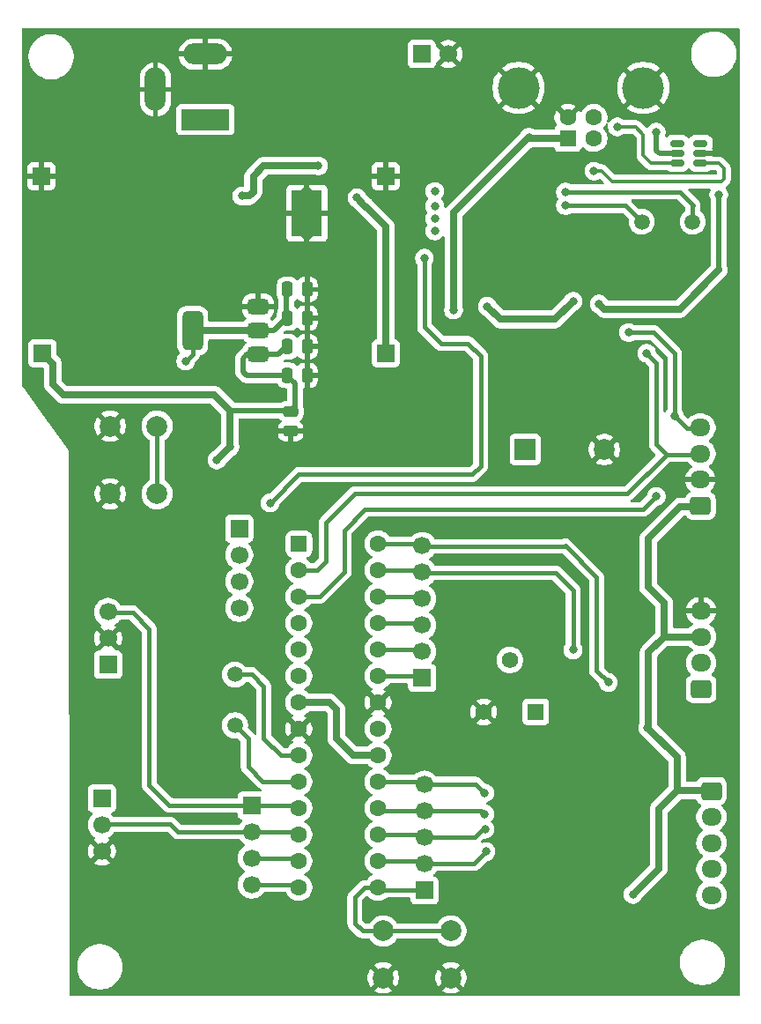
<source format=gbr>
%TF.GenerationSoftware,KiCad,Pcbnew,9.0.2*%
%TF.CreationDate,2025-09-25T10:29:51+05:30*%
%TF.ProjectId,UNO STEMc3.1,554e4f20-5354-4454-9d63-332e312e6b69,rev?*%
%TF.SameCoordinates,Original*%
%TF.FileFunction,Copper,L2,Bot*%
%TF.FilePolarity,Positive*%
%FSLAX46Y46*%
G04 Gerber Fmt 4.6, Leading zero omitted, Abs format (unit mm)*
G04 Created by KiCad (PCBNEW 9.0.2) date 2025-09-25 10:29:51*
%MOMM*%
%LPD*%
G01*
G04 APERTURE LIST*
G04 Aperture macros list*
%AMRoundRect*
0 Rectangle with rounded corners*
0 $1 Rounding radius*
0 $2 $3 $4 $5 $6 $7 $8 $9 X,Y pos of 4 corners*
0 Add a 4 corners polygon primitive as box body*
4,1,4,$2,$3,$4,$5,$6,$7,$8,$9,$2,$3,0*
0 Add four circle primitives for the rounded corners*
1,1,$1+$1,$2,$3*
1,1,$1+$1,$4,$5*
1,1,$1+$1,$6,$7*
1,1,$1+$1,$8,$9*
0 Add four rect primitives between the rounded corners*
20,1,$1+$1,$2,$3,$4,$5,0*
20,1,$1+$1,$4,$5,$6,$7,0*
20,1,$1+$1,$6,$7,$8,$9,0*
20,1,$1+$1,$8,$9,$2,$3,0*%
G04 Aperture macros list end*
%TA.AperFunction,ComponentPad*%
%ADD10RoundRect,0.250000X0.725000X-0.600000X0.725000X0.600000X-0.725000X0.600000X-0.725000X-0.600000X0*%
%TD*%
%TA.AperFunction,ComponentPad*%
%ADD11O,1.950000X1.700000*%
%TD*%
%TA.AperFunction,ComponentPad*%
%ADD12RoundRect,0.250000X-0.550000X-0.550000X0.550000X-0.550000X0.550000X0.550000X-0.550000X0.550000X0*%
%TD*%
%TA.AperFunction,ComponentPad*%
%ADD13C,1.600000*%
%TD*%
%TA.AperFunction,ComponentPad*%
%ADD14R,1.700000X1.700000*%
%TD*%
%TA.AperFunction,ComponentPad*%
%ADD15C,1.700000*%
%TD*%
%TA.AperFunction,ComponentPad*%
%ADD16C,0.600000*%
%TD*%
%TA.AperFunction,SMDPad,CuDef*%
%ADD17R,2.950000X4.500000*%
%TD*%
%TA.AperFunction,ComponentPad*%
%ADD18R,1.600000X1.600000*%
%TD*%
%TA.AperFunction,ComponentPad*%
%ADD19C,4.000000*%
%TD*%
%TA.AperFunction,ComponentPad*%
%ADD20R,4.600000X2.000000*%
%TD*%
%TA.AperFunction,ComponentPad*%
%ADD21O,4.200000X2.000000*%
%TD*%
%TA.AperFunction,ComponentPad*%
%ADD22O,2.000000X4.200000*%
%TD*%
%TA.AperFunction,ComponentPad*%
%ADD23C,1.500000*%
%TD*%
%TA.AperFunction,ComponentPad*%
%ADD24C,2.000000*%
%TD*%
%TA.AperFunction,ComponentPad*%
%ADD25RoundRect,0.250000X-0.725000X0.600000X-0.725000X-0.600000X0.725000X-0.600000X0.725000X0.600000X0*%
%TD*%
%TA.AperFunction,ComponentPad*%
%ADD26R,2.000000X2.000000*%
%TD*%
%TA.AperFunction,ComponentPad*%
%ADD27R,1.560000X1.560000*%
%TD*%
%TA.AperFunction,ComponentPad*%
%ADD28C,1.560000*%
%TD*%
%TA.AperFunction,SMDPad,CuDef*%
%ADD29RoundRect,0.250000X-0.250000X-0.475000X0.250000X-0.475000X0.250000X0.475000X-0.250000X0.475000X0*%
%TD*%
%TA.AperFunction,SMDPad,CuDef*%
%ADD30RoundRect,0.375000X0.625000X0.375000X-0.625000X0.375000X-0.625000X-0.375000X0.625000X-0.375000X0*%
%TD*%
%TA.AperFunction,SMDPad,CuDef*%
%ADD31RoundRect,0.500000X0.500000X1.400000X-0.500000X1.400000X-0.500000X-1.400000X0.500000X-1.400000X0*%
%TD*%
%TA.AperFunction,SMDPad,CuDef*%
%ADD32RoundRect,0.150000X0.512500X0.150000X-0.512500X0.150000X-0.512500X-0.150000X0.512500X-0.150000X0*%
%TD*%
%TA.AperFunction,SMDPad,CuDef*%
%ADD33RoundRect,0.250000X-0.475000X0.250000X-0.475000X-0.250000X0.475000X-0.250000X0.475000X0.250000X0*%
%TD*%
%TA.AperFunction,ViaPad*%
%ADD34C,0.800000*%
%TD*%
%TA.AperFunction,Conductor*%
%ADD35C,0.700000*%
%TD*%
%TA.AperFunction,Conductor*%
%ADD36C,0.404000*%
%TD*%
%TA.AperFunction,Conductor*%
%ADD37C,0.500000*%
%TD*%
%TA.AperFunction,Conductor*%
%ADD38C,1.000000*%
%TD*%
%TA.AperFunction,Conductor*%
%ADD39C,0.400000*%
%TD*%
%TA.AperFunction,Conductor*%
%ADD40C,0.300000*%
%TD*%
G04 APERTURE END LIST*
D10*
%TO.P,J4,1,Pin_1*%
%TO.N,+5V*%
X127732114Y-130400000D03*
D11*
%TO.P,J4,2,Pin_2*%
%TO.N,GND*%
X127732114Y-127900000D03*
%TO.P,J4,3,Pin_3*%
%TO.N,RXD*%
X127732114Y-125400000D03*
%TO.P,J4,4,Pin_4*%
%TO.N,TXD*%
X127732114Y-122900000D03*
%TD*%
D12*
%TO.P,U6,1,~{RESET}/PC6*%
%TO.N,RESET*%
X89130000Y-134060000D03*
D13*
%TO.P,U6,2,PD0*%
%TO.N,RXD*%
X89130000Y-136600000D03*
%TO.P,U6,3,PD1*%
%TO.N,TXD*%
X89130000Y-139140000D03*
%TO.P,U6,4,PD2*%
%TO.N,D2*%
X89130000Y-141680000D03*
%TO.P,U6,5,PD3*%
%TO.N,D3*%
X89130000Y-144220000D03*
%TO.P,U6,6,PD4*%
%TO.N,D4*%
X89130000Y-146760000D03*
%TO.P,U6,7,VCC*%
%TO.N,+5V*%
X89130000Y-149300000D03*
%TO.P,U6,8,GND*%
%TO.N,GND*%
X89130000Y-151840000D03*
%TO.P,U6,9,XTAL1/PB6*%
%TO.N,/Atmega328-PU/XTAL1*%
X89130000Y-154380000D03*
%TO.P,U6,10,XTAL2/PB7*%
%TO.N,/Atmega328-PU/XTAL2*%
X89130000Y-156920000D03*
%TO.P,U6,11,PD5*%
%TO.N,D5*%
X89130000Y-159460000D03*
%TO.P,U6,12,PD6*%
%TO.N,D6*%
X89130000Y-162000000D03*
%TO.P,U6,13,PD7*%
%TO.N,D7*%
X89130000Y-164540000D03*
%TO.P,U6,14,PB0*%
%TO.N,D8*%
X89130000Y-167080000D03*
%TO.P,U6,15,PB1*%
%TO.N,D9*%
X96750000Y-167080000D03*
%TO.P,U6,16,PB2*%
%TO.N,SS{slash}D10*%
X96750000Y-164540000D03*
%TO.P,U6,17,PB3*%
%TO.N,MOSI{slash}D11*%
X96750000Y-162000000D03*
%TO.P,U6,18,PB4*%
%TO.N,MISO{slash}D12*%
X96750000Y-159460000D03*
%TO.P,U6,19,PB5*%
%TO.N,SCK{slash}D13*%
X96750000Y-156920000D03*
%TO.P,U6,20,AVCC*%
%TO.N,+5V*%
X96750000Y-154380000D03*
%TO.P,U6,21,AREF*%
%TO.N,AREF*%
X96750000Y-151840000D03*
%TO.P,U6,22,GND*%
%TO.N,GND*%
X96750000Y-149300000D03*
%TO.P,U6,23,PC0*%
%TO.N,ADC0*%
X96750000Y-146760000D03*
%TO.P,U6,24,PC1*%
%TO.N,ADC1*%
X96750000Y-144220000D03*
%TO.P,U6,25,PC2*%
%TO.N,ADC2*%
X96750000Y-141680000D03*
%TO.P,U6,26,PC3*%
%TO.N,ADC3*%
X96750000Y-139140000D03*
%TO.P,U6,27,PC4*%
%TO.N,ADC4*%
X96750000Y-136600000D03*
%TO.P,U6,28,PC5*%
%TO.N,ADC5*%
X96750000Y-134060000D03*
%TD*%
D14*
%TO.P,J6,1,Pin_1*%
%TO.N,D5*%
X84600000Y-159180000D03*
D15*
%TO.P,J6,2,Pin_2*%
%TO.N,D6*%
X84600000Y-161720000D03*
%TO.P,J6,3,Pin_3*%
%TO.N,D7*%
X84600000Y-164260000D03*
%TO.P,J6,4,Pin_4*%
%TO.N,D8*%
X84600000Y-166800000D03*
%TD*%
D16*
%TO.P,U2,9,GNDPAD*%
%TO.N,GND*%
X89300000Y-100500000D03*
X89300000Y-101700000D03*
X89300000Y-103000000D03*
X89300000Y-104100000D03*
D17*
X89900000Y-102300000D03*
D16*
X90500000Y-100500000D03*
X90500000Y-101700000D03*
X90500000Y-103000000D03*
X90500000Y-104100000D03*
%TD*%
D14*
%TO.P,J15,1,Pin_1*%
%TO.N,GND*%
X97500000Y-98750000D03*
%TD*%
%TO.P,J7,1,Pin_1*%
%TO.N,D9*%
X101200000Y-167360000D03*
D15*
%TO.P,J7,2,Pin_2*%
%TO.N,SS{slash}D10*%
X101200000Y-164820000D03*
%TO.P,J7,3,Pin_3*%
%TO.N,MOSI{slash}D11*%
X101200000Y-162280000D03*
%TO.P,J7,4,Pin_4*%
%TO.N,MISO{slash}D12*%
X101200000Y-159740000D03*
%TO.P,J7,5,Pin_5*%
%TO.N,SCK{slash}D13*%
X101200000Y-157200000D03*
%TD*%
D14*
%TO.P,J14,1,Pin_1*%
%TO.N,+5V*%
X64500000Y-115750000D03*
%TD*%
D18*
%TO.P,J2,1,VBUS*%
%TO.N,USB_VCC*%
X115000000Y-95110000D03*
D13*
%TO.P,J2,2,D-*%
%TO.N,/USB-TTL/D-*%
X117500000Y-95110000D03*
%TO.P,J2,3,D+*%
%TO.N,/USB-TTL/D+*%
X117500000Y-93110000D03*
%TO.P,J2,4,GND*%
%TO.N,GND*%
X115000000Y-93110000D03*
D19*
%TO.P,J2,5,Shield*%
X110250000Y-90250000D03*
X122250000Y-90250000D03*
%TD*%
D14*
%TO.P,J9,1,Pin_1*%
%TO.N,PWRIN*%
X100960000Y-87000000D03*
D15*
%TO.P,J9,2,Pin_2*%
%TO.N,GND*%
X103500000Y-87000000D03*
%TD*%
D20*
%TO.P,J1,1*%
%TO.N,PWRIN*%
X80150000Y-93300000D03*
D21*
%TO.P,J1,2*%
%TO.N,GND*%
X80150000Y-87000000D03*
D22*
%TO.P,J1,3*%
X75350000Y-90400000D03*
%TD*%
D23*
%TO.P,Y1,1,1*%
%TO.N,/USB-TTL/X1*%
X122100000Y-103120000D03*
%TO.P,Y1,2,2*%
%TO.N,/USB-TTL/X0*%
X126980000Y-103120000D03*
%TD*%
D24*
%TO.P,SW2,1,1*%
%TO.N,D9*%
X97250000Y-171250000D03*
X103750000Y-171250000D03*
%TO.P,SW2,2,2*%
%TO.N,GND*%
X97250000Y-175750000D03*
X103750000Y-175750000D03*
%TD*%
D14*
%TO.P,J12,1,Pin_1*%
%TO.N,Vin*%
X97500000Y-115750000D03*
%TD*%
%TO.P,J17,1,Pin_1*%
%TO.N,GND*%
X64388474Y-98750000D03*
%TD*%
%TO.P,J10,1,Pin_1*%
%TO.N,+5V*%
X70800000Y-145680000D03*
D15*
%TO.P,J10,2,Pin_2*%
%TO.N,GND*%
X70800000Y-143140000D03*
%TO.P,J10,3,Pin_3*%
%TO.N,D5*%
X70800000Y-140600000D03*
%TD*%
D25*
%TO.P,J11,1,Pin_1*%
%TO.N,+5V*%
X128800000Y-157800000D03*
D11*
%TO.P,J11,2,Pin_2*%
%TO.N,/Atmega328-PU/1C*%
X128800000Y-160300000D03*
%TO.P,J11,3,Pin_3*%
%TO.N,/Atmega328-PU/2C*%
X128800000Y-162800000D03*
%TO.P,J11,4,Pin_4*%
%TO.N,/Atmega328-PU/3C*%
X128800000Y-165300000D03*
%TO.P,J11,5,Pin_5*%
%TO.N,/Atmega328-PU/4C*%
X128800000Y-167800000D03*
%TD*%
D23*
%TO.P,Y2,1,1*%
%TO.N,/Atmega328-PU/XTAL2*%
X83000000Y-151500000D03*
%TO.P,Y2,2,2*%
%TO.N,/Atmega328-PU/XTAL1*%
X83000000Y-146620000D03*
%TD*%
D26*
%TO.P,BZ1,1,+*%
%TO.N,Net-(BZ1-+)*%
X110900000Y-125000000D03*
D24*
%TO.P,BZ1,2,-*%
%TO.N,GND*%
X118500000Y-125000000D03*
%TD*%
D14*
%TO.P,J5,1,Pin_1*%
%TO.N,RESET*%
X83400000Y-132590000D03*
D15*
%TO.P,J5,2,Pin_2*%
%TO.N,D2*%
X83400000Y-135130000D03*
%TO.P,J5,3,Pin_3*%
%TO.N,D3*%
X83400000Y-137670000D03*
%TO.P,J5,4,Pin_4*%
%TO.N,D4*%
X83400000Y-140210000D03*
%TD*%
D24*
%TO.P,SW1,1,1*%
%TO.N,RESET*%
X75500000Y-122750000D03*
X75500000Y-129250000D03*
%TO.P,SW1,2,2*%
%TO.N,GND*%
X71000000Y-122750000D03*
X71000000Y-129250000D03*
%TD*%
D10*
%TO.P,J16,1,Pin_1*%
%TO.N,ADC5*%
X127800000Y-148000000D03*
D11*
%TO.P,J16,2,Pin_2*%
%TO.N,ADC4*%
X127800000Y-145500000D03*
%TO.P,J16,3,Pin_3*%
%TO.N,+5V*%
X127800000Y-143000000D03*
%TO.P,J16,4,Pin_4*%
%TO.N,GND*%
X127800000Y-140500000D03*
%TD*%
D14*
%TO.P,J8,1,Pin_1*%
%TO.N,ADC0*%
X101000000Y-146960000D03*
D15*
%TO.P,J8,2,Pin_2*%
%TO.N,ADC1*%
X101000000Y-144420000D03*
%TO.P,J8,3,Pin_3*%
%TO.N,ADC2*%
X101000000Y-141880000D03*
%TO.P,J8,4,Pin_4*%
%TO.N,ADC3*%
X101000000Y-139340000D03*
%TO.P,J8,5,Pin_5*%
%TO.N,ADC4*%
X101000000Y-136800000D03*
%TO.P,J8,6,Pin_6*%
%TO.N,ADC5*%
X101000000Y-134260000D03*
%TD*%
D14*
%TO.P,J13,1,Pin_1*%
%TO.N,+5V*%
X70200000Y-158520000D03*
D15*
%TO.P,J13,2,Pin_2*%
%TO.N,D6*%
X70200000Y-161060000D03*
%TO.P,J13,3,Pin_3*%
%TO.N,GND*%
X70200000Y-163600000D03*
%TD*%
D27*
%TO.P,RV1,1,1*%
%TO.N,+5V*%
X111900000Y-150200000D03*
D28*
%TO.P,RV1,2,2*%
%TO.N,ADC1*%
X109400000Y-145200000D03*
%TO.P,RV1,3,3*%
%TO.N,GND*%
X106900000Y-150200000D03*
%TD*%
D29*
%TO.P,C6,1*%
%TO.N,+5V*%
X88030000Y-115120000D03*
%TO.P,C6,2*%
%TO.N,GND*%
X89930000Y-115120000D03*
%TD*%
%TO.P,C4,1*%
%TO.N,+5V*%
X88030000Y-117870000D03*
%TO.P,C4,2*%
%TO.N,GND*%
X89930000Y-117870000D03*
%TD*%
D30*
%TO.P,U3,1,GND*%
%TO.N,GND*%
X85230000Y-111270000D03*
%TO.P,U3,2,VO*%
%TO.N,+3V3*%
X85230000Y-113570000D03*
D31*
X78930000Y-113570000D03*
D30*
%TO.P,U3,3,VI*%
%TO.N,+5V*%
X85230000Y-115870000D03*
%TD*%
D32*
%TO.P,U4,1,IO1*%
%TO.N,unconnected-(U4-IO1-Pad1)*%
X127750000Y-95600000D03*
%TO.P,U4,2,VN*%
%TO.N,GND*%
X127750000Y-96550000D03*
%TO.P,U4,3,IO2*%
%TO.N,/USB-TTL/D-*%
X127750000Y-97500000D03*
%TO.P,U4,4,IO3*%
%TO.N,/USB-TTL/D+*%
X125475000Y-97500000D03*
%TO.P,U4,5,VP*%
%TO.N,+5V*%
X125475000Y-96550000D03*
%TO.P,U4,6,IO4*%
%TO.N,unconnected-(U4-IO4-Pad6)*%
X125475000Y-95600000D03*
%TD*%
D33*
%TO.P,C3,1*%
%TO.N,+5V*%
X88350000Y-121325000D03*
%TO.P,C3,2*%
%TO.N,GND*%
X88350000Y-123225000D03*
%TD*%
D29*
%TO.P,C13,1*%
%TO.N,+3V3*%
X88030000Y-109620000D03*
%TO.P,C13,2*%
%TO.N,GND*%
X89930000Y-109620000D03*
%TD*%
%TO.P,C11,1*%
%TO.N,+3V3*%
X88030000Y-112370000D03*
%TO.P,C11,2*%
%TO.N,GND*%
X89930000Y-112370000D03*
%TD*%
D34*
%TO.N,GND*%
X104000000Y-125750000D03*
X111250000Y-117750000D03*
X128250000Y-114750000D03*
X90500000Y-106000000D03*
X120000000Y-174200000D03*
X95200000Y-119600000D03*
X129750000Y-91500000D03*
X111250000Y-114250000D03*
X98500000Y-125250000D03*
X114250000Y-98000000D03*
X129750000Y-91500000D03*
%TO.N,+5V*%
X88000000Y-115250000D03*
X122670000Y-151750000D03*
X118000000Y-111000000D03*
X82500000Y-124750000D03*
X121250000Y-167750000D03*
X107250000Y-111250000D03*
X115500000Y-110750000D03*
X81250000Y-126000000D03*
X129500000Y-100500000D03*
X123500000Y-94500000D03*
%TO.N,Vin*%
X94730000Y-100810000D03*
%TO.N,+3V3*%
X78250000Y-116500000D03*
%TO.N,/USB-TTL/X1*%
X114750000Y-101555287D03*
%TO.N,/USB-TTL/X0*%
X114750000Y-100250000D03*
%TO.N,RESET*%
X86375000Y-130125000D03*
X101200000Y-106600000D03*
%TO.N,/USB-TTL/D+*%
X119750000Y-94000000D03*
%TO.N,/USB-TTL/D-*%
X117500000Y-98250000D03*
%TO.N,/USB-TTL/DCD*%
X102200000Y-104000000D03*
%TO.N,/USB-TTL/RI*%
X102200000Y-102800000D03*
%TO.N,/USB-TTL/DSR*%
X102200000Y-101600000D03*
%TO.N,/USB-TTL/CTS*%
X102200000Y-100200000D03*
%TO.N,MISO{slash}D12*%
X107000000Y-160000000D03*
%TO.N,SCK{slash}D13*%
X107000000Y-158000000D03*
%TO.N,MOSI{slash}D11*%
X107025000Y-161475000D03*
%TO.N,SS{slash}D10*%
X107125000Y-163625000D03*
%TO.N,RXD*%
X122575000Y-115750000D03*
%TO.N,TXD*%
X120825000Y-113750000D03*
X123500000Y-129500000D03*
X125250000Y-121750000D03*
%TO.N,USB_VCC*%
X111250000Y-95000000D03*
X104000000Y-111600000D03*
%TO.N,ADC4*%
X115500000Y-144250000D03*
%TO.N,ADC5*%
X118875000Y-147375000D03*
%TO.N,Net-(D2-K)*%
X91000000Y-97750000D03*
X83655000Y-100645000D03*
%TD*%
D35*
%TO.N,+5V*%
X65500000Y-118750000D02*
X65500000Y-116750000D01*
X65500000Y-116750000D02*
X64500000Y-115750000D01*
X66500000Y-119750000D02*
X65500000Y-118750000D01*
X81000000Y-119750000D02*
X66500000Y-119750000D01*
X82487500Y-121237500D02*
X81000000Y-119750000D01*
D36*
%TO.N,/Atmega328-PU/XTAL1*%
X89130000Y-154380000D02*
X87380000Y-154380000D01*
X85750000Y-152750000D02*
X85750000Y-147750000D01*
X85750000Y-147750000D02*
X84620000Y-146620000D01*
X84620000Y-146620000D02*
X83000000Y-146620000D01*
X87380000Y-154380000D02*
X85750000Y-152750000D01*
D35*
%TO.N,GND*%
X97200000Y-119600000D02*
X95200000Y-119600000D01*
D37*
X129750000Y-91500000D02*
X129750000Y-96000000D01*
D35*
X98500000Y-125250000D02*
X98500000Y-120900000D01*
D37*
X129750000Y-96000000D02*
X129200000Y-96550000D01*
D35*
X98500000Y-120900000D02*
X97200000Y-119600000D01*
D37*
X129200000Y-96550000D02*
X127750000Y-96550000D01*
D35*
X98500000Y-125250000D02*
X99000000Y-125750000D01*
D38*
X111250000Y-117750000D02*
X111250000Y-114250000D01*
D35*
X99000000Y-125750000D02*
X104000000Y-125750000D01*
D36*
%TO.N,/Atmega328-PU/XTAL2*%
X83000000Y-151500000D02*
X84250000Y-152750000D01*
X84250000Y-155500000D02*
X85670000Y-156920000D01*
X85670000Y-156920000D02*
X89130000Y-156920000D01*
X84250000Y-152750000D02*
X84250000Y-155500000D01*
D35*
%TO.N,+5V*%
X94380000Y-154380000D02*
X96750000Y-154380000D01*
X125500000Y-157750000D02*
X125500000Y-154580000D01*
X118000000Y-111000000D02*
X118500000Y-111500000D01*
D37*
X84120000Y-117870000D02*
X83750000Y-117500000D01*
D35*
X123750000Y-159500000D02*
X125500000Y-157750000D01*
D37*
X88750000Y-120837500D02*
X88750000Y-118677500D01*
D35*
X125500000Y-154580000D02*
X122670000Y-151750000D01*
D37*
X87192500Y-115870000D02*
X87942500Y-115120000D01*
D35*
X121250000Y-167750000D02*
X123750000Y-165250000D01*
D37*
X85230000Y-115870000D02*
X87192500Y-115870000D01*
D35*
X124000000Y-143250000D02*
X124250000Y-143000000D01*
X125500000Y-157750000D02*
X128750000Y-157750000D01*
X124250000Y-143000000D02*
X124250000Y-139750000D01*
D37*
X123800000Y-96550000D02*
X125475000Y-96550000D01*
D35*
X84630000Y-115870000D02*
X85230000Y-115870000D01*
X82487500Y-121237500D02*
X82487500Y-124762500D01*
D37*
X88350000Y-121237500D02*
X88750000Y-120837500D01*
D35*
X122750000Y-151670000D02*
X122750000Y-144500000D01*
D37*
X83750000Y-117500000D02*
X83750000Y-116250000D01*
X123500000Y-94500000D02*
X123500000Y-96250000D01*
D35*
X125750000Y-111500000D02*
X129500000Y-107750000D01*
X82487500Y-124762500D02*
X81250000Y-126000000D01*
D37*
X129500000Y-107750000D02*
X129500000Y-100500000D01*
D35*
X122710480Y-133539520D02*
X125790000Y-130460000D01*
D37*
X82487500Y-121237500D02*
X88350000Y-121237500D01*
D35*
X122750000Y-144500000D02*
X124250000Y-143000000D01*
X108500000Y-112500000D02*
X113750000Y-112500000D01*
X118500000Y-111500000D02*
X125750000Y-111500000D01*
D37*
X88750000Y-118677500D02*
X87942500Y-117870000D01*
D35*
X122710480Y-138210480D02*
X122710480Y-133539520D01*
X92750000Y-152750000D02*
X94380000Y-154380000D01*
X92050000Y-149300000D02*
X92750000Y-150000000D01*
X107250000Y-111250000D02*
X108500000Y-112500000D01*
D37*
X84130000Y-115870000D02*
X84630000Y-115870000D01*
D35*
X125790000Y-130460000D02*
X127750000Y-130460000D01*
X122670000Y-151750000D02*
X122750000Y-151670000D01*
D37*
X83750000Y-116250000D02*
X84130000Y-115870000D01*
D35*
X123750000Y-165250000D02*
X123750000Y-159500000D01*
X124250000Y-143000000D02*
X127750000Y-143000000D01*
X89130000Y-149300000D02*
X92050000Y-149300000D01*
D37*
X87942500Y-117870000D02*
X84120000Y-117870000D01*
D35*
X113750000Y-112500000D02*
X115500000Y-110750000D01*
X124250000Y-139750000D02*
X122710480Y-138210480D01*
D37*
X123500000Y-96250000D02*
X123800000Y-96550000D01*
D35*
X92750000Y-150000000D02*
X92750000Y-152750000D01*
%TO.N,Vin*%
X95598327Y-101665000D02*
X95585000Y-101665000D01*
X95585000Y-101665000D02*
X94730000Y-100810000D01*
X97500000Y-115750000D02*
X97500000Y-103566673D01*
X97500000Y-103566673D02*
X95598327Y-101665000D01*
D37*
%TO.N,+3V3*%
X86742500Y-113570000D02*
X87942500Y-112370000D01*
X85230000Y-113570000D02*
X86742500Y-113570000D01*
D39*
X78930000Y-115820000D02*
X78930000Y-113570000D01*
D37*
X87942500Y-109620000D02*
X87942500Y-112370000D01*
D39*
X78250000Y-116500000D02*
X78930000Y-115820000D01*
D35*
X78930000Y-113570000D02*
X85230000Y-113570000D01*
D36*
%TO.N,/USB-TTL/X1*%
X120535287Y-101555287D02*
X114750000Y-101555287D01*
X122100000Y-103120000D02*
X120535287Y-101555287D01*
%TO.N,/USB-TTL/X0*%
X127000000Y-101500000D02*
X126980000Y-101520000D01*
X126980000Y-101520000D02*
X126980000Y-103120000D01*
X125750000Y-100250000D02*
X127000000Y-101500000D01*
X114750000Y-100250000D02*
X125750000Y-100250000D01*
%TO.N,RESET*%
X101200000Y-106600000D02*
X101200000Y-113200000D01*
X105400000Y-114800000D02*
X106600000Y-116000000D01*
X106600000Y-126600000D02*
X105800000Y-127400000D01*
X102800000Y-114800000D02*
X105400000Y-114800000D01*
X101200000Y-113200000D02*
X102800000Y-114800000D01*
X106600000Y-116000000D02*
X106600000Y-126600000D01*
X89100000Y-127400000D02*
X86375000Y-130125000D01*
X105800000Y-127400000D02*
X89100000Y-127400000D01*
X75500000Y-129250000D02*
X75500000Y-122750000D01*
D40*
%TO.N,/USB-TTL/D+*%
X123000000Y-97500000D02*
X122250000Y-96750000D01*
X121000000Y-94000000D02*
X119750000Y-94000000D01*
X122250000Y-96750000D02*
X122250000Y-94750000D01*
X125475000Y-97500000D02*
X123000000Y-97500000D01*
X121500000Y-94000000D02*
X121000000Y-94000000D01*
X122250000Y-94750000D02*
X121500000Y-94000000D01*
%TO.N,/USB-TTL/D-*%
X118250000Y-98250000D02*
X119250000Y-99250000D01*
X117500000Y-98250000D02*
X118250000Y-98250000D01*
X129750000Y-99250000D02*
X130000000Y-99000000D01*
X130000000Y-99000000D02*
X130000000Y-98000000D01*
X130000000Y-98000000D02*
X129500000Y-97500000D01*
X117618299Y-98250000D02*
X117497009Y-98128710D01*
X119250000Y-99250000D02*
X129750000Y-99250000D01*
X129500000Y-97500000D02*
X127750000Y-97500000D01*
D36*
%TO.N,MISO{slash}D12*%
X107000000Y-160000000D02*
X106670000Y-159670000D01*
X100750000Y-159670000D02*
X96960000Y-159670000D01*
X96960000Y-159670000D02*
X96750000Y-159460000D01*
X106670000Y-159670000D02*
X100750000Y-159670000D01*
%TO.N,SCK{slash}D13*%
X96750000Y-156920000D02*
X100540000Y-156920000D01*
X100750000Y-157130000D02*
X106130000Y-157130000D01*
X106130000Y-157130000D02*
X107000000Y-158000000D01*
X100540000Y-156920000D02*
X100750000Y-157130000D01*
%TO.N,MOSI{slash}D11*%
X100540000Y-162000000D02*
X100750000Y-162210000D01*
X96750000Y-162000000D02*
X100540000Y-162000000D01*
X106775000Y-161475000D02*
X107025000Y-161475000D01*
X100750000Y-162210000D02*
X106040000Y-162210000D01*
X106040000Y-162210000D02*
X106775000Y-161475000D01*
%TO.N,D9*%
X94500000Y-170500000D02*
X95250000Y-171250000D01*
X96750000Y-167080000D02*
X96960000Y-167290000D01*
X97250000Y-171250000D02*
X103750000Y-171250000D01*
X94500000Y-168000000D02*
X94500000Y-170500000D01*
X96750000Y-167080000D02*
X95420000Y-167080000D01*
X95420000Y-167080000D02*
X94500000Y-168000000D01*
X95250000Y-171250000D02*
X97250000Y-171250000D01*
X96960000Y-167290000D02*
X101250000Y-167290000D01*
%TO.N,SS{slash}D10*%
X106000000Y-164750000D02*
X107125000Y-163625000D01*
X96750000Y-164540000D02*
X101040000Y-164540000D01*
X101250000Y-164750000D02*
X106000000Y-164750000D01*
X101040000Y-164540000D02*
X101250000Y-164750000D01*
%TO.N,ADC0*%
X100760000Y-146760000D02*
X101000000Y-147000000D01*
X96750000Y-146760000D02*
X100760000Y-146760000D01*
%TO.N,D8*%
X88860000Y-166810000D02*
X89130000Y-167080000D01*
X84750000Y-166810000D02*
X88860000Y-166810000D01*
%TO.N,D7*%
X84750000Y-164270000D02*
X88860000Y-164270000D01*
X88860000Y-164270000D02*
X89130000Y-164540000D01*
%TO.N,D6*%
X77500000Y-161730000D02*
X84750000Y-161730000D01*
X84750000Y-161730000D02*
X88860000Y-161730000D01*
X70250000Y-161000000D02*
X76770000Y-161000000D01*
X76770000Y-161000000D02*
X77500000Y-161730000D01*
X88860000Y-161730000D02*
X89130000Y-162000000D01*
%TO.N,D5*%
X84750000Y-159190000D02*
X88860000Y-159190000D01*
X76690000Y-159190000D02*
X74750000Y-157250000D01*
X84750000Y-159190000D02*
X76690000Y-159190000D01*
X74750000Y-142250000D02*
X73170000Y-140670000D01*
X74750000Y-157250000D02*
X74750000Y-142250000D01*
X88860000Y-159190000D02*
X89130000Y-159460000D01*
X73170000Y-140670000D02*
X70750000Y-140670000D01*
%TO.N,RXD*%
X91750000Y-132000000D02*
X94500000Y-129250000D01*
X122575000Y-115750000D02*
X123500000Y-116675000D01*
X94500000Y-129250000D02*
X120670000Y-129250000D01*
X90900000Y-136600000D02*
X91750000Y-135750000D01*
X123500000Y-124500000D02*
X124460000Y-125460000D01*
X120670000Y-129250000D02*
X124460000Y-125460000D01*
X123500000Y-116675000D02*
X123500000Y-124500000D01*
X89130000Y-136600000D02*
X90900000Y-136600000D01*
X91750000Y-135750000D02*
X91750000Y-132000000D01*
X124460000Y-125460000D02*
X127750000Y-125460000D01*
%TO.N,TXD*%
X95500000Y-130750000D02*
X96250000Y-130750000D01*
X125250000Y-115750000D02*
X123250000Y-113750000D01*
X89130000Y-139140000D02*
X91110000Y-139140000D01*
X125250000Y-121750000D02*
X126460000Y-122960000D01*
X93500000Y-132750000D02*
X95500000Y-130750000D01*
X93500000Y-136750000D02*
X93500000Y-132750000D01*
X91110000Y-139140000D02*
X93000000Y-137250000D01*
X126460000Y-122960000D02*
X127750000Y-122960000D01*
X123250000Y-113750000D02*
X120825000Y-113750000D01*
X93000000Y-137250000D02*
X93500000Y-136750000D01*
X96250000Y-130750000D02*
X122250000Y-130750000D01*
X125250000Y-121750000D02*
X125250000Y-115750000D01*
X122250000Y-130750000D02*
X123500000Y-129500000D01*
D35*
%TO.N,USB_VCC*%
X111140000Y-95110000D02*
X115000000Y-95110000D01*
X104000000Y-111600000D02*
X104000000Y-102250000D01*
X104000000Y-102250000D02*
X111140000Y-95110000D01*
D36*
%TO.N,ADC1*%
X96750000Y-144220000D02*
X100760000Y-144220000D01*
X101040000Y-144500000D02*
X101000000Y-144460000D01*
X100760000Y-144220000D02*
X101000000Y-144460000D01*
%TO.N,ADC2*%
X100760000Y-141680000D02*
X101000000Y-141920000D01*
X96750000Y-141680000D02*
X100760000Y-141680000D01*
%TO.N,ADC4*%
X107090000Y-136840000D02*
X101000000Y-136840000D01*
X100760000Y-136600000D02*
X101000000Y-136840000D01*
X113845724Y-136845724D02*
X107095724Y-136845724D01*
X115500000Y-144250000D02*
X115500000Y-138500000D01*
X115500000Y-138500000D02*
X113845724Y-136845724D01*
X107095724Y-136845724D02*
X107090000Y-136840000D01*
X96750000Y-136600000D02*
X100760000Y-136600000D01*
%TO.N,ADC3*%
X100760000Y-139140000D02*
X101000000Y-139380000D01*
X96750000Y-139140000D02*
X100760000Y-139140000D01*
%TO.N,ADC5*%
X96750000Y-134060000D02*
X100760000Y-134060000D01*
X118875000Y-147375000D02*
X117750000Y-146250000D01*
X114750000Y-134250000D02*
X114700000Y-134300000D01*
X117750000Y-146250000D02*
X117750000Y-137250000D01*
X117750000Y-137250000D02*
X114750000Y-134250000D01*
X100760000Y-134060000D02*
X101000000Y-134300000D01*
X114700000Y-134300000D02*
X101000000Y-134300000D01*
D35*
%TO.N,Net-(D2-K)*%
X84750000Y-98750000D02*
X85750000Y-97750000D01*
X84750000Y-100250000D02*
X84750000Y-98750000D01*
X85750000Y-97750000D02*
X91000000Y-97750000D01*
X83655000Y-100645000D02*
X84355000Y-100645000D01*
X84355000Y-100645000D02*
X84750000Y-100250000D01*
%TD*%
%TA.AperFunction,Conductor*%
%TO.N,GND*%
G36*
X131442539Y-84520185D02*
G01*
X131488294Y-84572989D01*
X131499500Y-84624500D01*
X131499500Y-177375500D01*
X131479815Y-177442539D01*
X131427011Y-177488294D01*
X131375500Y-177499500D01*
X67223317Y-177499500D01*
X67156278Y-177479815D01*
X67110523Y-177427011D01*
X67099317Y-177375735D01*
X67098870Y-177140102D01*
X67093970Y-174555217D01*
X67822449Y-174555217D01*
X67822449Y-174840680D01*
X67849615Y-175047014D01*
X67859708Y-175123680D01*
X67933587Y-175399402D01*
X67933590Y-175399409D01*
X68042822Y-175663118D01*
X68042827Y-175663129D01*
X68113156Y-175784940D01*
X68185548Y-175910327D01*
X68185550Y-175910330D01*
X68185551Y-175910331D01*
X68359316Y-176136787D01*
X68359322Y-176136794D01*
X68561154Y-176338626D01*
X68561161Y-176338632D01*
X68575089Y-176349319D01*
X68787622Y-176512401D01*
X68946501Y-176604130D01*
X69034819Y-176655121D01*
X69034824Y-176655123D01*
X69034827Y-176655125D01*
X69298547Y-176764362D01*
X69574269Y-176838241D01*
X69857276Y-176875500D01*
X69857283Y-176875500D01*
X70142717Y-176875500D01*
X70142724Y-176875500D01*
X70425731Y-176838241D01*
X70701453Y-176764362D01*
X70965173Y-176655125D01*
X71212378Y-176512401D01*
X71438840Y-176338631D01*
X71640682Y-176136789D01*
X71814452Y-175910327D01*
X71957176Y-175663122D01*
X71970089Y-175631947D01*
X95750000Y-175631947D01*
X95750000Y-175868052D01*
X95786934Y-176101247D01*
X95859897Y-176325802D01*
X95967087Y-176536174D01*
X96027338Y-176619104D01*
X96027340Y-176619105D01*
X96726212Y-175920233D01*
X96737482Y-175962292D01*
X96809890Y-176087708D01*
X96912292Y-176190110D01*
X97037708Y-176262518D01*
X97079765Y-176273787D01*
X96380893Y-176972658D01*
X96463828Y-177032914D01*
X96674197Y-177140102D01*
X96898752Y-177213065D01*
X96898751Y-177213065D01*
X97131948Y-177250000D01*
X97368052Y-177250000D01*
X97601247Y-177213065D01*
X97825802Y-177140102D01*
X98036163Y-177032918D01*
X98036169Y-177032914D01*
X98119104Y-176972658D01*
X98119105Y-176972658D01*
X97420233Y-176273787D01*
X97462292Y-176262518D01*
X97587708Y-176190110D01*
X97690110Y-176087708D01*
X97762518Y-175962292D01*
X97773787Y-175920233D01*
X98472658Y-176619105D01*
X98472658Y-176619104D01*
X98532914Y-176536169D01*
X98532918Y-176536163D01*
X98640102Y-176325802D01*
X98713065Y-176101247D01*
X98750000Y-175868052D01*
X98750000Y-175631947D01*
X102250000Y-175631947D01*
X102250000Y-175868052D01*
X102286934Y-176101247D01*
X102359897Y-176325802D01*
X102467087Y-176536174D01*
X102527338Y-176619104D01*
X102527340Y-176619105D01*
X103226212Y-175920233D01*
X103237482Y-175962292D01*
X103309890Y-176087708D01*
X103412292Y-176190110D01*
X103537708Y-176262518D01*
X103579765Y-176273787D01*
X102880893Y-176972658D01*
X102963828Y-177032914D01*
X103174197Y-177140102D01*
X103398752Y-177213065D01*
X103398751Y-177213065D01*
X103631948Y-177250000D01*
X103868052Y-177250000D01*
X104101247Y-177213065D01*
X104325802Y-177140102D01*
X104536163Y-177032918D01*
X104536169Y-177032914D01*
X104619104Y-176972658D01*
X104619105Y-176972658D01*
X103920233Y-176273787D01*
X103962292Y-176262518D01*
X104087708Y-176190110D01*
X104190110Y-176087708D01*
X104262518Y-175962292D01*
X104273787Y-175920234D01*
X104972658Y-176619105D01*
X104972658Y-176619104D01*
X105032914Y-176536169D01*
X105032918Y-176536163D01*
X105140102Y-176325802D01*
X105213065Y-176101247D01*
X105250000Y-175868052D01*
X105250000Y-175631947D01*
X105213065Y-175398752D01*
X105140102Y-175174197D01*
X105032914Y-174963828D01*
X104972658Y-174880894D01*
X104972658Y-174880893D01*
X104273787Y-175579765D01*
X104262518Y-175537708D01*
X104190110Y-175412292D01*
X104087708Y-175309890D01*
X103962292Y-175237482D01*
X103920234Y-175226212D01*
X104619105Y-174527340D01*
X104619104Y-174527338D01*
X104536174Y-174467087D01*
X104325802Y-174359897D01*
X104101247Y-174286934D01*
X104101248Y-174286934D01*
X103922319Y-174258595D01*
X103868052Y-174250000D01*
X103631948Y-174250000D01*
X103398752Y-174286934D01*
X103174197Y-174359897D01*
X102963830Y-174467084D01*
X102880894Y-174527340D01*
X103579766Y-175226212D01*
X103537708Y-175237482D01*
X103412292Y-175309890D01*
X103309890Y-175412292D01*
X103237482Y-175537708D01*
X103226212Y-175579766D01*
X102527340Y-174880894D01*
X102467084Y-174963830D01*
X102359897Y-175174197D01*
X102286934Y-175398752D01*
X102250000Y-175631947D01*
X98750000Y-175631947D01*
X98713065Y-175398752D01*
X98640102Y-175174197D01*
X98532914Y-174963828D01*
X98472658Y-174880894D01*
X98472658Y-174880893D01*
X97773787Y-175579765D01*
X97762518Y-175537708D01*
X97690110Y-175412292D01*
X97587708Y-175309890D01*
X97462292Y-175237482D01*
X97420234Y-175226212D01*
X98119105Y-174527340D01*
X98119104Y-174527339D01*
X98036174Y-174467087D01*
X97825802Y-174359897D01*
X97601247Y-174286934D01*
X97601248Y-174286934D01*
X97368052Y-174250000D01*
X97131948Y-174250000D01*
X96898752Y-174286934D01*
X96674197Y-174359897D01*
X96463830Y-174467084D01*
X96380894Y-174527340D01*
X97079766Y-175226212D01*
X97037708Y-175237482D01*
X96912292Y-175309890D01*
X96809890Y-175412292D01*
X96737482Y-175537708D01*
X96726212Y-175579766D01*
X96027340Y-174880894D01*
X95967084Y-174963830D01*
X95859897Y-175174197D01*
X95786934Y-175398752D01*
X95750000Y-175631947D01*
X71970089Y-175631947D01*
X72066413Y-175399402D01*
X72140292Y-175123680D01*
X72177551Y-174840673D01*
X72177551Y-174555225D01*
X72140292Y-174272218D01*
X72104911Y-174140173D01*
X125766995Y-174140173D01*
X125766995Y-174425636D01*
X125790694Y-174605638D01*
X125804254Y-174708636D01*
X125804255Y-174708638D01*
X125872632Y-174963830D01*
X125878133Y-174984358D01*
X125878136Y-174984365D01*
X125987368Y-175248074D01*
X125987373Y-175248085D01*
X126057702Y-175369896D01*
X126130094Y-175495283D01*
X126130096Y-175495286D01*
X126130097Y-175495287D01*
X126303862Y-175721743D01*
X126303868Y-175721750D01*
X126505700Y-175923582D01*
X126505706Y-175923587D01*
X126732168Y-176097357D01*
X126891047Y-176189086D01*
X126979365Y-176240077D01*
X126979370Y-176240079D01*
X126979373Y-176240081D01*
X127243093Y-176349318D01*
X127518815Y-176423197D01*
X127801822Y-176460456D01*
X127801829Y-176460456D01*
X128087263Y-176460456D01*
X128087270Y-176460456D01*
X128370277Y-176423197D01*
X128645999Y-176349318D01*
X128909719Y-176240081D01*
X129156924Y-176097357D01*
X129383386Y-175923587D01*
X129585228Y-175721745D01*
X129758998Y-175495283D01*
X129901722Y-175248078D01*
X130010959Y-174984358D01*
X130084838Y-174708636D01*
X130122097Y-174425629D01*
X130122097Y-174140181D01*
X130084838Y-173857174D01*
X130010959Y-173581452D01*
X129901722Y-173317732D01*
X129901720Y-173317729D01*
X129901718Y-173317724D01*
X129798451Y-173138862D01*
X129758998Y-173070527D01*
X129687314Y-172977106D01*
X129585229Y-172844066D01*
X129585223Y-172844059D01*
X129383391Y-172642227D01*
X129383384Y-172642221D01*
X129156928Y-172468456D01*
X129156927Y-172468455D01*
X129156924Y-172468453D01*
X129058364Y-172411549D01*
X128909726Y-172325732D01*
X128909715Y-172325727D01*
X128646006Y-172216495D01*
X128646007Y-172216495D01*
X128645999Y-172216492D01*
X128370277Y-172142613D01*
X128322981Y-172136386D01*
X128087277Y-172105354D01*
X128087270Y-172105354D01*
X127801822Y-172105354D01*
X127801814Y-172105354D01*
X127532437Y-172140819D01*
X127518815Y-172142613D01*
X127426907Y-172167239D01*
X127243099Y-172216490D01*
X127243085Y-172216495D01*
X126979376Y-172325727D01*
X126979365Y-172325732D01*
X126732163Y-172468456D01*
X126505707Y-172642221D01*
X126505700Y-172642227D01*
X126303868Y-172844059D01*
X126303862Y-172844066D01*
X126130097Y-173070522D01*
X125987373Y-173317724D01*
X125987368Y-173317735D01*
X125878136Y-173581444D01*
X125878131Y-173581458D01*
X125804255Y-173857171D01*
X125804253Y-173857182D01*
X125766995Y-174140173D01*
X72104911Y-174140173D01*
X72066413Y-173996496D01*
X71957176Y-173732776D01*
X71957174Y-173732773D01*
X71957172Y-173732768D01*
X71853905Y-173553906D01*
X71814452Y-173485571D01*
X71640682Y-173259109D01*
X71640677Y-173259103D01*
X71438845Y-173057271D01*
X71438838Y-173057265D01*
X71212382Y-172883500D01*
X71212381Y-172883499D01*
X71212378Y-172883497D01*
X71113818Y-172826593D01*
X70965180Y-172740776D01*
X70965169Y-172740771D01*
X70727263Y-172642227D01*
X70701453Y-172631536D01*
X70425731Y-172557657D01*
X70378435Y-172551430D01*
X70142731Y-172520398D01*
X70142724Y-172520398D01*
X69857276Y-172520398D01*
X69857268Y-172520398D01*
X69587891Y-172555863D01*
X69574269Y-172557657D01*
X69482361Y-172582283D01*
X69298553Y-172631534D01*
X69298539Y-172631539D01*
X69034830Y-172740771D01*
X69034819Y-172740776D01*
X68787617Y-172883500D01*
X68561161Y-173057265D01*
X68561154Y-173057271D01*
X68359322Y-173259103D01*
X68359316Y-173259110D01*
X68185551Y-173485566D01*
X68042827Y-173732768D01*
X68042822Y-173732779D01*
X67933590Y-173996488D01*
X67933585Y-173996502D01*
X67859709Y-174272215D01*
X67859707Y-174272226D01*
X67822449Y-174555217D01*
X67093970Y-174555217D01*
X67061869Y-157622135D01*
X68849500Y-157622135D01*
X68849500Y-159417870D01*
X68849501Y-159417876D01*
X68855908Y-159477483D01*
X68906202Y-159612328D01*
X68906206Y-159612335D01*
X68992452Y-159727544D01*
X68992455Y-159727547D01*
X69107664Y-159813793D01*
X69107671Y-159813797D01*
X69239082Y-159862810D01*
X69295016Y-159904681D01*
X69319433Y-159970145D01*
X69304582Y-160038418D01*
X69283431Y-160066673D01*
X69169889Y-160180215D01*
X69044951Y-160352179D01*
X68948444Y-160541585D01*
X68882753Y-160743760D01*
X68849500Y-160953713D01*
X68849500Y-161166286D01*
X68862741Y-161249890D01*
X68882754Y-161376243D01*
X68943660Y-161563693D01*
X68948444Y-161578414D01*
X69044951Y-161767820D01*
X69169890Y-161939786D01*
X69320213Y-162090109D01*
X69492179Y-162215048D01*
X69492181Y-162215049D01*
X69492184Y-162215051D01*
X69501493Y-162219794D01*
X69552290Y-162267766D01*
X69569087Y-162335587D01*
X69546552Y-162401722D01*
X69501505Y-162440760D01*
X69492446Y-162445376D01*
X69492440Y-162445380D01*
X69438282Y-162484727D01*
X69438282Y-162484728D01*
X70070591Y-163117037D01*
X70007007Y-163134075D01*
X69892993Y-163199901D01*
X69799901Y-163292993D01*
X69734075Y-163407007D01*
X69717037Y-163470591D01*
X69084728Y-162838282D01*
X69084727Y-162838282D01*
X69045380Y-162892439D01*
X68948904Y-163081782D01*
X68883242Y-163283869D01*
X68883242Y-163283872D01*
X68850000Y-163493753D01*
X68850000Y-163706246D01*
X68883242Y-163916127D01*
X68883242Y-163916130D01*
X68948904Y-164118217D01*
X69045375Y-164307550D01*
X69084728Y-164361716D01*
X69717037Y-163729408D01*
X69734075Y-163792993D01*
X69799901Y-163907007D01*
X69892993Y-164000099D01*
X70007007Y-164065925D01*
X70070590Y-164082962D01*
X69438282Y-164715269D01*
X69438282Y-164715270D01*
X69492449Y-164754624D01*
X69681782Y-164851095D01*
X69883870Y-164916757D01*
X70093754Y-164950000D01*
X70306246Y-164950000D01*
X70516127Y-164916757D01*
X70516130Y-164916757D01*
X70718217Y-164851095D01*
X70907554Y-164754622D01*
X70961716Y-164715270D01*
X70961717Y-164715270D01*
X70329408Y-164082962D01*
X70392993Y-164065925D01*
X70507007Y-164000099D01*
X70600099Y-163907007D01*
X70665925Y-163792993D01*
X70682962Y-163729408D01*
X71315270Y-164361717D01*
X71315270Y-164361716D01*
X71354622Y-164307554D01*
X71451095Y-164118217D01*
X71516757Y-163916130D01*
X71516757Y-163916127D01*
X71550000Y-163706246D01*
X71550000Y-163493753D01*
X71516757Y-163283872D01*
X71516757Y-163283869D01*
X71451095Y-163081782D01*
X71354624Y-162892449D01*
X71315270Y-162838282D01*
X71315269Y-162838282D01*
X70682962Y-163470590D01*
X70665925Y-163407007D01*
X70600099Y-163292993D01*
X70507007Y-163199901D01*
X70392993Y-163134075D01*
X70329409Y-163117037D01*
X70961716Y-162484728D01*
X70907547Y-162445373D01*
X70907547Y-162445372D01*
X70898500Y-162440763D01*
X70847706Y-162392788D01*
X70830912Y-162324966D01*
X70853451Y-162258832D01*
X70898508Y-162219793D01*
X70907816Y-162215051D01*
X70987007Y-162157515D01*
X71079786Y-162090109D01*
X71079788Y-162090106D01*
X71079792Y-162090104D01*
X71230104Y-161939792D01*
X71230106Y-161939788D01*
X71230109Y-161939786D01*
X71288661Y-161859193D01*
X71355051Y-161767816D01*
X71355054Y-161767810D01*
X71357596Y-161763664D01*
X71359122Y-161764599D01*
X71401826Y-161719399D01*
X71464319Y-161702500D01*
X76427653Y-161702500D01*
X76494692Y-161722185D01*
X76515334Y-161738819D01*
X77052178Y-162275664D01*
X77052179Y-162275665D01*
X77052182Y-162275667D01*
X77167242Y-162352547D01*
X77295088Y-162405503D01*
X77295092Y-162405503D01*
X77295093Y-162405504D01*
X77430807Y-162432500D01*
X77430810Y-162432500D01*
X77569190Y-162432500D01*
X83385171Y-162432500D01*
X83452210Y-162452185D01*
X83485486Y-162483611D01*
X83559554Y-162585557D01*
X83569896Y-162599792D01*
X83720213Y-162750109D01*
X83892182Y-162875050D01*
X83900946Y-162879516D01*
X83951742Y-162927491D01*
X83968536Y-162995312D01*
X83945998Y-163061447D01*
X83900946Y-163100484D01*
X83892182Y-163104949D01*
X83720213Y-163229890D01*
X83569890Y-163380213D01*
X83444951Y-163552179D01*
X83348444Y-163741585D01*
X83282753Y-163943760D01*
X83249500Y-164153713D01*
X83249500Y-164366286D01*
X83278760Y-164551030D01*
X83282754Y-164576243D01*
X83327926Y-164715269D01*
X83348444Y-164778414D01*
X83444951Y-164967820D01*
X83569890Y-165139786D01*
X83720213Y-165290109D01*
X83892182Y-165415050D01*
X83900946Y-165419516D01*
X83951742Y-165467491D01*
X83968536Y-165535312D01*
X83945998Y-165601447D01*
X83900946Y-165640484D01*
X83892182Y-165644949D01*
X83720213Y-165769890D01*
X83569890Y-165920213D01*
X83444951Y-166092179D01*
X83348444Y-166281585D01*
X83348443Y-166281587D01*
X83348443Y-166281588D01*
X83320024Y-166369051D01*
X83282753Y-166483760D01*
X83256373Y-166650318D01*
X83249500Y-166693713D01*
X83249500Y-166906287D01*
X83251705Y-166920208D01*
X83278942Y-167092179D01*
X83282754Y-167116243D01*
X83304234Y-167182352D01*
X83348444Y-167318414D01*
X83444951Y-167507820D01*
X83569890Y-167679786D01*
X83720213Y-167830109D01*
X83892179Y-167955048D01*
X83892181Y-167955049D01*
X83892184Y-167955051D01*
X84081588Y-168051557D01*
X84283757Y-168117246D01*
X84493713Y-168150500D01*
X84493714Y-168150500D01*
X84706286Y-168150500D01*
X84706287Y-168150500D01*
X84916243Y-168117246D01*
X85118412Y-168051557D01*
X85307816Y-167955051D01*
X85350494Y-167924044D01*
X85479786Y-167830109D01*
X85479788Y-167830106D01*
X85479792Y-167830104D01*
X85630104Y-167679792D01*
X85714512Y-167563613D01*
X85769840Y-167520949D01*
X85814829Y-167512500D01*
X87814797Y-167512500D01*
X87881836Y-167532185D01*
X87925282Y-167580205D01*
X88017715Y-167761613D01*
X88138028Y-167927213D01*
X88282786Y-168071971D01*
X88426732Y-168176552D01*
X88448390Y-168192287D01*
X88564607Y-168251503D01*
X88630776Y-168285218D01*
X88630778Y-168285218D01*
X88630781Y-168285220D01*
X88730073Y-168317482D01*
X88825465Y-168348477D01*
X88926557Y-168364488D01*
X89027648Y-168380500D01*
X89027649Y-168380500D01*
X89232351Y-168380500D01*
X89232352Y-168380500D01*
X89434534Y-168348477D01*
X89629219Y-168285220D01*
X89811610Y-168192287D01*
X89915923Y-168116500D01*
X89977213Y-168071971D01*
X89977215Y-168071968D01*
X89977219Y-168071966D01*
X90121966Y-167927219D01*
X90121968Y-167927215D01*
X90121971Y-167927213D01*
X90192520Y-167830109D01*
X90242287Y-167761610D01*
X90335220Y-167579219D01*
X90398477Y-167384534D01*
X90430500Y-167182352D01*
X90430500Y-166977648D01*
X90398477Y-166775466D01*
X90396667Y-166769896D01*
X90335218Y-166580776D01*
X90285785Y-166483760D01*
X90242287Y-166398390D01*
X90220971Y-166369051D01*
X90121971Y-166232786D01*
X89977213Y-166088028D01*
X89811614Y-165967715D01*
X89805006Y-165964348D01*
X89718917Y-165920483D01*
X89668123Y-165872511D01*
X89651328Y-165804690D01*
X89673865Y-165738555D01*
X89718917Y-165699516D01*
X89811610Y-165652287D01*
X89893884Y-165592512D01*
X89977213Y-165531971D01*
X89977215Y-165531968D01*
X89977219Y-165531966D01*
X90121966Y-165387219D01*
X90121968Y-165387215D01*
X90121971Y-165387213D01*
X90192520Y-165290109D01*
X90242287Y-165221610D01*
X90335220Y-165039219D01*
X90398477Y-164844534D01*
X90430500Y-164642352D01*
X90430500Y-164437648D01*
X90398477Y-164235466D01*
X90335220Y-164040781D01*
X90335218Y-164040778D01*
X90335218Y-164040776D01*
X90291538Y-163955051D01*
X90242287Y-163858390D01*
X90221736Y-163830104D01*
X90121971Y-163692786D01*
X89977213Y-163548028D01*
X89811614Y-163427715D01*
X89770972Y-163407007D01*
X89718917Y-163380483D01*
X89668123Y-163332511D01*
X89651328Y-163264690D01*
X89673865Y-163198555D01*
X89718917Y-163159516D01*
X89811610Y-163112287D01*
X89893884Y-163052512D01*
X89977213Y-162991971D01*
X89977215Y-162991968D01*
X89977219Y-162991966D01*
X90121966Y-162847219D01*
X90121968Y-162847215D01*
X90121971Y-162847213D01*
X90192520Y-162750109D01*
X90242287Y-162681610D01*
X90335220Y-162499219D01*
X90398477Y-162304534D01*
X90430500Y-162102352D01*
X90430500Y-161897648D01*
X90410266Y-161769896D01*
X90398477Y-161695465D01*
X90335218Y-161500776D01*
X90283975Y-161400208D01*
X90242287Y-161318390D01*
X90192524Y-161249896D01*
X90121971Y-161152786D01*
X89977213Y-161008028D01*
X89811614Y-160887715D01*
X89805006Y-160884348D01*
X89718917Y-160840483D01*
X89668123Y-160792511D01*
X89651328Y-160724690D01*
X89673865Y-160658555D01*
X89718917Y-160619516D01*
X89811610Y-160572287D01*
X89856428Y-160539725D01*
X89977213Y-160451971D01*
X89977215Y-160451968D01*
X89977219Y-160451966D01*
X90121966Y-160307219D01*
X90121968Y-160307215D01*
X90121971Y-160307213D01*
X90214239Y-160180215D01*
X90242287Y-160141610D01*
X90335220Y-159959219D01*
X90398477Y-159764534D01*
X90430500Y-159562352D01*
X90430500Y-159357648D01*
X90398477Y-159155466D01*
X90396825Y-159150383D01*
X90337403Y-158967500D01*
X90335220Y-158960781D01*
X90335218Y-158960778D01*
X90335218Y-158960776D01*
X90288280Y-158868656D01*
X90242287Y-158778390D01*
X90234556Y-158767749D01*
X90121971Y-158612786D01*
X89977213Y-158468028D01*
X89811614Y-158347715D01*
X89805006Y-158344348D01*
X89718917Y-158300483D01*
X89668123Y-158252511D01*
X89651328Y-158184690D01*
X89673865Y-158118555D01*
X89718917Y-158079516D01*
X89811610Y-158032287D01*
X89832770Y-158016913D01*
X89977213Y-157911971D01*
X89977215Y-157911968D01*
X89977219Y-157911966D01*
X90121966Y-157767219D01*
X90121968Y-157767215D01*
X90121971Y-157767213D01*
X90180194Y-157687074D01*
X90242287Y-157601610D01*
X90335220Y-157419219D01*
X90398477Y-157224534D01*
X90430500Y-157022352D01*
X90430500Y-156817648D01*
X90398477Y-156615466D01*
X90335220Y-156420781D01*
X90335218Y-156420778D01*
X90335218Y-156420776D01*
X90283975Y-156320208D01*
X90242287Y-156238390D01*
X90192524Y-156169896D01*
X90121971Y-156072786D01*
X89977213Y-155928028D01*
X89811614Y-155807715D01*
X89805006Y-155804348D01*
X89718917Y-155760483D01*
X89668123Y-155712511D01*
X89651328Y-155644690D01*
X89673865Y-155578555D01*
X89718917Y-155539516D01*
X89811610Y-155492287D01*
X89896227Y-155430810D01*
X89977213Y-155371971D01*
X89977215Y-155371968D01*
X89977219Y-155371966D01*
X90121966Y-155227219D01*
X90121968Y-155227215D01*
X90121971Y-155227213D01*
X90189972Y-155133616D01*
X90242287Y-155061610D01*
X90335220Y-154879219D01*
X90398477Y-154684534D01*
X90430500Y-154482352D01*
X90430500Y-154277648D01*
X90398477Y-154075466D01*
X90335220Y-153880781D01*
X90335218Y-153880778D01*
X90335218Y-153880776D01*
X90301503Y-153814607D01*
X90242287Y-153698390D01*
X90223460Y-153672477D01*
X90121971Y-153532786D01*
X89977213Y-153388028D01*
X89811611Y-153267713D01*
X89718369Y-153220203D01*
X89667574Y-153172229D01*
X89650779Y-153104407D01*
X89673317Y-153038273D01*
X89718371Y-152999234D01*
X89811346Y-152951861D01*
X89811347Y-152951861D01*
X89855921Y-152919474D01*
X89176447Y-152240000D01*
X89182661Y-152240000D01*
X89284394Y-152212741D01*
X89375606Y-152160080D01*
X89450080Y-152085606D01*
X89502741Y-151994394D01*
X89530000Y-151892661D01*
X89530000Y-151886448D01*
X90209474Y-152565922D01*
X90209474Y-152565921D01*
X90241859Y-152521349D01*
X90334755Y-152339031D01*
X90397990Y-152144417D01*
X90430000Y-151942317D01*
X90430000Y-151737682D01*
X90397990Y-151535582D01*
X90334755Y-151340968D01*
X90241859Y-151158650D01*
X90209474Y-151114077D01*
X90209474Y-151114076D01*
X89530000Y-151793551D01*
X89530000Y-151787339D01*
X89502741Y-151685606D01*
X89450080Y-151594394D01*
X89375606Y-151519920D01*
X89284394Y-151467259D01*
X89182661Y-151440000D01*
X89176446Y-151440000D01*
X89855922Y-150760524D01*
X89855921Y-150760523D01*
X89811359Y-150728147D01*
X89811350Y-150728141D01*
X89718369Y-150680765D01*
X89667573Y-150632790D01*
X89650778Y-150564969D01*
X89673315Y-150498835D01*
X89718370Y-150459795D01*
X89719471Y-150459234D01*
X89811610Y-150412287D01*
X89909568Y-150341117D01*
X89977213Y-150291971D01*
X89977215Y-150291968D01*
X89977219Y-150291966D01*
X90082366Y-150186819D01*
X90143689Y-150153334D01*
X90170047Y-150150500D01*
X91646349Y-150150500D01*
X91675792Y-150159145D01*
X91705775Y-150165668D01*
X91710790Y-150169422D01*
X91713388Y-150170185D01*
X91734025Y-150186814D01*
X91863182Y-150315970D01*
X91896666Y-150377291D01*
X91899500Y-150403650D01*
X91899500Y-152833771D01*
X91932181Y-152998073D01*
X91932184Y-152998082D01*
X91996296Y-153152863D01*
X91996297Y-153152866D01*
X92089372Y-153292161D01*
X92089375Y-153292165D01*
X93837830Y-155040619D01*
X93837831Y-155040620D01*
X93837834Y-155040622D01*
X93837838Y-155040626D01*
X93977137Y-155133704D01*
X94084110Y-155178013D01*
X94131918Y-155197816D01*
X94279708Y-155227213D01*
X94296228Y-155230499D01*
X94296232Y-155230500D01*
X94296233Y-155230500D01*
X95709953Y-155230500D01*
X95776992Y-155250185D01*
X95797634Y-155266819D01*
X95902786Y-155371971D01*
X95983773Y-155430810D01*
X96068390Y-155492287D01*
X96159840Y-155538883D01*
X96161080Y-155539515D01*
X96211876Y-155587490D01*
X96228671Y-155655311D01*
X96206134Y-155721446D01*
X96161080Y-155760485D01*
X96068386Y-155807715D01*
X95902786Y-155928028D01*
X95758028Y-156072786D01*
X95637715Y-156238386D01*
X95544781Y-156420776D01*
X95481522Y-156615465D01*
X95449500Y-156817648D01*
X95449500Y-157022351D01*
X95481522Y-157224534D01*
X95544781Y-157419223D01*
X95568446Y-157465667D01*
X95634601Y-157595503D01*
X95637715Y-157601613D01*
X95758028Y-157767213D01*
X95902786Y-157911971D01*
X96057749Y-158024556D01*
X96068390Y-158032287D01*
X96159840Y-158078883D01*
X96161080Y-158079515D01*
X96211876Y-158127490D01*
X96228671Y-158195311D01*
X96206134Y-158261446D01*
X96161080Y-158300485D01*
X96068386Y-158347715D01*
X95902786Y-158468028D01*
X95758028Y-158612786D01*
X95637715Y-158778386D01*
X95544781Y-158960776D01*
X95481522Y-159155465D01*
X95449500Y-159357648D01*
X95449500Y-159562351D01*
X95481522Y-159764534D01*
X95544781Y-159959223D01*
X95605233Y-160077864D01*
X95635610Y-160137483D01*
X95637715Y-160141613D01*
X95758028Y-160307213D01*
X95902786Y-160451971D01*
X96026132Y-160541585D01*
X96068390Y-160572287D01*
X96154651Y-160616239D01*
X96161080Y-160619515D01*
X96211876Y-160667490D01*
X96228671Y-160735311D01*
X96206134Y-160801446D01*
X96161080Y-160840485D01*
X96068386Y-160887715D01*
X95902786Y-161008028D01*
X95758028Y-161152786D01*
X95637715Y-161318386D01*
X95544781Y-161500776D01*
X95481522Y-161695465D01*
X95449500Y-161897648D01*
X95449500Y-162102351D01*
X95481522Y-162304534D01*
X95544781Y-162499223D01*
X95603168Y-162613811D01*
X95625862Y-162658352D01*
X95637715Y-162681613D01*
X95758028Y-162847213D01*
X95902786Y-162991971D01*
X96026403Y-163081782D01*
X96068390Y-163112287D01*
X96159840Y-163158883D01*
X96161080Y-163159515D01*
X96211876Y-163207490D01*
X96228671Y-163275311D01*
X96206134Y-163341446D01*
X96161080Y-163380485D01*
X96068386Y-163427715D01*
X95902786Y-163548028D01*
X95758028Y-163692786D01*
X95637715Y-163858386D01*
X95544781Y-164040776D01*
X95481522Y-164235465D01*
X95449500Y-164437648D01*
X95449500Y-164642351D01*
X95481522Y-164844534D01*
X95544781Y-165039223D01*
X95637715Y-165221613D01*
X95758028Y-165387213D01*
X95902786Y-165531971D01*
X96018779Y-165616243D01*
X96068390Y-165652287D01*
X96159840Y-165698883D01*
X96161080Y-165699515D01*
X96211876Y-165747490D01*
X96228671Y-165815311D01*
X96206134Y-165881446D01*
X96161080Y-165920485D01*
X96068386Y-165967715D01*
X95902786Y-166088028D01*
X95758030Y-166232784D01*
X95690028Y-166326384D01*
X95634698Y-166369051D01*
X95589709Y-166377500D01*
X95350808Y-166377500D01*
X95215093Y-166404495D01*
X95215087Y-166404497D01*
X95106442Y-166449500D01*
X95106441Y-166449500D01*
X95087245Y-166457450D01*
X94972179Y-166534334D01*
X94972178Y-166534335D01*
X94224930Y-167281585D01*
X94052182Y-167454333D01*
X94022758Y-167483757D01*
X93954333Y-167552181D01*
X93877452Y-167667243D01*
X93824497Y-167795087D01*
X93824495Y-167795093D01*
X93797500Y-167930807D01*
X93797500Y-167930810D01*
X93797500Y-170430810D01*
X93797500Y-170569190D01*
X93797500Y-170569192D01*
X93797499Y-170569192D01*
X93824495Y-170704906D01*
X93824497Y-170704912D01*
X93877452Y-170832756D01*
X93954334Y-170947820D01*
X93954335Y-170947821D01*
X94704333Y-171697818D01*
X94802182Y-171795667D01*
X94917242Y-171872547D01*
X95045088Y-171925503D01*
X95045092Y-171925503D01*
X95045093Y-171925504D01*
X95180807Y-171952500D01*
X95180810Y-171952500D01*
X95847904Y-171952500D01*
X95914943Y-171972185D01*
X95958388Y-172020205D01*
X95966657Y-172036433D01*
X96105483Y-172227510D01*
X96272490Y-172394517D01*
X96463567Y-172533343D01*
X96511284Y-172557656D01*
X96674003Y-172640566D01*
X96674005Y-172640566D01*
X96674008Y-172640568D01*
X96794412Y-172679689D01*
X96898631Y-172713553D01*
X97131903Y-172750500D01*
X97131908Y-172750500D01*
X97368097Y-172750500D01*
X97601368Y-172713553D01*
X97825992Y-172640568D01*
X98036433Y-172533343D01*
X98227510Y-172394517D01*
X98394517Y-172227510D01*
X98533343Y-172036433D01*
X98541611Y-172020205D01*
X98589584Y-171969410D01*
X98652096Y-171952500D01*
X102347904Y-171952500D01*
X102414943Y-171972185D01*
X102458388Y-172020205D01*
X102466657Y-172036433D01*
X102605483Y-172227510D01*
X102772490Y-172394517D01*
X102963567Y-172533343D01*
X103011284Y-172557656D01*
X103174003Y-172640566D01*
X103174005Y-172640566D01*
X103174008Y-172640568D01*
X103294412Y-172679689D01*
X103398631Y-172713553D01*
X103631903Y-172750500D01*
X103631908Y-172750500D01*
X103868097Y-172750500D01*
X104101368Y-172713553D01*
X104325992Y-172640568D01*
X104536433Y-172533343D01*
X104727510Y-172394517D01*
X104894517Y-172227510D01*
X105033343Y-172036433D01*
X105140568Y-171825992D01*
X105213553Y-171601368D01*
X105250500Y-171368097D01*
X105250500Y-171131902D01*
X105213553Y-170898631D01*
X105140566Y-170674003D01*
X105066079Y-170527815D01*
X105033343Y-170463567D01*
X104894517Y-170272490D01*
X104727510Y-170105483D01*
X104536433Y-169966657D01*
X104325996Y-169859433D01*
X104101368Y-169786446D01*
X103868097Y-169749500D01*
X103868092Y-169749500D01*
X103631908Y-169749500D01*
X103631903Y-169749500D01*
X103398631Y-169786446D01*
X103174003Y-169859433D01*
X102963566Y-169966657D01*
X102854550Y-170045862D01*
X102772490Y-170105483D01*
X102772488Y-170105485D01*
X102772487Y-170105485D01*
X102605485Y-170272487D01*
X102605485Y-170272488D01*
X102605483Y-170272490D01*
X102545862Y-170354550D01*
X102466657Y-170463566D01*
X102462718Y-170471296D01*
X102458388Y-170479794D01*
X102410416Y-170530590D01*
X102347904Y-170547500D01*
X98652096Y-170547500D01*
X98585057Y-170527815D01*
X98541611Y-170479794D01*
X98533343Y-170463567D01*
X98394517Y-170272490D01*
X98227510Y-170105483D01*
X98036433Y-169966657D01*
X97825996Y-169859433D01*
X97601368Y-169786446D01*
X97368097Y-169749500D01*
X97368092Y-169749500D01*
X97131908Y-169749500D01*
X97131903Y-169749500D01*
X96898631Y-169786446D01*
X96674003Y-169859433D01*
X96463566Y-169966657D01*
X96354550Y-170045862D01*
X96272490Y-170105483D01*
X96272488Y-170105485D01*
X96272487Y-170105485D01*
X96105485Y-170272487D01*
X96105485Y-170272488D01*
X96105483Y-170272490D01*
X96045862Y-170354550D01*
X95966657Y-170463566D01*
X95962718Y-170471296D01*
X95958388Y-170479794D01*
X95910416Y-170530590D01*
X95847904Y-170547500D01*
X95592347Y-170547500D01*
X95525308Y-170527815D01*
X95504666Y-170511181D01*
X95238819Y-170245334D01*
X95205334Y-170184011D01*
X95202500Y-170157653D01*
X95202500Y-168342346D01*
X95222185Y-168275307D01*
X95238815Y-168254669D01*
X95574843Y-167918640D01*
X95636166Y-167885156D01*
X95705858Y-167890140D01*
X95754318Y-167924044D01*
X95754589Y-167923774D01*
X95756118Y-167925303D01*
X95756814Y-167925790D01*
X95758037Y-167927222D01*
X95902786Y-168071971D01*
X96046732Y-168176552D01*
X96068390Y-168192287D01*
X96184607Y-168251503D01*
X96250776Y-168285218D01*
X96250778Y-168285218D01*
X96250781Y-168285220D01*
X96350073Y-168317482D01*
X96445465Y-168348477D01*
X96546557Y-168364488D01*
X96647648Y-168380500D01*
X96647649Y-168380500D01*
X96852351Y-168380500D01*
X96852352Y-168380500D01*
X97054534Y-168348477D01*
X97249219Y-168285220D01*
X97431610Y-168192287D01*
X97535923Y-168116500D01*
X97597213Y-168071971D01*
X97597215Y-168071968D01*
X97597219Y-168071966D01*
X97640366Y-168028819D01*
X97701689Y-167995334D01*
X97728047Y-167992500D01*
X99725501Y-167992500D01*
X99792540Y-168012185D01*
X99838295Y-168064989D01*
X99849501Y-168116500D01*
X99849501Y-168257876D01*
X99855908Y-168317483D01*
X99906202Y-168452328D01*
X99906206Y-168452335D01*
X99992452Y-168567544D01*
X99992455Y-168567547D01*
X100107664Y-168653793D01*
X100107671Y-168653797D01*
X100242517Y-168704091D01*
X100242516Y-168704091D01*
X100249444Y-168704835D01*
X100302127Y-168710500D01*
X102097872Y-168710499D01*
X102157483Y-168704091D01*
X102292331Y-168653796D01*
X102407546Y-168567546D01*
X102493796Y-168452331D01*
X102544091Y-168317483D01*
X102550500Y-168257873D01*
X102550499Y-167323459D01*
X102550499Y-166462129D01*
X102550498Y-166462123D01*
X102550497Y-166462116D01*
X102544091Y-166402517D01*
X102542550Y-166398386D01*
X102493797Y-166267671D01*
X102493793Y-166267664D01*
X102407547Y-166152455D01*
X102407544Y-166152452D01*
X102292335Y-166066206D01*
X102292328Y-166066202D01*
X102160917Y-166017189D01*
X102104983Y-165975318D01*
X102080566Y-165909853D01*
X102095418Y-165841580D01*
X102116563Y-165813332D01*
X102230104Y-165699792D01*
X102355051Y-165527816D01*
X102358927Y-165520207D01*
X102406900Y-165469411D01*
X102469413Y-165452500D01*
X106069192Y-165452500D01*
X106160498Y-165434337D01*
X106204912Y-165425503D01*
X106332758Y-165372547D01*
X106447818Y-165295667D01*
X107192455Y-164551028D01*
X107253776Y-164517545D01*
X107255770Y-164517129D01*
X107387666Y-164490894D01*
X107551547Y-164423013D01*
X107699035Y-164324464D01*
X107824464Y-164199035D01*
X107923013Y-164051547D01*
X107927475Y-164040776D01*
X107945862Y-163996384D01*
X107990894Y-163887666D01*
X107996718Y-163858390D01*
X108019951Y-163741588D01*
X108025500Y-163713691D01*
X108025500Y-163536309D01*
X108025500Y-163536306D01*
X108025499Y-163536304D01*
X107990896Y-163362341D01*
X107990893Y-163362332D01*
X107923016Y-163198459D01*
X107923009Y-163198446D01*
X107824464Y-163050965D01*
X107824461Y-163050961D01*
X107699038Y-162925538D01*
X107699034Y-162925535D01*
X107551553Y-162826990D01*
X107551540Y-162826983D01*
X107387667Y-162759106D01*
X107387658Y-162759103D01*
X107213694Y-162724500D01*
X107213691Y-162724500D01*
X107036309Y-162724500D01*
X107036306Y-162724500D01*
X106862341Y-162759103D01*
X106862337Y-162759105D01*
X106862335Y-162759105D01*
X106862334Y-162759106D01*
X106850538Y-162763992D01*
X106793059Y-162787800D01*
X106781854Y-162789004D01*
X106771966Y-162794404D01*
X106747738Y-162792671D01*
X106723589Y-162795267D01*
X106713514Y-162790223D01*
X106702275Y-162789420D01*
X106682830Y-162774864D01*
X106661111Y-162763992D01*
X106655361Y-162754301D01*
X106646341Y-162747549D01*
X106637852Y-162724791D01*
X106625459Y-162703902D01*
X106625861Y-162692640D01*
X106621924Y-162682084D01*
X106627086Y-162658352D01*
X106627954Y-162634077D01*
X106634766Y-162623049D01*
X106636776Y-162613811D01*
X106657925Y-162585559D01*
X106832641Y-162410842D01*
X106893962Y-162377359D01*
X106932477Y-162375122D01*
X106936304Y-162375499D01*
X106936309Y-162375500D01*
X106936314Y-162375500D01*
X107113693Y-162375500D01*
X107113694Y-162375499D01*
X107171682Y-162363964D01*
X107287658Y-162340896D01*
X107287661Y-162340894D01*
X107287666Y-162340894D01*
X107445140Y-162275667D01*
X107451540Y-162273016D01*
X107451540Y-162273015D01*
X107451547Y-162273013D01*
X107599035Y-162174464D01*
X107724464Y-162049035D01*
X107823013Y-161901547D01*
X107890894Y-161737666D01*
X107893974Y-161722185D01*
X107925499Y-161563695D01*
X107925500Y-161563693D01*
X107925500Y-161386306D01*
X107925499Y-161386304D01*
X107890896Y-161212341D01*
X107890893Y-161212332D01*
X107823016Y-161048459D01*
X107823009Y-161048446D01*
X107724464Y-160900965D01*
X107724461Y-160900961D01*
X107636180Y-160812680D01*
X107602695Y-160751357D01*
X107607679Y-160681665D01*
X107636177Y-160637321D01*
X107699464Y-160574035D01*
X107798013Y-160426547D01*
X107865894Y-160262666D01*
X107882296Y-160180211D01*
X107900499Y-160088695D01*
X107900500Y-160088693D01*
X107900500Y-159911306D01*
X107900499Y-159911304D01*
X107865896Y-159737341D01*
X107865893Y-159737332D01*
X107865203Y-159735667D01*
X107824674Y-159637818D01*
X107798016Y-159573459D01*
X107798009Y-159573446D01*
X107699464Y-159425965D01*
X107699461Y-159425961D01*
X107574038Y-159300538D01*
X107574034Y-159300535D01*
X107426553Y-159201990D01*
X107426540Y-159201983D01*
X107262667Y-159134106D01*
X107262658Y-159134103D01*
X107199882Y-159121617D01*
X107137971Y-159089232D01*
X107103397Y-159028517D01*
X107107136Y-158958747D01*
X107148003Y-158902075D01*
X107199882Y-158878383D01*
X107262658Y-158865896D01*
X107262661Y-158865894D01*
X107262666Y-158865894D01*
X107426547Y-158798013D01*
X107574035Y-158699464D01*
X107699464Y-158574035D01*
X107798013Y-158426547D01*
X107865894Y-158262666D01*
X107873881Y-158222516D01*
X107888964Y-158146682D01*
X107900500Y-158088691D01*
X107900500Y-157911309D01*
X107900500Y-157911306D01*
X107900499Y-157911304D01*
X107865896Y-157737341D01*
X107865893Y-157737332D01*
X107798016Y-157573459D01*
X107798009Y-157573446D01*
X107699464Y-157425965D01*
X107699461Y-157425961D01*
X107574038Y-157300538D01*
X107574034Y-157300535D01*
X107426553Y-157201990D01*
X107426540Y-157201983D01*
X107262667Y-157134106D01*
X107262658Y-157134103D01*
X107130943Y-157107904D01*
X107069032Y-157075519D01*
X107067453Y-157073968D01*
X106577821Y-156584335D01*
X106577820Y-156584334D01*
X106520288Y-156545893D01*
X106462758Y-156507453D01*
X106334912Y-156454497D01*
X106334906Y-156454495D01*
X106199192Y-156427500D01*
X106199190Y-156427500D01*
X102371237Y-156427500D01*
X102304198Y-156407815D01*
X102270918Y-156376384D01*
X102230107Y-156320211D01*
X102079786Y-156169890D01*
X101907820Y-156044951D01*
X101718414Y-155948444D01*
X101718413Y-155948443D01*
X101718412Y-155948443D01*
X101516243Y-155882754D01*
X101516241Y-155882753D01*
X101516240Y-155882753D01*
X101354957Y-155857208D01*
X101306287Y-155849500D01*
X101093713Y-155849500D01*
X101045042Y-155857208D01*
X100883760Y-155882753D01*
X100681585Y-155948444D01*
X100492179Y-156044951D01*
X100320213Y-156169890D01*
X100320209Y-156169894D01*
X100308923Y-156181181D01*
X100247600Y-156214666D01*
X100221242Y-156217500D01*
X97910291Y-156217500D01*
X97843252Y-156197815D01*
X97809972Y-156166384D01*
X97741969Y-156072784D01*
X97597213Y-155928028D01*
X97431614Y-155807715D01*
X97425006Y-155804348D01*
X97338917Y-155760483D01*
X97288123Y-155712511D01*
X97271328Y-155644690D01*
X97293865Y-155578555D01*
X97338917Y-155539516D01*
X97431610Y-155492287D01*
X97516227Y-155430810D01*
X97597213Y-155371971D01*
X97597215Y-155371968D01*
X97597219Y-155371966D01*
X97741966Y-155227219D01*
X97741968Y-155227215D01*
X97741971Y-155227213D01*
X97809972Y-155133616D01*
X97862287Y-155061610D01*
X97955220Y-154879219D01*
X98018477Y-154684534D01*
X98050500Y-154482352D01*
X98050500Y-154277648D01*
X98018477Y-154075466D01*
X97955220Y-153880781D01*
X97955218Y-153880778D01*
X97955218Y-153880776D01*
X97921503Y-153814607D01*
X97862287Y-153698390D01*
X97843460Y-153672477D01*
X97741971Y-153532786D01*
X97597213Y-153388028D01*
X97431614Y-153267715D01*
X97425006Y-153264348D01*
X97338917Y-153220483D01*
X97288123Y-153172511D01*
X97271328Y-153104690D01*
X97293865Y-153038555D01*
X97338917Y-152999516D01*
X97431610Y-152952287D01*
X97594735Y-152833771D01*
X97597213Y-152831971D01*
X97597215Y-152831968D01*
X97597219Y-152831966D01*
X97741966Y-152687219D01*
X97741968Y-152687215D01*
X97741971Y-152687213D01*
X97819248Y-152580848D01*
X97862287Y-152521610D01*
X97955220Y-152339219D01*
X98018477Y-152144534D01*
X98050500Y-151942352D01*
X98050500Y-151737648D01*
X98038408Y-151661304D01*
X98018477Y-151535465D01*
X97991587Y-151452707D01*
X97955220Y-151340781D01*
X97862287Y-151158390D01*
X97830092Y-151114077D01*
X97741971Y-150992786D01*
X97597213Y-150848028D01*
X97431611Y-150727713D01*
X97338369Y-150680203D01*
X97287574Y-150632229D01*
X97270779Y-150564407D01*
X97293317Y-150498273D01*
X97338371Y-150459234D01*
X97431346Y-150411861D01*
X97431347Y-150411861D01*
X97475921Y-150379474D01*
X97195709Y-150099262D01*
X105620000Y-150099262D01*
X105620000Y-150300737D01*
X105651518Y-150499735D01*
X105713775Y-150691346D01*
X105713776Y-150691349D01*
X105805248Y-150870869D01*
X105834842Y-150911602D01*
X105834843Y-150911603D01*
X106417037Y-150329409D01*
X106434075Y-150392993D01*
X106499901Y-150507007D01*
X106592993Y-150600099D01*
X106707007Y-150665925D01*
X106770590Y-150682962D01*
X106188395Y-151265155D01*
X106229133Y-151294753D01*
X106408650Y-151386223D01*
X106408653Y-151386224D01*
X106600264Y-151448481D01*
X106799263Y-151480000D01*
X107000737Y-151480000D01*
X107199735Y-151448481D01*
X107391346Y-151386224D01*
X107391349Y-151386223D01*
X107570866Y-151294753D01*
X107611602Y-151265156D01*
X107611602Y-151265155D01*
X107029409Y-150682962D01*
X107092993Y-150665925D01*
X107207007Y-150600099D01*
X107300099Y-150507007D01*
X107365925Y-150392993D01*
X107382962Y-150329409D01*
X107965155Y-150911602D01*
X107965156Y-150911602D01*
X107994753Y-150870866D01*
X108086223Y-150691349D01*
X108086224Y-150691346D01*
X108148481Y-150499735D01*
X108180000Y-150300737D01*
X108180000Y-150099262D01*
X108148481Y-149900264D01*
X108086224Y-149708653D01*
X108086223Y-149708650D01*
X107994753Y-149529133D01*
X107965155Y-149488396D01*
X107965155Y-149488395D01*
X107382962Y-150070589D01*
X107365925Y-150007007D01*
X107300099Y-149892993D01*
X107207007Y-149799901D01*
X107092993Y-149734075D01*
X107029408Y-149717037D01*
X107374311Y-149372135D01*
X110619500Y-149372135D01*
X110619500Y-151027870D01*
X110619501Y-151027876D01*
X110625908Y-151087483D01*
X110676202Y-151222328D01*
X110676206Y-151222335D01*
X110762452Y-151337544D01*
X110762455Y-151337547D01*
X110877664Y-151423793D01*
X110877671Y-151423797D01*
X111012517Y-151474091D01*
X111012516Y-151474091D01*
X111019444Y-151474835D01*
X111072127Y-151480500D01*
X112727872Y-151480499D01*
X112787483Y-151474091D01*
X112922331Y-151423796D01*
X113037546Y-151337546D01*
X113123796Y-151222331D01*
X113174091Y-151087483D01*
X113180500Y-151027873D01*
X113180499Y-149372128D01*
X113174091Y-149312517D01*
X113169422Y-149300000D01*
X113123797Y-149177671D01*
X113123793Y-149177664D01*
X113037547Y-149062455D01*
X113037544Y-149062452D01*
X112922335Y-148976206D01*
X112922328Y-148976202D01*
X112787482Y-148925908D01*
X112787483Y-148925908D01*
X112727883Y-148919501D01*
X112727881Y-148919500D01*
X112727873Y-148919500D01*
X112727864Y-148919500D01*
X111072129Y-148919500D01*
X111072123Y-148919501D01*
X111012516Y-148925908D01*
X110877671Y-148976202D01*
X110877664Y-148976206D01*
X110762455Y-149062452D01*
X110762452Y-149062455D01*
X110676206Y-149177664D01*
X110676202Y-149177671D01*
X110625908Y-149312517D01*
X110619501Y-149372116D01*
X110619501Y-149372123D01*
X110619500Y-149372135D01*
X107374311Y-149372135D01*
X107611603Y-149134843D01*
X107611602Y-149134842D01*
X107570869Y-149105248D01*
X107391349Y-149013776D01*
X107391346Y-149013775D01*
X107199735Y-148951518D01*
X107000737Y-148920000D01*
X106799263Y-148920000D01*
X106600264Y-148951518D01*
X106408653Y-149013775D01*
X106408650Y-149013776D01*
X106229135Y-149105245D01*
X106229133Y-149105246D01*
X106188396Y-149134842D01*
X106188396Y-149134843D01*
X106770591Y-149717037D01*
X106707007Y-149734075D01*
X106592993Y-149799901D01*
X106499901Y-149892993D01*
X106434075Y-150007007D01*
X106417037Y-150070590D01*
X105834843Y-149488396D01*
X105834842Y-149488396D01*
X105805246Y-149529133D01*
X105805245Y-149529135D01*
X105713776Y-149708650D01*
X105713775Y-149708653D01*
X105651518Y-149900264D01*
X105620000Y-150099262D01*
X97195709Y-150099262D01*
X96796447Y-149700000D01*
X96802661Y-149700000D01*
X96904394Y-149672741D01*
X96995606Y-149620080D01*
X97070080Y-149545606D01*
X97122741Y-149454394D01*
X97150000Y-149352661D01*
X97150000Y-149346447D01*
X97829474Y-150025921D01*
X97829475Y-150025921D01*
X97832685Y-150021504D01*
X97832685Y-150021503D01*
X97861859Y-149981349D01*
X97954755Y-149799031D01*
X98017990Y-149604417D01*
X98050000Y-149402317D01*
X98050000Y-149197681D01*
X98049999Y-149197679D01*
X98017990Y-148995582D01*
X97954755Y-148800968D01*
X97861859Y-148618650D01*
X97829474Y-148574077D01*
X97829474Y-148574076D01*
X97150000Y-149253551D01*
X97150000Y-149247339D01*
X97122741Y-149145606D01*
X97070080Y-149054394D01*
X96995606Y-148979920D01*
X96904394Y-148927259D01*
X96802661Y-148900000D01*
X96796446Y-148900000D01*
X97475922Y-148220524D01*
X97475921Y-148220523D01*
X97431359Y-148188147D01*
X97431350Y-148188141D01*
X97338369Y-148140765D01*
X97287573Y-148092790D01*
X97270778Y-148024969D01*
X97293315Y-147958835D01*
X97338370Y-147919795D01*
X97342908Y-147917483D01*
X97431610Y-147872287D01*
X97528986Y-147801540D01*
X97597213Y-147751971D01*
X97597215Y-147751968D01*
X97597219Y-147751966D01*
X97741966Y-147607219D01*
X97809972Y-147513615D01*
X97865302Y-147470949D01*
X97910291Y-147462500D01*
X99525501Y-147462500D01*
X99592540Y-147482185D01*
X99638295Y-147534989D01*
X99649501Y-147586500D01*
X99649501Y-147857876D01*
X99655908Y-147917483D01*
X99706202Y-148052328D01*
X99706206Y-148052335D01*
X99792452Y-148167544D01*
X99792455Y-148167547D01*
X99907664Y-148253793D01*
X99907671Y-148253797D01*
X100042517Y-148304091D01*
X100042516Y-148304091D01*
X100049444Y-148304835D01*
X100102127Y-148310500D01*
X101897872Y-148310499D01*
X101957483Y-148304091D01*
X102092331Y-148253796D01*
X102207546Y-148167546D01*
X102293796Y-148052331D01*
X102344091Y-147917483D01*
X102350500Y-147857873D01*
X102350499Y-146062128D01*
X102344091Y-146002517D01*
X102342202Y-145997453D01*
X102293797Y-145867671D01*
X102293793Y-145867664D01*
X102207547Y-145752455D01*
X102207544Y-145752452D01*
X102092335Y-145666206D01*
X102092328Y-145666202D01*
X101960917Y-145617189D01*
X101904983Y-145575318D01*
X101880566Y-145509853D01*
X101895418Y-145441580D01*
X101916563Y-145413332D01*
X102030104Y-145299792D01*
X102155051Y-145127816D01*
X102169623Y-145099216D01*
X108119500Y-145099216D01*
X108119500Y-145300783D01*
X108151030Y-145499852D01*
X108213312Y-145691539D01*
X108271302Y-145805351D01*
X108304818Y-145871129D01*
X108423289Y-146034190D01*
X108565810Y-146176711D01*
X108728871Y-146295182D01*
X108894912Y-146379784D01*
X108908460Y-146386687D01*
X109004303Y-146417828D01*
X109100149Y-146448970D01*
X109192348Y-146463572D01*
X109299217Y-146480500D01*
X109299222Y-146480500D01*
X109500783Y-146480500D01*
X109597289Y-146465214D01*
X109699851Y-146448970D01*
X109891542Y-146386686D01*
X110071129Y-146295182D01*
X110234190Y-146176711D01*
X110376711Y-146034190D01*
X110495182Y-145871129D01*
X110586686Y-145691542D01*
X110648970Y-145499851D01*
X110669616Y-145369500D01*
X110680500Y-145300783D01*
X110680500Y-145099216D01*
X110660606Y-144973616D01*
X110648970Y-144900149D01*
X110610623Y-144782128D01*
X110586687Y-144708460D01*
X110570430Y-144676553D01*
X110495182Y-144528871D01*
X110376711Y-144365810D01*
X110234190Y-144223289D01*
X110071129Y-144104818D01*
X110056046Y-144097133D01*
X109891539Y-144013312D01*
X109699852Y-143951030D01*
X109500783Y-143919500D01*
X109500778Y-143919500D01*
X109299222Y-143919500D01*
X109299217Y-143919500D01*
X109100147Y-143951030D01*
X108908460Y-144013312D01*
X108728870Y-144104818D01*
X108667121Y-144149682D01*
X108565810Y-144223289D01*
X108565808Y-144223291D01*
X108565807Y-144223291D01*
X108423291Y-144365807D01*
X108423291Y-144365808D01*
X108423289Y-144365810D01*
X108372410Y-144435838D01*
X108304818Y-144528870D01*
X108213312Y-144708460D01*
X108151030Y-144900147D01*
X108119500Y-145099216D01*
X102169623Y-145099216D01*
X102251557Y-144938412D01*
X102317246Y-144736243D01*
X102350500Y-144526287D01*
X102350500Y-144313713D01*
X102317246Y-144103757D01*
X102251557Y-143901588D01*
X102155051Y-143712184D01*
X102155049Y-143712181D01*
X102155048Y-143712179D01*
X102030109Y-143540213D01*
X101879786Y-143389890D01*
X101707820Y-143264951D01*
X101707115Y-143264591D01*
X101699054Y-143260485D01*
X101648259Y-143212512D01*
X101631463Y-143144692D01*
X101653999Y-143078556D01*
X101699054Y-143039515D01*
X101707816Y-143035051D01*
X101738840Y-143012511D01*
X101879786Y-142910109D01*
X101879788Y-142910106D01*
X101879792Y-142910104D01*
X102030104Y-142759792D01*
X102030106Y-142759788D01*
X102030109Y-142759786D01*
X102155048Y-142587820D01*
X102155047Y-142587820D01*
X102155051Y-142587816D01*
X102251557Y-142398412D01*
X102317246Y-142196243D01*
X102350500Y-141986287D01*
X102350500Y-141773713D01*
X102317246Y-141563757D01*
X102251557Y-141361588D01*
X102155051Y-141172184D01*
X102155049Y-141172181D01*
X102155048Y-141172179D01*
X102030109Y-141000213D01*
X101879786Y-140849890D01*
X101707820Y-140724951D01*
X101707115Y-140724591D01*
X101699054Y-140720485D01*
X101648259Y-140672512D01*
X101631463Y-140604692D01*
X101653999Y-140538556D01*
X101699054Y-140499515D01*
X101707816Y-140495051D01*
X101787077Y-140437465D01*
X101879786Y-140370109D01*
X101879788Y-140370106D01*
X101879792Y-140370104D01*
X102030104Y-140219792D01*
X102030106Y-140219788D01*
X102030109Y-140219786D01*
X102155048Y-140047820D01*
X102155047Y-140047820D01*
X102155051Y-140047816D01*
X102251557Y-139858412D01*
X102317246Y-139656243D01*
X102350500Y-139446287D01*
X102350500Y-139233713D01*
X102317246Y-139023757D01*
X102251557Y-138821588D01*
X102155051Y-138632184D01*
X102155049Y-138632181D01*
X102155048Y-138632179D01*
X102030109Y-138460213D01*
X101879786Y-138309890D01*
X101707820Y-138184951D01*
X101707115Y-138184591D01*
X101699054Y-138180485D01*
X101648259Y-138132512D01*
X101631463Y-138064692D01*
X101653999Y-137998556D01*
X101699054Y-137959515D01*
X101707816Y-137955051D01*
X101791144Y-137894510D01*
X101879786Y-137830109D01*
X101879788Y-137830106D01*
X101879792Y-137830104D01*
X102030104Y-137679792D01*
X102092714Y-137593615D01*
X102148044Y-137550949D01*
X102193033Y-137542500D01*
X106985545Y-137542500D01*
X107009738Y-137544883D01*
X107026533Y-137548224D01*
X107026534Y-137548224D01*
X107164914Y-137548224D01*
X113503377Y-137548224D01*
X113570416Y-137567909D01*
X113591058Y-137584543D01*
X114761181Y-138754666D01*
X114794666Y-138815989D01*
X114797500Y-138842347D01*
X114797500Y-143642892D01*
X114777815Y-143709931D01*
X114776602Y-143711783D01*
X114701988Y-143823449D01*
X114701987Y-143823452D01*
X114634106Y-143987332D01*
X114634103Y-143987341D01*
X114599500Y-144161304D01*
X114599500Y-144338695D01*
X114634103Y-144512658D01*
X114634106Y-144512667D01*
X114701983Y-144676540D01*
X114701990Y-144676553D01*
X114800535Y-144824034D01*
X114800538Y-144824038D01*
X114925961Y-144949461D01*
X114925965Y-144949464D01*
X115073446Y-145048009D01*
X115073459Y-145048016D01*
X115196363Y-145098923D01*
X115237334Y-145115894D01*
X115237336Y-145115894D01*
X115237341Y-145115896D01*
X115411304Y-145150499D01*
X115411307Y-145150500D01*
X115411309Y-145150500D01*
X115588693Y-145150500D01*
X115588694Y-145150499D01*
X115646682Y-145138964D01*
X115762658Y-145115896D01*
X115762661Y-145115894D01*
X115762666Y-145115894D01*
X115926547Y-145048013D01*
X116074035Y-144949464D01*
X116199464Y-144824035D01*
X116298013Y-144676547D01*
X116365894Y-144512666D01*
X116400500Y-144338691D01*
X116400500Y-144161309D01*
X116400500Y-144161306D01*
X116400499Y-144161304D01*
X116365896Y-143987341D01*
X116365893Y-143987332D01*
X116353675Y-143957834D01*
X116298013Y-143823453D01*
X116298011Y-143823451D01*
X116298011Y-143823449D01*
X116223398Y-143711783D01*
X116202520Y-143645105D01*
X116202500Y-143642892D01*
X116202500Y-138430807D01*
X116202499Y-138430805D01*
X116193663Y-138386384D01*
X116175503Y-138295088D01*
X116159992Y-138257643D01*
X116122548Y-138167242D01*
X116099342Y-138132512D01*
X116045668Y-138052182D01*
X114293544Y-136300058D01*
X114236012Y-136261617D01*
X114178482Y-136223177D01*
X114050636Y-136170221D01*
X114050630Y-136170219D01*
X113914916Y-136143224D01*
X113914914Y-136143224D01*
X107200179Y-136143224D01*
X107175986Y-136140841D01*
X107159191Y-136137500D01*
X107159190Y-136137500D01*
X102251157Y-136137500D01*
X102184118Y-136117815D01*
X102150839Y-136086385D01*
X102030109Y-135920214D01*
X102030105Y-135920209D01*
X101879786Y-135769890D01*
X101707820Y-135644951D01*
X101707115Y-135644591D01*
X101699054Y-135640485D01*
X101648259Y-135592512D01*
X101631463Y-135524692D01*
X101653999Y-135458556D01*
X101699054Y-135419515D01*
X101707816Y-135415051D01*
X101782901Y-135360499D01*
X101879786Y-135290109D01*
X101879788Y-135290106D01*
X101879792Y-135290104D01*
X102030104Y-135139792D01*
X102092714Y-135053615D01*
X102148044Y-135010949D01*
X102193033Y-135002500D01*
X114457653Y-135002500D01*
X114524692Y-135022185D01*
X114545334Y-135038819D01*
X117011181Y-137504666D01*
X117044666Y-137565989D01*
X117047500Y-137592347D01*
X117047500Y-146180810D01*
X117047500Y-146319190D01*
X117047500Y-146319192D01*
X117047499Y-146319192D01*
X117074495Y-146454906D01*
X117074497Y-146454912D01*
X117127452Y-146582756D01*
X117204334Y-146697820D01*
X117204335Y-146697821D01*
X117948968Y-147442453D01*
X117982453Y-147503776D01*
X117982904Y-147505943D01*
X118009103Y-147637658D01*
X118009106Y-147637667D01*
X118076983Y-147801540D01*
X118076990Y-147801553D01*
X118175535Y-147949034D01*
X118175538Y-147949038D01*
X118300961Y-148074461D01*
X118300965Y-148074464D01*
X118448446Y-148173009D01*
X118448459Y-148173016D01*
X118563156Y-148220524D01*
X118612334Y-148240894D01*
X118612336Y-148240894D01*
X118612341Y-148240896D01*
X118786304Y-148275499D01*
X118786307Y-148275500D01*
X118786309Y-148275500D01*
X118963693Y-148275500D01*
X118963694Y-148275499D01*
X119021682Y-148263964D01*
X119137658Y-148240896D01*
X119137661Y-148240894D01*
X119137666Y-148240894D01*
X119301547Y-148173013D01*
X119449035Y-148074464D01*
X119574464Y-147949035D01*
X119673013Y-147801547D01*
X119740894Y-147637666D01*
X119746951Y-147607219D01*
X119765569Y-147513616D01*
X119775500Y-147463691D01*
X119775500Y-147286309D01*
X119775500Y-147286306D01*
X119775499Y-147286304D01*
X119740896Y-147112341D01*
X119740893Y-147112332D01*
X119735795Y-147100025D01*
X119683511Y-146973797D01*
X119673016Y-146948459D01*
X119673009Y-146948446D01*
X119574464Y-146800965D01*
X119574461Y-146800961D01*
X119449038Y-146675538D01*
X119449034Y-146675535D01*
X119301553Y-146576990D01*
X119301540Y-146576983D01*
X119137667Y-146509106D01*
X119137658Y-146509103D01*
X119005943Y-146482904D01*
X118944032Y-146450519D01*
X118942453Y-146448968D01*
X118488819Y-145995334D01*
X118455334Y-145934011D01*
X118452500Y-145907653D01*
X118452500Y-137180807D01*
X118425504Y-137045093D01*
X118425503Y-137045092D01*
X118425503Y-137045088D01*
X118388151Y-136954912D01*
X118372548Y-136917242D01*
X118295667Y-136802182D01*
X118295664Y-136802178D01*
X115197821Y-133704335D01*
X115197817Y-133704332D01*
X115082764Y-133627455D01*
X115082752Y-133627448D01*
X114954913Y-133574497D01*
X114954905Y-133574495D01*
X114819192Y-133547500D01*
X114819190Y-133547500D01*
X114680810Y-133547500D01*
X114680808Y-133547500D01*
X114545094Y-133574495D01*
X114545090Y-133574496D01*
X114545088Y-133574497D01*
X114512336Y-133588062D01*
X114464889Y-133597500D01*
X102251157Y-133597500D01*
X102184118Y-133577815D01*
X102150839Y-133546385D01*
X102030109Y-133380214D01*
X102030105Y-133380209D01*
X101879786Y-133229890D01*
X101707820Y-133104951D01*
X101518414Y-133008444D01*
X101518413Y-133008443D01*
X101518412Y-133008443D01*
X101316243Y-132942754D01*
X101316241Y-132942753D01*
X101316240Y-132942753D01*
X101154957Y-132917208D01*
X101106287Y-132909500D01*
X100893713Y-132909500D01*
X100845042Y-132917208D01*
X100683760Y-132942753D01*
X100481585Y-133008444D01*
X100292179Y-133104951D01*
X100120213Y-133229890D01*
X100120209Y-133229894D01*
X100028923Y-133321181D01*
X99967600Y-133354666D01*
X99941242Y-133357500D01*
X97910291Y-133357500D01*
X97843252Y-133337815D01*
X97809972Y-133306384D01*
X97741969Y-133212784D01*
X97597213Y-133068028D01*
X97431613Y-132947715D01*
X97431612Y-132947714D01*
X97431610Y-132947713D01*
X97356613Y-132909500D01*
X97249223Y-132854781D01*
X97054534Y-132791522D01*
X96879995Y-132763878D01*
X96852352Y-132759500D01*
X96647648Y-132759500D01*
X96623329Y-132763351D01*
X96445465Y-132791522D01*
X96250776Y-132854781D01*
X96068386Y-132947715D01*
X95902786Y-133068028D01*
X95758028Y-133212786D01*
X95637715Y-133378386D01*
X95544781Y-133560776D01*
X95481522Y-133755465D01*
X95449500Y-133957648D01*
X95449500Y-134162351D01*
X95481522Y-134364534D01*
X95544781Y-134559223D01*
X95637715Y-134741613D01*
X95758028Y-134907213D01*
X95902786Y-135051971D01*
X96023664Y-135139792D01*
X96068390Y-135172287D01*
X96159840Y-135218883D01*
X96161080Y-135219515D01*
X96211876Y-135267490D01*
X96228671Y-135335311D01*
X96206134Y-135401446D01*
X96161080Y-135440485D01*
X96068386Y-135487715D01*
X95902786Y-135608028D01*
X95758028Y-135752786D01*
X95637715Y-135918386D01*
X95544781Y-136100776D01*
X95481522Y-136295465D01*
X95449500Y-136497648D01*
X95449500Y-136702351D01*
X95481522Y-136904534D01*
X95544781Y-137099223D01*
X95595018Y-137197817D01*
X95634601Y-137275503D01*
X95637715Y-137281613D01*
X95758028Y-137447213D01*
X95902786Y-137591971D01*
X96023664Y-137679792D01*
X96068390Y-137712287D01*
X96159840Y-137758883D01*
X96161080Y-137759515D01*
X96211876Y-137807490D01*
X96228671Y-137875311D01*
X96206134Y-137941446D01*
X96161080Y-137980485D01*
X96068386Y-138027715D01*
X95902786Y-138148028D01*
X95758028Y-138292786D01*
X95637715Y-138458386D01*
X95544781Y-138640776D01*
X95481522Y-138835465D01*
X95449500Y-139037648D01*
X95449500Y-139242351D01*
X95481522Y-139444534D01*
X95544781Y-139639223D01*
X95607619Y-139762547D01*
X95634601Y-139815503D01*
X95637715Y-139821613D01*
X95758028Y-139987213D01*
X95902786Y-140131971D01*
X96023664Y-140219792D01*
X96068390Y-140252287D01*
X96159840Y-140298883D01*
X96161080Y-140299515D01*
X96211876Y-140347490D01*
X96228671Y-140415311D01*
X96206134Y-140481446D01*
X96161080Y-140520485D01*
X96068386Y-140567715D01*
X95902786Y-140688028D01*
X95758028Y-140832786D01*
X95637715Y-140998386D01*
X95544781Y-141180776D01*
X95481522Y-141375465D01*
X95449500Y-141577648D01*
X95449500Y-141782351D01*
X95481522Y-141984534D01*
X95544781Y-142179223D01*
X95637715Y-142361613D01*
X95758028Y-142527213D01*
X95902786Y-142671971D01*
X96023664Y-142759792D01*
X96068390Y-142792287D01*
X96148280Y-142832993D01*
X96161080Y-142839515D01*
X96211876Y-142887490D01*
X96228671Y-142955311D01*
X96206134Y-143021446D01*
X96161080Y-143060485D01*
X96068386Y-143107715D01*
X95902786Y-143228028D01*
X95758028Y-143372786D01*
X95637715Y-143538386D01*
X95544781Y-143720776D01*
X95481522Y-143915465D01*
X95463365Y-144030109D01*
X95449500Y-144117648D01*
X95449500Y-144322352D01*
X95453930Y-144350319D01*
X95481522Y-144524530D01*
X95481522Y-144524534D01*
X95544781Y-144719223D01*
X95637715Y-144901613D01*
X95758028Y-145067213D01*
X95902786Y-145211971D01*
X96023664Y-145299792D01*
X96068390Y-145332287D01*
X96141425Y-145369500D01*
X96161080Y-145379515D01*
X96211876Y-145427490D01*
X96228671Y-145495311D01*
X96206134Y-145561446D01*
X96161080Y-145600485D01*
X96068386Y-145647715D01*
X95902786Y-145768028D01*
X95758028Y-145912786D01*
X95637715Y-146078386D01*
X95544781Y-146260776D01*
X95481522Y-146455465D01*
X95449500Y-146657648D01*
X95449500Y-146862351D01*
X95481522Y-147064534D01*
X95544781Y-147259223D01*
X95601365Y-147370273D01*
X95634165Y-147434647D01*
X95637715Y-147441613D01*
X95758028Y-147607213D01*
X95902786Y-147751971D01*
X96068385Y-147872284D01*
X96068387Y-147872285D01*
X96068390Y-147872287D01*
X96157092Y-147917483D01*
X96161630Y-147919795D01*
X96212426Y-147967770D01*
X96229221Y-148035591D01*
X96206684Y-148101725D01*
X96161630Y-148140765D01*
X96068644Y-148188143D01*
X96024077Y-148220523D01*
X96024077Y-148220524D01*
X96703554Y-148900000D01*
X96697339Y-148900000D01*
X96595606Y-148927259D01*
X96504394Y-148979920D01*
X96429920Y-149054394D01*
X96377259Y-149145606D01*
X96350000Y-149247339D01*
X96350000Y-149253553D01*
X95670524Y-148574077D01*
X95670523Y-148574077D01*
X95638143Y-148618644D01*
X95545244Y-148800968D01*
X95482009Y-148995582D01*
X95450000Y-149197682D01*
X95450000Y-149402317D01*
X95482009Y-149604417D01*
X95545244Y-149799031D01*
X95638141Y-149981350D01*
X95638147Y-149981359D01*
X95670523Y-150025921D01*
X95670524Y-150025922D01*
X96350000Y-149346446D01*
X96350000Y-149352661D01*
X96377259Y-149454394D01*
X96429920Y-149545606D01*
X96504394Y-149620080D01*
X96595606Y-149672741D01*
X96697339Y-149700000D01*
X96703553Y-149700000D01*
X96024076Y-150379474D01*
X96068652Y-150411861D01*
X96161628Y-150459234D01*
X96212425Y-150507208D01*
X96229220Y-150575029D01*
X96206683Y-150641164D01*
X96161630Y-150680203D01*
X96068388Y-150727713D01*
X95902786Y-150848028D01*
X95758028Y-150992786D01*
X95637715Y-151158386D01*
X95544781Y-151340776D01*
X95481522Y-151535465D01*
X95449500Y-151737648D01*
X95449500Y-151942351D01*
X95481522Y-152144534D01*
X95544781Y-152339223D01*
X95600951Y-152449461D01*
X95637585Y-152521359D01*
X95637715Y-152521613D01*
X95758028Y-152687213D01*
X95902786Y-152831971D01*
X96023226Y-152919474D01*
X96068390Y-152952287D01*
X96158250Y-152998073D01*
X96161080Y-152999515D01*
X96211876Y-153047490D01*
X96228671Y-153115311D01*
X96206134Y-153181446D01*
X96161080Y-153220485D01*
X96068386Y-153267715D01*
X95902786Y-153388028D01*
X95902782Y-153388032D01*
X95797634Y-153493181D01*
X95736311Y-153526666D01*
X95709953Y-153529500D01*
X94783650Y-153529500D01*
X94716611Y-153509815D01*
X94695969Y-153493181D01*
X93636819Y-152434030D01*
X93603334Y-152372707D01*
X93600500Y-152346349D01*
X93600500Y-149916232D01*
X93600499Y-149916228D01*
X93595877Y-149892993D01*
X93567816Y-149751918D01*
X93503703Y-149597137D01*
X93410626Y-149457838D01*
X93292162Y-149339374D01*
X93087630Y-149134842D01*
X92592165Y-148639375D01*
X92592161Y-148639372D01*
X92452866Y-148546297D01*
X92452863Y-148546296D01*
X92343416Y-148500962D01*
X92343414Y-148500961D01*
X92298086Y-148482185D01*
X92298074Y-148482182D01*
X92133771Y-148449500D01*
X92133767Y-148449500D01*
X90170047Y-148449500D01*
X90103008Y-148429815D01*
X90082366Y-148413181D01*
X89977213Y-148308028D01*
X89811614Y-148187715D01*
X89805006Y-148184348D01*
X89718917Y-148140483D01*
X89668123Y-148092511D01*
X89651328Y-148024690D01*
X89673865Y-147958555D01*
X89718917Y-147919516D01*
X89811610Y-147872287D01*
X89908968Y-147801553D01*
X89977213Y-147751971D01*
X89977215Y-147751968D01*
X89977219Y-147751966D01*
X90121966Y-147607219D01*
X90121968Y-147607215D01*
X90121971Y-147607213D01*
X90189972Y-147513616D01*
X90242287Y-147441610D01*
X90335220Y-147259219D01*
X90398477Y-147064534D01*
X90430500Y-146862352D01*
X90430500Y-146657648D01*
X90406973Y-146509106D01*
X90398477Y-146455465D01*
X90354198Y-146319190D01*
X90335220Y-146260781D01*
X90335218Y-146260778D01*
X90335218Y-146260776D01*
X90292384Y-146176711D01*
X90242287Y-146078390D01*
X90210174Y-146034190D01*
X90121971Y-145912786D01*
X89977213Y-145768028D01*
X89811614Y-145647715D01*
X89749191Y-145615909D01*
X89718917Y-145600483D01*
X89668123Y-145552511D01*
X89651328Y-145484690D01*
X89673865Y-145418555D01*
X89718917Y-145379516D01*
X89811610Y-145332287D01*
X89856347Y-145299784D01*
X89977213Y-145211971D01*
X89977215Y-145211968D01*
X89977219Y-145211966D01*
X90121966Y-145067219D01*
X90121968Y-145067215D01*
X90121971Y-145067213D01*
X90207521Y-144949461D01*
X90242287Y-144901610D01*
X90335220Y-144719219D01*
X90398477Y-144524534D01*
X90415631Y-144416233D01*
X90426070Y-144350319D01*
X90430500Y-144322352D01*
X90430500Y-144117648D01*
X90399328Y-143920839D01*
X90398477Y-143915465D01*
X90335218Y-143720776D01*
X90296661Y-143645105D01*
X90242287Y-143538390D01*
X90200723Y-143481181D01*
X90121971Y-143372786D01*
X89977213Y-143228028D01*
X89811614Y-143107715D01*
X89754386Y-143078556D01*
X89718917Y-143060483D01*
X89668123Y-143012511D01*
X89651328Y-142944690D01*
X89673865Y-142878555D01*
X89718917Y-142839516D01*
X89811610Y-142792287D01*
X89883714Y-142739901D01*
X89977213Y-142671971D01*
X89977215Y-142671968D01*
X89977219Y-142671966D01*
X90121966Y-142527219D01*
X90121968Y-142527215D01*
X90121971Y-142527213D01*
X90204057Y-142414229D01*
X90242287Y-142361610D01*
X90335220Y-142179219D01*
X90398477Y-141984534D01*
X90430500Y-141782352D01*
X90430500Y-141577648D01*
X90401125Y-141392185D01*
X90398477Y-141375465D01*
X90335218Y-141180776D01*
X90288859Y-141089792D01*
X90242287Y-140998390D01*
X90212808Y-140957815D01*
X90121971Y-140832786D01*
X89977213Y-140688028D01*
X89811614Y-140567715D01*
X89754386Y-140538556D01*
X89718917Y-140520483D01*
X89668123Y-140472511D01*
X89651328Y-140404690D01*
X89673865Y-140338555D01*
X89718917Y-140299516D01*
X89811610Y-140252287D01*
X89905779Y-140183870D01*
X89977213Y-140131971D01*
X89977215Y-140131968D01*
X89977219Y-140131966D01*
X90121966Y-139987219D01*
X90189972Y-139893615D01*
X90245302Y-139850949D01*
X90290291Y-139842500D01*
X91179192Y-139842500D01*
X91284210Y-139821610D01*
X91314912Y-139815503D01*
X91442758Y-139762547D01*
X91557818Y-139685667D01*
X93545667Y-137697818D01*
X94045667Y-137197818D01*
X94122548Y-137082758D01*
X94122549Y-137082755D01*
X94122551Y-137082752D01*
X94147317Y-137022958D01*
X94175503Y-136954912D01*
X94202500Y-136819190D01*
X94202500Y-136680810D01*
X94202500Y-133092347D01*
X94222185Y-133025308D01*
X94238819Y-133004666D01*
X95754666Y-131488819D01*
X95815989Y-131455334D01*
X95842347Y-131452500D01*
X122319192Y-131452500D01*
X122410498Y-131434337D01*
X122454912Y-131425503D01*
X122582758Y-131372547D01*
X122697818Y-131295667D01*
X123567455Y-130426028D01*
X123628776Y-130392545D01*
X123630770Y-130392129D01*
X123762666Y-130365894D01*
X123926547Y-130298013D01*
X124074035Y-130199464D01*
X124199464Y-130074035D01*
X124298013Y-129926547D01*
X124298446Y-129925503D01*
X124324608Y-129862341D01*
X124365894Y-129762666D01*
X124365924Y-129762518D01*
X124389859Y-129642185D01*
X124400500Y-129588691D01*
X124400500Y-129411309D01*
X124400500Y-129411306D01*
X124400499Y-129411304D01*
X124365896Y-129237341D01*
X124365893Y-129237332D01*
X124361019Y-129225566D01*
X124320321Y-129127310D01*
X124298016Y-129073459D01*
X124298009Y-129073446D01*
X124199464Y-128925965D01*
X124199461Y-128925961D01*
X124074038Y-128800538D01*
X124074034Y-128800535D01*
X123926553Y-128701990D01*
X123926540Y-128701983D01*
X123762667Y-128634106D01*
X123762658Y-128634103D01*
X123588694Y-128599500D01*
X123588691Y-128599500D01*
X123411309Y-128599500D01*
X123411306Y-128599500D01*
X123237341Y-128634103D01*
X123237332Y-128634106D01*
X123073459Y-128701983D01*
X123073446Y-128701990D01*
X122925965Y-128800535D01*
X122925961Y-128800538D01*
X122800538Y-128925961D01*
X122800535Y-128925965D01*
X122701990Y-129073446D01*
X122701983Y-129073459D01*
X122634106Y-129237332D01*
X122634104Y-129237340D01*
X122607904Y-129369056D01*
X122575519Y-129430967D01*
X122573968Y-129432545D01*
X121995334Y-130011181D01*
X121934011Y-130044666D01*
X121907653Y-130047500D01*
X121149696Y-130047500D01*
X121082657Y-130027815D01*
X121036902Y-129975011D01*
X121026958Y-129905853D01*
X121055983Y-129842297D01*
X121080804Y-129820398D01*
X121117818Y-129795667D01*
X124714666Y-126198819D01*
X124775989Y-126165334D01*
X124802347Y-126162500D01*
X126428612Y-126162500D01*
X126495651Y-126182185D01*
X126528931Y-126213616D01*
X126577006Y-126279788D01*
X126727323Y-126430105D01*
X126727328Y-126430109D01*
X126892332Y-126549991D01*
X126934998Y-126605320D01*
X126940977Y-126674934D01*
X126908372Y-126736729D01*
X126892332Y-126750627D01*
X126727654Y-126870272D01*
X126727649Y-126870276D01*
X126577390Y-127020535D01*
X126577386Y-127020540D01*
X126452493Y-127192442D01*
X126356018Y-127381782D01*
X126290356Y-127583870D01*
X126290356Y-127583873D01*
X126279883Y-127650000D01*
X127327968Y-127650000D01*
X127289484Y-127716657D01*
X127257114Y-127837465D01*
X127257114Y-127962535D01*
X127289484Y-128083343D01*
X127327968Y-128150000D01*
X126279883Y-128150000D01*
X126290356Y-128216126D01*
X126290356Y-128216129D01*
X126356018Y-128418217D01*
X126452493Y-128607557D01*
X126577386Y-128779459D01*
X126577390Y-128779464D01*
X126716257Y-128918331D01*
X126749742Y-128979654D01*
X126744758Y-129049346D01*
X126702886Y-129105279D01*
X126693673Y-129111551D01*
X126538456Y-129207289D01*
X126414403Y-129331342D01*
X126322301Y-129480663D01*
X126322299Y-129480668D01*
X126307774Y-129524504D01*
X126268001Y-129581949D01*
X126203486Y-129608772D01*
X126190068Y-129609500D01*
X125706228Y-129609500D01*
X125541925Y-129642182D01*
X125541913Y-129642185D01*
X125496583Y-129660962D01*
X125387143Y-129706292D01*
X125387130Y-129706299D01*
X125247838Y-129799372D01*
X125247834Y-129799375D01*
X122049855Y-132997354D01*
X122049852Y-132997358D01*
X121956777Y-133136653D01*
X121931442Y-133197819D01*
X121892665Y-133291433D01*
X121892662Y-133291445D01*
X121859980Y-133455748D01*
X121859980Y-138294251D01*
X121892662Y-138458554D01*
X121892665Y-138458566D01*
X121911441Y-138503894D01*
X121911442Y-138503896D01*
X121956776Y-138613343D01*
X121956777Y-138613346D01*
X122049852Y-138752641D01*
X122049855Y-138752645D01*
X123363181Y-140065969D01*
X123396666Y-140127292D01*
X123399500Y-140153650D01*
X123399500Y-142596349D01*
X123390855Y-142625789D01*
X123384332Y-142655776D01*
X123380577Y-142660791D01*
X123379815Y-142663388D01*
X123363181Y-142684030D01*
X123339371Y-142707840D01*
X122089375Y-143957834D01*
X122089372Y-143957838D01*
X121996297Y-144097133D01*
X121996296Y-144097136D01*
X121960833Y-144182753D01*
X121960833Y-144182754D01*
X121932184Y-144251917D01*
X121932182Y-144251925D01*
X121899500Y-144416228D01*
X121899500Y-151244661D01*
X121879815Y-151311700D01*
X121878602Y-151313552D01*
X121871988Y-151323449D01*
X121871987Y-151323452D01*
X121804106Y-151487332D01*
X121804103Y-151487341D01*
X121769500Y-151661304D01*
X121769500Y-151838695D01*
X121804103Y-152012658D01*
X121804106Y-152012667D01*
X121871983Y-152176540D01*
X121871990Y-152176553D01*
X121970535Y-152324034D01*
X121970538Y-152324038D01*
X122095961Y-152449461D01*
X122095965Y-152449464D01*
X122243448Y-152548010D01*
X122243449Y-152548010D01*
X122243453Y-152548013D01*
X122257831Y-152553968D01*
X122298059Y-152580848D01*
X124613181Y-154895969D01*
X124646666Y-154957292D01*
X124649500Y-154983650D01*
X124649500Y-157346348D01*
X124629815Y-157413387D01*
X124613181Y-157434029D01*
X123089375Y-158957834D01*
X123089372Y-158957838D01*
X122996297Y-159097133D01*
X122996296Y-159097136D01*
X122954794Y-159197332D01*
X122954794Y-159197333D01*
X122932184Y-159251917D01*
X122932182Y-159251925D01*
X122899500Y-159416228D01*
X122899500Y-164846348D01*
X122879815Y-164913387D01*
X122863181Y-164934029D01*
X120878058Y-166919151D01*
X120837836Y-166946029D01*
X120823452Y-166951987D01*
X120675965Y-167050535D01*
X120675961Y-167050538D01*
X120550538Y-167175961D01*
X120550535Y-167175965D01*
X120451990Y-167323446D01*
X120451983Y-167323459D01*
X120384106Y-167487332D01*
X120384103Y-167487341D01*
X120349500Y-167661304D01*
X120349500Y-167838695D01*
X120384103Y-168012658D01*
X120384106Y-168012667D01*
X120451983Y-168176540D01*
X120451990Y-168176553D01*
X120550535Y-168324034D01*
X120550538Y-168324038D01*
X120675961Y-168449461D01*
X120675965Y-168449464D01*
X120823446Y-168548009D01*
X120823459Y-168548016D01*
X120946363Y-168598923D01*
X120987334Y-168615894D01*
X120987336Y-168615894D01*
X120987341Y-168615896D01*
X121161304Y-168650499D01*
X121161307Y-168650500D01*
X121161309Y-168650500D01*
X121338693Y-168650500D01*
X121338694Y-168650499D01*
X121396682Y-168638964D01*
X121512658Y-168615896D01*
X121512661Y-168615894D01*
X121512666Y-168615894D01*
X121676547Y-168548013D01*
X121824035Y-168449464D01*
X121949464Y-168324035D01*
X122048013Y-168176547D01*
X122053968Y-168162167D01*
X122080846Y-168121941D01*
X124410627Y-165792162D01*
X124503704Y-165652863D01*
X124567816Y-165498081D01*
X124582253Y-165425504D01*
X124600499Y-165333771D01*
X124600500Y-165333768D01*
X124600500Y-159903651D01*
X124620185Y-159836612D01*
X124636819Y-159815970D01*
X125815970Y-158636819D01*
X125877293Y-158603334D01*
X125903651Y-158600500D01*
X127261267Y-158600500D01*
X127328306Y-158620185D01*
X127374061Y-158672989D01*
X127378972Y-158685494D01*
X127390184Y-158719328D01*
X127390186Y-158719334D01*
X127482288Y-158868656D01*
X127606344Y-158992712D01*
X127664393Y-159028517D01*
X127761120Y-159088178D01*
X127807845Y-159140126D01*
X127819068Y-159209088D01*
X127791224Y-159273171D01*
X127783706Y-159281398D01*
X127644889Y-159420215D01*
X127519951Y-159592179D01*
X127423444Y-159781585D01*
X127357753Y-159983760D01*
X127324500Y-160193713D01*
X127324500Y-160406286D01*
X127354493Y-160595658D01*
X127357754Y-160616243D01*
X127417930Y-160801446D01*
X127423444Y-160818414D01*
X127519951Y-161007820D01*
X127644890Y-161179786D01*
X127795209Y-161330105D01*
X127795214Y-161330109D01*
X127959793Y-161449682D01*
X128002459Y-161505011D01*
X128008438Y-161574625D01*
X127975833Y-161636420D01*
X127959793Y-161650318D01*
X127795214Y-161769890D01*
X127795209Y-161769894D01*
X127644890Y-161920213D01*
X127519951Y-162092179D01*
X127423444Y-162281585D01*
X127357753Y-162483760D01*
X127337155Y-162613811D01*
X127324500Y-162693713D01*
X127324500Y-162906287D01*
X127327957Y-162928113D01*
X127355965Y-163104951D01*
X127357754Y-163116243D01*
X127420745Y-163310109D01*
X127423444Y-163318414D01*
X127519951Y-163507820D01*
X127644890Y-163679786D01*
X127795209Y-163830105D01*
X127795214Y-163830109D01*
X127959793Y-163949682D01*
X128002459Y-164005011D01*
X128008438Y-164074625D01*
X127975833Y-164136420D01*
X127959793Y-164150318D01*
X127795214Y-164269890D01*
X127795209Y-164269894D01*
X127644890Y-164420213D01*
X127519951Y-164592179D01*
X127423444Y-164781585D01*
X127357753Y-164983760D01*
X127348969Y-165039223D01*
X127324500Y-165193713D01*
X127324500Y-165406287D01*
X127332779Y-165458556D01*
X127355410Y-165601447D01*
X127357754Y-165616243D01*
X127422435Y-165815311D01*
X127423444Y-165818414D01*
X127519951Y-166007820D01*
X127644890Y-166179786D01*
X127795209Y-166330105D01*
X127795214Y-166330109D01*
X127959793Y-166449682D01*
X128002459Y-166505011D01*
X128008438Y-166574625D01*
X127975833Y-166636420D01*
X127959793Y-166650318D01*
X127795214Y-166769890D01*
X127795209Y-166769894D01*
X127644890Y-166920213D01*
X127519951Y-167092179D01*
X127423444Y-167281585D01*
X127357753Y-167483760D01*
X127342478Y-167580205D01*
X127324500Y-167693713D01*
X127324500Y-167906287D01*
X127327512Y-167925303D01*
X127347508Y-168051557D01*
X127357754Y-168116243D01*
X127414531Y-168290985D01*
X127423444Y-168318414D01*
X127519951Y-168507820D01*
X127644890Y-168679786D01*
X127795213Y-168830109D01*
X127967179Y-168955048D01*
X127967181Y-168955049D01*
X127967184Y-168955051D01*
X128156588Y-169051557D01*
X128358757Y-169117246D01*
X128568713Y-169150500D01*
X128568714Y-169150500D01*
X129031286Y-169150500D01*
X129031287Y-169150500D01*
X129241243Y-169117246D01*
X129443412Y-169051557D01*
X129632816Y-168955051D01*
X129654789Y-168939086D01*
X129804786Y-168830109D01*
X129804788Y-168830106D01*
X129804792Y-168830104D01*
X129955104Y-168679792D01*
X129955106Y-168679788D01*
X129955109Y-168679786D01*
X130080048Y-168507820D01*
X130080047Y-168507820D01*
X130080051Y-168507816D01*
X130176557Y-168318412D01*
X130242246Y-168116243D01*
X130275500Y-167906287D01*
X130275500Y-167693713D01*
X130242246Y-167483757D01*
X130176557Y-167281588D01*
X130080051Y-167092184D01*
X130080049Y-167092181D01*
X130080048Y-167092179D01*
X129955109Y-166920213D01*
X129804792Y-166769896D01*
X129699934Y-166693713D01*
X129640204Y-166650316D01*
X129597540Y-166594989D01*
X129591561Y-166525376D01*
X129624166Y-166463580D01*
X129640199Y-166449686D01*
X129804792Y-166330104D01*
X129955104Y-166179792D01*
X129955106Y-166179788D01*
X129955109Y-166179786D01*
X130078827Y-166009501D01*
X130080051Y-166007816D01*
X130176557Y-165818412D01*
X130242246Y-165616243D01*
X130275500Y-165406287D01*
X130275500Y-165193713D01*
X130242246Y-164983757D01*
X130176557Y-164781588D01*
X130080051Y-164592184D01*
X130080049Y-164592181D01*
X130080048Y-164592179D01*
X129955109Y-164420213D01*
X129804792Y-164269896D01*
X129804784Y-164269890D01*
X129640204Y-164150316D01*
X129597540Y-164094989D01*
X129591561Y-164025376D01*
X129624166Y-163963580D01*
X129640199Y-163949686D01*
X129804792Y-163830104D01*
X129955104Y-163679792D01*
X129955106Y-163679788D01*
X129955109Y-163679786D01*
X130080048Y-163507820D01*
X130080047Y-163507820D01*
X130080051Y-163507816D01*
X130176557Y-163318412D01*
X130242246Y-163116243D01*
X130275500Y-162906287D01*
X130275500Y-162693713D01*
X130242246Y-162483757D01*
X130176557Y-162281588D01*
X130080051Y-162092184D01*
X130080049Y-162092181D01*
X130080048Y-162092179D01*
X129955109Y-161920213D01*
X129804792Y-161769896D01*
X129760420Y-161737658D01*
X129640204Y-161650316D01*
X129597540Y-161594989D01*
X129591561Y-161525376D01*
X129624166Y-161463580D01*
X129640199Y-161449686D01*
X129804792Y-161330104D01*
X129955104Y-161179792D01*
X129955106Y-161179788D01*
X129955109Y-161179786D01*
X130080048Y-161007820D01*
X130080047Y-161007820D01*
X130080051Y-161007816D01*
X130176557Y-160818412D01*
X130242246Y-160616243D01*
X130275500Y-160406287D01*
X130275500Y-160193713D01*
X130242246Y-159983757D01*
X130176557Y-159781588D01*
X130080051Y-159592184D01*
X130080049Y-159592181D01*
X130080048Y-159592179D01*
X129955109Y-159420213D01*
X129816294Y-159281398D01*
X129782809Y-159220075D01*
X129787793Y-159150383D01*
X129829665Y-159094450D01*
X129838879Y-159088178D01*
X129844331Y-159084814D01*
X129844334Y-159084814D01*
X129993656Y-158992712D01*
X130117712Y-158868656D01*
X130209814Y-158719334D01*
X130264999Y-158552797D01*
X130275500Y-158450009D01*
X130275499Y-157149992D01*
X130264999Y-157047203D01*
X130209814Y-156880666D01*
X130117712Y-156731344D01*
X129993656Y-156607288D01*
X129844334Y-156515186D01*
X129677797Y-156460001D01*
X129677795Y-156460000D01*
X129575010Y-156449500D01*
X128024998Y-156449500D01*
X128024981Y-156449501D01*
X127922203Y-156460000D01*
X127922200Y-156460001D01*
X127755668Y-156515185D01*
X127755663Y-156515187D01*
X127606342Y-156607289D01*
X127482289Y-156731342D01*
X127482288Y-156731344D01*
X127423281Y-156827011D01*
X127414901Y-156840597D01*
X127362953Y-156887321D01*
X127309362Y-156899500D01*
X126474500Y-156899500D01*
X126407461Y-156879815D01*
X126361706Y-156827011D01*
X126350500Y-156775500D01*
X126350500Y-154496232D01*
X126350499Y-154496228D01*
X126317817Y-154331925D01*
X126317816Y-154331918D01*
X126253703Y-154177137D01*
X126160626Y-154037838D01*
X126042162Y-153919374D01*
X123636819Y-151514030D01*
X123603334Y-151452707D01*
X123600500Y-151426349D01*
X123600500Y-144903649D01*
X123620185Y-144836610D01*
X123636815Y-144815972D01*
X124542159Y-143910628D01*
X124542162Y-143910627D01*
X124565974Y-143886815D01*
X124597376Y-143869669D01*
X124627293Y-143853334D01*
X124627296Y-143853333D01*
X124627300Y-143853333D01*
X124653651Y-143850500D01*
X126564242Y-143850500D01*
X126631281Y-143870185D01*
X126651923Y-143886819D01*
X126795209Y-144030105D01*
X126795214Y-144030109D01*
X126959793Y-144149682D01*
X127002459Y-144205011D01*
X127008438Y-144274625D01*
X126975833Y-144336420D01*
X126959793Y-144350318D01*
X126795214Y-144469890D01*
X126795209Y-144469894D01*
X126644890Y-144620213D01*
X126519951Y-144792179D01*
X126423444Y-144981585D01*
X126357753Y-145183760D01*
X126339219Y-145300783D01*
X126324500Y-145393713D01*
X126324500Y-145606287D01*
X126357754Y-145816243D01*
X126418278Y-146002517D01*
X126423444Y-146018414D01*
X126519951Y-146207820D01*
X126644890Y-146379786D01*
X126783705Y-146518601D01*
X126817190Y-146579924D01*
X126812206Y-146649616D01*
X126770334Y-146705549D01*
X126761121Y-146711821D01*
X126606342Y-146807289D01*
X126482289Y-146931342D01*
X126390187Y-147080663D01*
X126390185Y-147080668D01*
X126379693Y-147112332D01*
X126335001Y-147247203D01*
X126335001Y-147247204D01*
X126335000Y-147247204D01*
X126324500Y-147349983D01*
X126324500Y-148650001D01*
X126324501Y-148650018D01*
X126335000Y-148752796D01*
X126335001Y-148752799D01*
X126350901Y-148800781D01*
X126390186Y-148919334D01*
X126482288Y-149068656D01*
X126606344Y-149192712D01*
X126755666Y-149284814D01*
X126922203Y-149339999D01*
X127024991Y-149350500D01*
X128575008Y-149350499D01*
X128677797Y-149339999D01*
X128844334Y-149284814D01*
X128993656Y-149192712D01*
X129117712Y-149068656D01*
X129209814Y-148919334D01*
X129264999Y-148752797D01*
X129275500Y-148650009D01*
X129275499Y-147349992D01*
X129264999Y-147247203D01*
X129209814Y-147080666D01*
X129117712Y-146931344D01*
X128993656Y-146807288D01*
X128844334Y-146715186D01*
X128844333Y-146715185D01*
X128838878Y-146711821D01*
X128792154Y-146659873D01*
X128780931Y-146590910D01*
X128808775Y-146526828D01*
X128816272Y-146518623D01*
X128955104Y-146379792D01*
X129080051Y-146207816D01*
X129176557Y-146018412D01*
X129242246Y-145816243D01*
X129275500Y-145606287D01*
X129275500Y-145393713D01*
X129242246Y-145183757D01*
X129176557Y-144981588D01*
X129080051Y-144792184D01*
X129080049Y-144792181D01*
X129080048Y-144792179D01*
X128955109Y-144620213D01*
X128804792Y-144469896D01*
X128804784Y-144469890D01*
X128640204Y-144350316D01*
X128597540Y-144294989D01*
X128591561Y-144225376D01*
X128624166Y-144163580D01*
X128640199Y-144149686D01*
X128804792Y-144030104D01*
X128955104Y-143879792D01*
X128955106Y-143879788D01*
X128955109Y-143879786D01*
X129080048Y-143707820D01*
X129080047Y-143707820D01*
X129080051Y-143707816D01*
X129176557Y-143518412D01*
X129242246Y-143316243D01*
X129275500Y-143106287D01*
X129275500Y-142893713D01*
X129242246Y-142683757D01*
X129176557Y-142481588D01*
X129080051Y-142292184D01*
X129080049Y-142292181D01*
X129080048Y-142292179D01*
X128955109Y-142120213D01*
X128804790Y-141969894D01*
X128804785Y-141969890D01*
X128639781Y-141850008D01*
X128597115Y-141794678D01*
X128591136Y-141725065D01*
X128623741Y-141663270D01*
X128639781Y-141649371D01*
X128804466Y-141529721D01*
X128954723Y-141379464D01*
X128954727Y-141379459D01*
X129079620Y-141207557D01*
X129176095Y-141018217D01*
X129241757Y-140816129D01*
X129241757Y-140816126D01*
X129252231Y-140750000D01*
X128204146Y-140750000D01*
X128242630Y-140683343D01*
X128275000Y-140562535D01*
X128275000Y-140437465D01*
X128242630Y-140316657D01*
X128204146Y-140250000D01*
X129252231Y-140250000D01*
X129241757Y-140183873D01*
X129241757Y-140183870D01*
X129176095Y-139981782D01*
X129079620Y-139792442D01*
X128954727Y-139620540D01*
X128954723Y-139620535D01*
X128804464Y-139470276D01*
X128804459Y-139470272D01*
X128632557Y-139345379D01*
X128443217Y-139248904D01*
X128241128Y-139183242D01*
X128050000Y-139152969D01*
X128050000Y-140095854D01*
X127983343Y-140057370D01*
X127862535Y-140025000D01*
X127737465Y-140025000D01*
X127616657Y-140057370D01*
X127550000Y-140095854D01*
X127550000Y-139152969D01*
X127358872Y-139183242D01*
X127358869Y-139183242D01*
X127156782Y-139248904D01*
X126967442Y-139345379D01*
X126795540Y-139470272D01*
X126795535Y-139470276D01*
X126645276Y-139620535D01*
X126645272Y-139620540D01*
X126520379Y-139792442D01*
X126423904Y-139981782D01*
X126358242Y-140183870D01*
X126358242Y-140183873D01*
X126347769Y-140250000D01*
X127395854Y-140250000D01*
X127357370Y-140316657D01*
X127325000Y-140437465D01*
X127325000Y-140562535D01*
X127357370Y-140683343D01*
X127395854Y-140750000D01*
X126347769Y-140750000D01*
X126358242Y-140816126D01*
X126358242Y-140816129D01*
X126423904Y-141018217D01*
X126520379Y-141207557D01*
X126645272Y-141379459D01*
X126645276Y-141379464D01*
X126795535Y-141529723D01*
X126795540Y-141529727D01*
X126960218Y-141649372D01*
X127002884Y-141704701D01*
X127008863Y-141774315D01*
X126976258Y-141836110D01*
X126960218Y-141850008D01*
X126795214Y-141969890D01*
X126795209Y-141969894D01*
X126651923Y-142113181D01*
X126590600Y-142146666D01*
X126564242Y-142149500D01*
X125224500Y-142149500D01*
X125157461Y-142129815D01*
X125111706Y-142077011D01*
X125100500Y-142025500D01*
X125100500Y-139666232D01*
X125100499Y-139666228D01*
X125091410Y-139620535D01*
X125067816Y-139501918D01*
X125044773Y-139446287D01*
X125044047Y-139444534D01*
X125003707Y-139347143D01*
X125003705Y-139347140D01*
X125003704Y-139347137D01*
X124910626Y-139207838D01*
X124910622Y-139207834D01*
X124910620Y-139207831D01*
X123597299Y-137894510D01*
X123563814Y-137833187D01*
X123560980Y-137806829D01*
X123560980Y-133943171D01*
X123580665Y-133876132D01*
X123597299Y-133855490D01*
X126105970Y-131346819D01*
X126132897Y-131332115D01*
X126158716Y-131315523D01*
X126164916Y-131314631D01*
X126167293Y-131313334D01*
X126193651Y-131310500D01*
X126247644Y-131310500D01*
X126314683Y-131330185D01*
X126353181Y-131369401D01*
X126414402Y-131468656D01*
X126538458Y-131592712D01*
X126687780Y-131684814D01*
X126854317Y-131739999D01*
X126957105Y-131750500D01*
X128507122Y-131750499D01*
X128609911Y-131739999D01*
X128776448Y-131684814D01*
X128925770Y-131592712D01*
X129049826Y-131468656D01*
X129141928Y-131319334D01*
X129197113Y-131152797D01*
X129207614Y-131050009D01*
X129207613Y-129749992D01*
X129198518Y-129660962D01*
X129197113Y-129647203D01*
X129197112Y-129647200D01*
X129181925Y-129601368D01*
X129141928Y-129480666D01*
X129049826Y-129331344D01*
X128925770Y-129207288D01*
X128776448Y-129115186D01*
X128776446Y-129115185D01*
X128770554Y-129111551D01*
X128723830Y-129059603D01*
X128712607Y-128990641D01*
X128740451Y-128926558D01*
X128747970Y-128918330D01*
X128886842Y-128779458D01*
X129011734Y-128607557D01*
X129108209Y-128418217D01*
X129173871Y-128216129D01*
X129173871Y-128216126D01*
X129184345Y-128150000D01*
X128136260Y-128150000D01*
X128174744Y-128083343D01*
X128207114Y-127962535D01*
X128207114Y-127837465D01*
X128174744Y-127716657D01*
X128136260Y-127650000D01*
X129184345Y-127650000D01*
X129173871Y-127583873D01*
X129173871Y-127583870D01*
X129108209Y-127381782D01*
X129011734Y-127192442D01*
X128886841Y-127020540D01*
X128886837Y-127020535D01*
X128736578Y-126870276D01*
X128736573Y-126870272D01*
X128571895Y-126750627D01*
X128529229Y-126695297D01*
X128523250Y-126625684D01*
X128555855Y-126563889D01*
X128571890Y-126549994D01*
X128736906Y-126430104D01*
X128887218Y-126279792D01*
X128887220Y-126279788D01*
X128887223Y-126279786D01*
X129012162Y-126107820D01*
X129012161Y-126107820D01*
X129012165Y-126107816D01*
X129108671Y-125918412D01*
X129174360Y-125716243D01*
X129207614Y-125506287D01*
X129207614Y-125293713D01*
X129174360Y-125083757D01*
X129108671Y-124881588D01*
X129012165Y-124692184D01*
X129012163Y-124692181D01*
X129012162Y-124692179D01*
X128887223Y-124520213D01*
X128736906Y-124369896D01*
X128721700Y-124358848D01*
X128572318Y-124250316D01*
X128529654Y-124194989D01*
X128523675Y-124125376D01*
X128556280Y-124063580D01*
X128572313Y-124049686D01*
X128736906Y-123930104D01*
X128887218Y-123779792D01*
X128887220Y-123779788D01*
X128887223Y-123779786D01*
X129012162Y-123607820D01*
X129012161Y-123607820D01*
X129012165Y-123607816D01*
X129108671Y-123418412D01*
X129174360Y-123216243D01*
X129207614Y-123006287D01*
X129207614Y-122793713D01*
X129174360Y-122583757D01*
X129108671Y-122381588D01*
X129012165Y-122192184D01*
X129012163Y-122192181D01*
X129012162Y-122192179D01*
X128887223Y-122020213D01*
X128736900Y-121869890D01*
X128564934Y-121744951D01*
X128375528Y-121648444D01*
X128375527Y-121648443D01*
X128375526Y-121648443D01*
X128173357Y-121582754D01*
X128173355Y-121582753D01*
X128173354Y-121582753D01*
X127988466Y-121553470D01*
X127963401Y-121549500D01*
X127500827Y-121549500D01*
X127475762Y-121553470D01*
X127290874Y-121582753D01*
X127088699Y-121648444D01*
X126899293Y-121744951D01*
X126727329Y-121869889D01*
X126633032Y-121964186D01*
X126571708Y-121997670D01*
X126502017Y-121992686D01*
X126457670Y-121964185D01*
X126176030Y-121682545D01*
X126142545Y-121621222D01*
X126142123Y-121619201D01*
X126115894Y-121487334D01*
X126048013Y-121323453D01*
X126048011Y-121323451D01*
X126048011Y-121323449D01*
X125973398Y-121211783D01*
X125952520Y-121145105D01*
X125952500Y-121142892D01*
X125952500Y-115680807D01*
X125925504Y-115545093D01*
X125925503Y-115545092D01*
X125925503Y-115545088D01*
X125872547Y-115417242D01*
X125795667Y-115302182D01*
X125697818Y-115204333D01*
X124703237Y-114209752D01*
X123697821Y-113204335D01*
X123697820Y-113204334D01*
X123587782Y-113130810D01*
X123582758Y-113127453D01*
X123454912Y-113074497D01*
X123454906Y-113074495D01*
X123319192Y-113047500D01*
X123319190Y-113047500D01*
X121432106Y-113047500D01*
X121365067Y-113027815D01*
X121363215Y-113026602D01*
X121251547Y-112951987D01*
X121251544Y-112951985D01*
X121251543Y-112951985D01*
X121251542Y-112951984D01*
X121087667Y-112884106D01*
X121087658Y-112884103D01*
X120913694Y-112849500D01*
X120913691Y-112849500D01*
X120736309Y-112849500D01*
X120736306Y-112849500D01*
X120562341Y-112884103D01*
X120562332Y-112884106D01*
X120398459Y-112951983D01*
X120398446Y-112951990D01*
X120250965Y-113050535D01*
X120250961Y-113050538D01*
X120125538Y-113175961D01*
X120125535Y-113175965D01*
X120026990Y-113323446D01*
X120026983Y-113323459D01*
X119959106Y-113487332D01*
X119959103Y-113487341D01*
X119924500Y-113661304D01*
X119924500Y-113838695D01*
X119959103Y-114012658D01*
X119959106Y-114012667D01*
X120026983Y-114176540D01*
X120026990Y-114176553D01*
X120125535Y-114324034D01*
X120125538Y-114324038D01*
X120250961Y-114449461D01*
X120250965Y-114449464D01*
X120398446Y-114548009D01*
X120398459Y-114548016D01*
X120511922Y-114595013D01*
X120562334Y-114615894D01*
X120562336Y-114615894D01*
X120562341Y-114615896D01*
X120736304Y-114650499D01*
X120736307Y-114650500D01*
X120736309Y-114650500D01*
X120913693Y-114650500D01*
X120913694Y-114650499D01*
X121020024Y-114629349D01*
X121087658Y-114615896D01*
X121087661Y-114615894D01*
X121087666Y-114615894D01*
X121251547Y-114548013D01*
X121363215Y-114473397D01*
X121429892Y-114452520D01*
X121432106Y-114452500D01*
X122907653Y-114452500D01*
X122974692Y-114472185D01*
X122995334Y-114488819D01*
X124511181Y-116004666D01*
X124544666Y-116065989D01*
X124547500Y-116092347D01*
X124547500Y-121142892D01*
X124542918Y-121159240D01*
X124543306Y-121174870D01*
X124530786Y-121202535D01*
X124529444Y-121207327D01*
X124528064Y-121209595D01*
X124451987Y-121323453D01*
X124437406Y-121358653D01*
X124432444Y-121366813D01*
X124413391Y-121384166D01*
X124397220Y-121404234D01*
X124387984Y-121407307D01*
X124380789Y-121413862D01*
X124355379Y-121418160D01*
X124330926Y-121426299D01*
X124321494Y-121423891D01*
X124311898Y-121425515D01*
X124288200Y-121415394D01*
X124263226Y-121409020D01*
X124256592Y-121401895D01*
X124247643Y-121398073D01*
X124233177Y-121376745D01*
X124215616Y-121357882D01*
X124213066Y-121347092D01*
X124208425Y-121340249D01*
X124208070Y-121325951D01*
X124202500Y-121302378D01*
X124202500Y-116605807D01*
X124175504Y-116470093D01*
X124175503Y-116470092D01*
X124175503Y-116470088D01*
X124150873Y-116410626D01*
X124124571Y-116347127D01*
X124122551Y-116342249D01*
X124122550Y-116342248D01*
X124122548Y-116342242D01*
X124117378Y-116334505D01*
X124045668Y-116227182D01*
X124045665Y-116227179D01*
X123501030Y-115682545D01*
X123467545Y-115621222D01*
X123467123Y-115619201D01*
X123440894Y-115487334D01*
X123411861Y-115417242D01*
X123373016Y-115323459D01*
X123373009Y-115323446D01*
X123274464Y-115175965D01*
X123274461Y-115175961D01*
X123149038Y-115050538D01*
X123149034Y-115050535D01*
X123001553Y-114951990D01*
X123001540Y-114951983D01*
X122837667Y-114884106D01*
X122837658Y-114884103D01*
X122663694Y-114849500D01*
X122663691Y-114849500D01*
X122486309Y-114849500D01*
X122486306Y-114849500D01*
X122312341Y-114884103D01*
X122312332Y-114884106D01*
X122148459Y-114951983D01*
X122148446Y-114951990D01*
X122000965Y-115050535D01*
X122000961Y-115050538D01*
X121875538Y-115175961D01*
X121875535Y-115175965D01*
X121776990Y-115323446D01*
X121776983Y-115323459D01*
X121709106Y-115487332D01*
X121709103Y-115487341D01*
X121674500Y-115661304D01*
X121674500Y-115838695D01*
X121709103Y-116012658D01*
X121709106Y-116012667D01*
X121776983Y-116176540D01*
X121776990Y-116176553D01*
X121875535Y-116324034D01*
X121875538Y-116324038D01*
X122000961Y-116449461D01*
X122000965Y-116449464D01*
X122148446Y-116548009D01*
X122148459Y-116548016D01*
X122246659Y-116588691D01*
X122312334Y-116615894D01*
X122444058Y-116642095D01*
X122505965Y-116674478D01*
X122507545Y-116676030D01*
X122761181Y-116929666D01*
X122794666Y-116990989D01*
X122797500Y-117017347D01*
X122797500Y-124430810D01*
X122797500Y-124569190D01*
X122797500Y-124569192D01*
X122797499Y-124569192D01*
X122824495Y-124704906D01*
X122824497Y-124704912D01*
X122877453Y-124832758D01*
X122881419Y-124838693D01*
X122954334Y-124947820D01*
X123378833Y-125372319D01*
X123412318Y-125433642D01*
X123407334Y-125503334D01*
X123378833Y-125547681D01*
X120415334Y-128511181D01*
X120354011Y-128544666D01*
X120327653Y-128547500D01*
X94430808Y-128547500D01*
X94295093Y-128574495D01*
X94295087Y-128574497D01*
X94167243Y-128627452D01*
X94052179Y-128704334D01*
X94052178Y-128704335D01*
X91932054Y-130824461D01*
X91302182Y-131454333D01*
X91267696Y-131488819D01*
X91204333Y-131552181D01*
X91127452Y-131667243D01*
X91074497Y-131795087D01*
X91074495Y-131795093D01*
X91047500Y-131930807D01*
X91047500Y-135407653D01*
X91027815Y-135474692D01*
X91011181Y-135495334D01*
X90645334Y-135861181D01*
X90584011Y-135894666D01*
X90557653Y-135897500D01*
X90290291Y-135897500D01*
X90223252Y-135877815D01*
X90189972Y-135846384D01*
X90121969Y-135752784D01*
X89977219Y-135608034D01*
X89968153Y-135601447D01*
X89883547Y-135539978D01*
X89840882Y-135484649D01*
X89834903Y-135415036D01*
X89867508Y-135353240D01*
X89917426Y-135321955D01*
X89999334Y-135294814D01*
X90148656Y-135202712D01*
X90272712Y-135078656D01*
X90364814Y-134929334D01*
X90419999Y-134762797D01*
X90430500Y-134660009D01*
X90430499Y-133459992D01*
X90430176Y-133456834D01*
X90419999Y-133357203D01*
X90419998Y-133357200D01*
X90398209Y-133291445D01*
X90364814Y-133190666D01*
X90272712Y-133041344D01*
X90148656Y-132917288D01*
X89999334Y-132825186D01*
X89832797Y-132770001D01*
X89832795Y-132770000D01*
X89730010Y-132759500D01*
X88529998Y-132759500D01*
X88529981Y-132759501D01*
X88427203Y-132770000D01*
X88427200Y-132770001D01*
X88260668Y-132825185D01*
X88260663Y-132825187D01*
X88111342Y-132917289D01*
X87987289Y-133041342D01*
X87895187Y-133190663D01*
X87895185Y-133190668D01*
X87887858Y-133212781D01*
X87840001Y-133357203D01*
X87840001Y-133357204D01*
X87840000Y-133357204D01*
X87829500Y-133459983D01*
X87829500Y-134660001D01*
X87829501Y-134660018D01*
X87840000Y-134762796D01*
X87840001Y-134762799D01*
X87887856Y-134907213D01*
X87895186Y-134929334D01*
X87987288Y-135078656D01*
X88111344Y-135202712D01*
X88260666Y-135294814D01*
X88342570Y-135321954D01*
X88400015Y-135361727D01*
X88426838Y-135426243D01*
X88414523Y-135495018D01*
X88376451Y-135539978D01*
X88282787Y-135608028D01*
X88282782Y-135608032D01*
X88138028Y-135752786D01*
X88017715Y-135918386D01*
X87924781Y-136100776D01*
X87861522Y-136295465D01*
X87829500Y-136497648D01*
X87829500Y-136702351D01*
X87861522Y-136904534D01*
X87924781Y-137099223D01*
X87975018Y-137197817D01*
X88014601Y-137275503D01*
X88017715Y-137281613D01*
X88138028Y-137447213D01*
X88282786Y-137591971D01*
X88403664Y-137679792D01*
X88448390Y-137712287D01*
X88539840Y-137758883D01*
X88541080Y-137759515D01*
X88591876Y-137807490D01*
X88608671Y-137875311D01*
X88586134Y-137941446D01*
X88541080Y-137980485D01*
X88448386Y-138027715D01*
X88282786Y-138148028D01*
X88138028Y-138292786D01*
X88017715Y-138458386D01*
X87924781Y-138640776D01*
X87861522Y-138835465D01*
X87829500Y-139037648D01*
X87829500Y-139242351D01*
X87861522Y-139444534D01*
X87924781Y-139639223D01*
X87987619Y-139762547D01*
X88014601Y-139815503D01*
X88017715Y-139821613D01*
X88138028Y-139987213D01*
X88282786Y-140131971D01*
X88403664Y-140219792D01*
X88448390Y-140252287D01*
X88539840Y-140298883D01*
X88541080Y-140299515D01*
X88591876Y-140347490D01*
X88608671Y-140415311D01*
X88586134Y-140481446D01*
X88541080Y-140520485D01*
X88448386Y-140567715D01*
X88282786Y-140688028D01*
X88138028Y-140832786D01*
X88017715Y-140998386D01*
X87924781Y-141180776D01*
X87861522Y-141375465D01*
X87829500Y-141577648D01*
X87829500Y-141782351D01*
X87861522Y-141984534D01*
X87924781Y-142179223D01*
X88017715Y-142361613D01*
X88138028Y-142527213D01*
X88282786Y-142671971D01*
X88403664Y-142759792D01*
X88448390Y-142792287D01*
X88528280Y-142832993D01*
X88541080Y-142839515D01*
X88591876Y-142887490D01*
X88608671Y-142955311D01*
X88586134Y-143021446D01*
X88541080Y-143060485D01*
X88448386Y-143107715D01*
X88282786Y-143228028D01*
X88138028Y-143372786D01*
X88017715Y-143538386D01*
X87924781Y-143720776D01*
X87861522Y-143915465D01*
X87843365Y-144030109D01*
X87829500Y-144117648D01*
X87829500Y-144322352D01*
X87833930Y-144350319D01*
X87861522Y-144524530D01*
X87861522Y-144524534D01*
X87924781Y-144719223D01*
X88017715Y-144901613D01*
X88138028Y-145067213D01*
X88282786Y-145211971D01*
X88403664Y-145299792D01*
X88448390Y-145332287D01*
X88521425Y-145369500D01*
X88541080Y-145379515D01*
X88591876Y-145427490D01*
X88608671Y-145495311D01*
X88586134Y-145561446D01*
X88541080Y-145600485D01*
X88448386Y-145647715D01*
X88282786Y-145768028D01*
X88138028Y-145912786D01*
X88017715Y-146078386D01*
X87924781Y-146260776D01*
X87861522Y-146455465D01*
X87829500Y-146657648D01*
X87829500Y-146862351D01*
X87861522Y-147064534D01*
X87924781Y-147259223D01*
X87981365Y-147370273D01*
X88014165Y-147434647D01*
X88017715Y-147441613D01*
X88138028Y-147607213D01*
X88282786Y-147751971D01*
X88428538Y-147857864D01*
X88448390Y-147872287D01*
X88537090Y-147917482D01*
X88541080Y-147919515D01*
X88591876Y-147967490D01*
X88608671Y-148035311D01*
X88586134Y-148101446D01*
X88541080Y-148140485D01*
X88448386Y-148187715D01*
X88282786Y-148308028D01*
X88138028Y-148452786D01*
X88017715Y-148618386D01*
X87924781Y-148800776D01*
X87861522Y-148995465D01*
X87829500Y-149197648D01*
X87829500Y-149402351D01*
X87861522Y-149604534D01*
X87924781Y-149799223D01*
X87948843Y-149846446D01*
X88017585Y-149981359D01*
X88017715Y-149981613D01*
X88138028Y-150147213D01*
X88282786Y-150291971D01*
X88448385Y-150412284D01*
X88448387Y-150412285D01*
X88448390Y-150412287D01*
X88540529Y-150459234D01*
X88541630Y-150459795D01*
X88592426Y-150507770D01*
X88609221Y-150575591D01*
X88586684Y-150641725D01*
X88541630Y-150680765D01*
X88448644Y-150728143D01*
X88404077Y-150760523D01*
X88404077Y-150760524D01*
X89083554Y-151440000D01*
X89077339Y-151440000D01*
X88975606Y-151467259D01*
X88884394Y-151519920D01*
X88809920Y-151594394D01*
X88757259Y-151685606D01*
X88730000Y-151787339D01*
X88730000Y-151793553D01*
X88050524Y-151114077D01*
X88050523Y-151114077D01*
X88018143Y-151158644D01*
X87925244Y-151340968D01*
X87862009Y-151535582D01*
X87830000Y-151737682D01*
X87830000Y-151942317D01*
X87862009Y-152144417D01*
X87925244Y-152339031D01*
X88018141Y-152521350D01*
X88018147Y-152521359D01*
X88050523Y-152565921D01*
X88050524Y-152565922D01*
X88730000Y-151886446D01*
X88730000Y-151892661D01*
X88757259Y-151994394D01*
X88809920Y-152085606D01*
X88884394Y-152160080D01*
X88975606Y-152212741D01*
X89077339Y-152240000D01*
X89083553Y-152240000D01*
X88404076Y-152919474D01*
X88448652Y-152951861D01*
X88541628Y-152999234D01*
X88592425Y-153047208D01*
X88609220Y-153115029D01*
X88586683Y-153181164D01*
X88541630Y-153220203D01*
X88448388Y-153267713D01*
X88282786Y-153388028D01*
X88138030Y-153532784D01*
X88070028Y-153626384D01*
X88065695Y-153629725D01*
X88063422Y-153634703D01*
X88038322Y-153650833D01*
X88014698Y-153669051D01*
X88008024Y-153670304D01*
X88004644Y-153672477D01*
X87969709Y-153677500D01*
X87722347Y-153677500D01*
X87655308Y-153657815D01*
X87634666Y-153641181D01*
X86488819Y-152495334D01*
X86455334Y-152434011D01*
X86452500Y-152407653D01*
X86452500Y-147680807D01*
X86425504Y-147545093D01*
X86425503Y-147545092D01*
X86425503Y-147545088D01*
X86372547Y-147417242D01*
X86295667Y-147302182D01*
X86197818Y-147204333D01*
X85643101Y-146649616D01*
X85067821Y-146074335D01*
X85067820Y-146074334D01*
X85005610Y-146032767D01*
X84952758Y-145997453D01*
X84947642Y-145995334D01*
X84824912Y-145944497D01*
X84824906Y-145944495D01*
X84689192Y-145917500D01*
X84689190Y-145917500D01*
X84098488Y-145917500D01*
X84031449Y-145897815D01*
X83998170Y-145866386D01*
X83953828Y-145805354D01*
X83814646Y-145666172D01*
X83655405Y-145550476D01*
X83643364Y-145544341D01*
X83480029Y-145461117D01*
X83292826Y-145400290D01*
X83098422Y-145369500D01*
X83098417Y-145369500D01*
X82901583Y-145369500D01*
X82901578Y-145369500D01*
X82707173Y-145400290D01*
X82519970Y-145461117D01*
X82344594Y-145550476D01*
X82254535Y-145615909D01*
X82185354Y-145666172D01*
X82185352Y-145666174D01*
X82185351Y-145666174D01*
X82046174Y-145805351D01*
X82046174Y-145805352D01*
X82046172Y-145805354D01*
X82038264Y-145816239D01*
X81930476Y-145964594D01*
X81841117Y-146139970D01*
X81780290Y-146327173D01*
X81749500Y-146521577D01*
X81749500Y-146718422D01*
X81780290Y-146912826D01*
X81841117Y-147100029D01*
X81916105Y-147247200D01*
X81930476Y-147275405D01*
X82046172Y-147434646D01*
X82185354Y-147573828D01*
X82344595Y-147689524D01*
X82427455Y-147731743D01*
X82519970Y-147778882D01*
X82519972Y-147778882D01*
X82519975Y-147778884D01*
X82589703Y-147801540D01*
X82707173Y-147839709D01*
X82901578Y-147870500D01*
X82901583Y-147870500D01*
X83098422Y-147870500D01*
X83292826Y-147839709D01*
X83480025Y-147778884D01*
X83655405Y-147689524D01*
X83814646Y-147573828D01*
X83953828Y-147434646D01*
X83998170Y-147373613D01*
X84002502Y-147370273D01*
X84004775Y-147365297D01*
X84029874Y-147349166D01*
X84053500Y-147330949D01*
X84060171Y-147329696D01*
X84063553Y-147327523D01*
X84098488Y-147322500D01*
X84277653Y-147322500D01*
X84344692Y-147342185D01*
X84365334Y-147358819D01*
X85011181Y-148004666D01*
X85044666Y-148065989D01*
X85047500Y-148092347D01*
X85047500Y-152270303D01*
X85027815Y-152337342D01*
X84975011Y-152383097D01*
X84905853Y-152393041D01*
X84842297Y-152364016D01*
X84820398Y-152339194D01*
X84795668Y-152302183D01*
X84763788Y-152270303D01*
X84697818Y-152204333D01*
X84273490Y-151780005D01*
X84240005Y-151718682D01*
X84238698Y-151672930D01*
X84250500Y-151598417D01*
X84250500Y-151401583D01*
X84250500Y-151401577D01*
X84219709Y-151207173D01*
X84158882Y-151019970D01*
X84103666Y-150911603D01*
X84069524Y-150844595D01*
X83953828Y-150685354D01*
X83814646Y-150546172D01*
X83655405Y-150430476D01*
X83602756Y-150403650D01*
X83480029Y-150341117D01*
X83292826Y-150280290D01*
X83098422Y-150249500D01*
X83098417Y-150249500D01*
X82901583Y-150249500D01*
X82901578Y-150249500D01*
X82707173Y-150280290D01*
X82519970Y-150341117D01*
X82344594Y-150430476D01*
X82305013Y-150459234D01*
X82185354Y-150546172D01*
X82185352Y-150546174D01*
X82185351Y-150546174D01*
X82046174Y-150685351D01*
X82046174Y-150685352D01*
X82046172Y-150685354D01*
X82035531Y-150700000D01*
X81930476Y-150844594D01*
X81841117Y-151019970D01*
X81780290Y-151207173D01*
X81749500Y-151401577D01*
X81749500Y-151598422D01*
X81780290Y-151792826D01*
X81841117Y-151980029D01*
X81924877Y-152144417D01*
X81930476Y-152155405D01*
X82046172Y-152314646D01*
X82185354Y-152453828D01*
X82344595Y-152569524D01*
X82366820Y-152580848D01*
X82519970Y-152658882D01*
X82519972Y-152658882D01*
X82519975Y-152658884D01*
X82587456Y-152680810D01*
X82707173Y-152719709D01*
X82901578Y-152750500D01*
X82901583Y-152750500D01*
X83098415Y-152750500D01*
X83098417Y-152750500D01*
X83172928Y-152738698D01*
X83242218Y-152747652D01*
X83280005Y-152773490D01*
X83511181Y-153004666D01*
X83544666Y-153065989D01*
X83547500Y-153092347D01*
X83547500Y-155430810D01*
X83547500Y-155569190D01*
X83547500Y-155569192D01*
X83547499Y-155569192D01*
X83574495Y-155704906D01*
X83574497Y-155704912D01*
X83627452Y-155832756D01*
X83704334Y-155947820D01*
X83704335Y-155947821D01*
X85124333Y-157367818D01*
X85222182Y-157465667D01*
X85337242Y-157542547D01*
X85454070Y-157590939D01*
X85508473Y-157634780D01*
X85530538Y-157701074D01*
X85513259Y-157768774D01*
X85462121Y-157816384D01*
X85406617Y-157829500D01*
X83702129Y-157829500D01*
X83702123Y-157829501D01*
X83642516Y-157835908D01*
X83507671Y-157886202D01*
X83507664Y-157886206D01*
X83392455Y-157972452D01*
X83392452Y-157972455D01*
X83306206Y-158087664D01*
X83306202Y-158087671D01*
X83255908Y-158222517D01*
X83251593Y-158262658D01*
X83249501Y-158282123D01*
X83249500Y-158282135D01*
X83249500Y-158363500D01*
X83229815Y-158430539D01*
X83177011Y-158476294D01*
X83125500Y-158487500D01*
X77032347Y-158487500D01*
X76965308Y-158467815D01*
X76944666Y-158451181D01*
X75488819Y-156995334D01*
X75455334Y-156934011D01*
X75452500Y-156907653D01*
X75452500Y-142180807D01*
X75425504Y-142045093D01*
X75425503Y-142045092D01*
X75425503Y-142045088D01*
X75372547Y-141917242D01*
X75295667Y-141802182D01*
X75197818Y-141704333D01*
X74409724Y-140916239D01*
X73617821Y-140124335D01*
X73617820Y-140124334D01*
X73503301Y-140047816D01*
X73502758Y-140047453D01*
X73374912Y-139994497D01*
X73374906Y-139994495D01*
X73239192Y-139967500D01*
X73239190Y-139967500D01*
X72069413Y-139967500D01*
X72002374Y-139947815D01*
X71958927Y-139899792D01*
X71955051Y-139892184D01*
X71830104Y-139720208D01*
X71679792Y-139569896D01*
X71679786Y-139569890D01*
X71507820Y-139444951D01*
X71318414Y-139348444D01*
X71318413Y-139348443D01*
X71318412Y-139348443D01*
X71116243Y-139282754D01*
X71116241Y-139282753D01*
X71116240Y-139282753D01*
X70954957Y-139257208D01*
X70906287Y-139249500D01*
X70693713Y-139249500D01*
X70645042Y-139257208D01*
X70483760Y-139282753D01*
X70483757Y-139282754D01*
X70285608Y-139347137D01*
X70281585Y-139348444D01*
X70092179Y-139444951D01*
X69920213Y-139569890D01*
X69769890Y-139720213D01*
X69644951Y-139892179D01*
X69548444Y-140081585D01*
X69548443Y-140081587D01*
X69548443Y-140081588D01*
X69525029Y-140153650D01*
X69482753Y-140283760D01*
X69449500Y-140493713D01*
X69449500Y-140706286D01*
X69477028Y-140880095D01*
X69482754Y-140916243D01*
X69509445Y-140998390D01*
X69548444Y-141118414D01*
X69644951Y-141307820D01*
X69769890Y-141479786D01*
X69920213Y-141630109D01*
X70092179Y-141755048D01*
X70092181Y-141755049D01*
X70092184Y-141755051D01*
X70101493Y-141759794D01*
X70152290Y-141807766D01*
X70169087Y-141875587D01*
X70146552Y-141941722D01*
X70101505Y-141980760D01*
X70092446Y-141985376D01*
X70092440Y-141985380D01*
X70038282Y-142024727D01*
X70038282Y-142024728D01*
X70670591Y-142657037D01*
X70607007Y-142674075D01*
X70492993Y-142739901D01*
X70399901Y-142832993D01*
X70334075Y-142947007D01*
X70317037Y-143010591D01*
X69684728Y-142378282D01*
X69684727Y-142378282D01*
X69645380Y-142432439D01*
X69548904Y-142621782D01*
X69483242Y-142823869D01*
X69483242Y-142823872D01*
X69450000Y-143033753D01*
X69450000Y-143246246D01*
X69483242Y-143456127D01*
X69483242Y-143456130D01*
X69548904Y-143658217D01*
X69645375Y-143847550D01*
X69684728Y-143901716D01*
X70317037Y-143269408D01*
X70334075Y-143332993D01*
X70399901Y-143447007D01*
X70492993Y-143540099D01*
X70607007Y-143605925D01*
X70670590Y-143622962D01*
X70000370Y-144293181D01*
X69939047Y-144326666D01*
X69912698Y-144329500D01*
X69902134Y-144329500D01*
X69902123Y-144329501D01*
X69842516Y-144335908D01*
X69707671Y-144386202D01*
X69707664Y-144386206D01*
X69592455Y-144472452D01*
X69592452Y-144472455D01*
X69506206Y-144587664D01*
X69506202Y-144587671D01*
X69455908Y-144722517D01*
X69449832Y-144779041D01*
X69449501Y-144782123D01*
X69449500Y-144782135D01*
X69449500Y-146577870D01*
X69449501Y-146577876D01*
X69455908Y-146637483D01*
X69506202Y-146772328D01*
X69506206Y-146772335D01*
X69592452Y-146887544D01*
X69592455Y-146887547D01*
X69707664Y-146973793D01*
X69707671Y-146973797D01*
X69842517Y-147024091D01*
X69842516Y-147024091D01*
X69849444Y-147024835D01*
X69902127Y-147030500D01*
X71697872Y-147030499D01*
X71757483Y-147024091D01*
X71892331Y-146973796D01*
X72007546Y-146887546D01*
X72093796Y-146772331D01*
X72144091Y-146637483D01*
X72150500Y-146577873D01*
X72150499Y-144782128D01*
X72144091Y-144722517D01*
X72142862Y-144719223D01*
X72093797Y-144587671D01*
X72093793Y-144587664D01*
X72007547Y-144472455D01*
X72007544Y-144472452D01*
X71892335Y-144386206D01*
X71892328Y-144386202D01*
X71757482Y-144335908D01*
X71757483Y-144335908D01*
X71697883Y-144329501D01*
X71697881Y-144329500D01*
X71697873Y-144329500D01*
X71697865Y-144329500D01*
X71687309Y-144329500D01*
X71620270Y-144309815D01*
X71599628Y-144293181D01*
X70929408Y-143622962D01*
X70992993Y-143605925D01*
X71107007Y-143540099D01*
X71200099Y-143447007D01*
X71265925Y-143332993D01*
X71282962Y-143269408D01*
X71915270Y-143901717D01*
X71915270Y-143901716D01*
X71954622Y-143847554D01*
X72051095Y-143658217D01*
X72116757Y-143456130D01*
X72116757Y-143456127D01*
X72150000Y-143246246D01*
X72150000Y-143033753D01*
X72116757Y-142823872D01*
X72116757Y-142823869D01*
X72051095Y-142621782D01*
X71954624Y-142432449D01*
X71915270Y-142378282D01*
X71915269Y-142378282D01*
X71282962Y-143010590D01*
X71265925Y-142947007D01*
X71200099Y-142832993D01*
X71107007Y-142739901D01*
X70992993Y-142674075D01*
X70929409Y-142657037D01*
X71561716Y-142024728D01*
X71507547Y-141985373D01*
X71507547Y-141985372D01*
X71498500Y-141980763D01*
X71447706Y-141932788D01*
X71430912Y-141864966D01*
X71453451Y-141798832D01*
X71498508Y-141759793D01*
X71507816Y-141755051D01*
X71653272Y-141649372D01*
X71679786Y-141630109D01*
X71679788Y-141630106D01*
X71679792Y-141630104D01*
X71830104Y-141479792D01*
X71870918Y-141423615D01*
X71926248Y-141380949D01*
X71971237Y-141372500D01*
X72827653Y-141372500D01*
X72894692Y-141392185D01*
X72915334Y-141408819D01*
X74011181Y-142504666D01*
X74044666Y-142565989D01*
X74047500Y-142592347D01*
X74047500Y-157180810D01*
X74047500Y-157319190D01*
X74047500Y-157319192D01*
X74047499Y-157319192D01*
X74074495Y-157454906D01*
X74074497Y-157454912D01*
X74127453Y-157582758D01*
X74151696Y-157619041D01*
X74204334Y-157697820D01*
X74204335Y-157697821D01*
X76144333Y-159637818D01*
X76242182Y-159735667D01*
X76357242Y-159812547D01*
X76485088Y-159865503D01*
X76485092Y-159865503D01*
X76485093Y-159865504D01*
X76620807Y-159892500D01*
X76620810Y-159892500D01*
X83125501Y-159892500D01*
X83192540Y-159912185D01*
X83238295Y-159964989D01*
X83249501Y-160016500D01*
X83249501Y-160077876D01*
X83255908Y-160137483D01*
X83306202Y-160272328D01*
X83306206Y-160272335D01*
X83392452Y-160387544D01*
X83392455Y-160387547D01*
X83507664Y-160473793D01*
X83507671Y-160473797D01*
X83639082Y-160522810D01*
X83695016Y-160564681D01*
X83719433Y-160630145D01*
X83704582Y-160698418D01*
X83683431Y-160726673D01*
X83569893Y-160840211D01*
X83525757Y-160900961D01*
X83470957Y-160976386D01*
X83415629Y-161019051D01*
X83370640Y-161027500D01*
X77842347Y-161027500D01*
X77775308Y-161007815D01*
X77754666Y-160991181D01*
X77217821Y-160454335D01*
X77217820Y-160454334D01*
X77124806Y-160392185D01*
X77102758Y-160377453D01*
X77097642Y-160375334D01*
X76974912Y-160324497D01*
X76974906Y-160324495D01*
X76839192Y-160297500D01*
X76839190Y-160297500D01*
X71378502Y-160297500D01*
X71311463Y-160277815D01*
X71278183Y-160246384D01*
X71230107Y-160180211D01*
X71116569Y-160066673D01*
X71083084Y-160005350D01*
X71088068Y-159935658D01*
X71129940Y-159879725D01*
X71160915Y-159862810D01*
X71292331Y-159813796D01*
X71407546Y-159727546D01*
X71493796Y-159612331D01*
X71544091Y-159477483D01*
X71550500Y-159417873D01*
X71550499Y-157622128D01*
X71544091Y-157562517D01*
X71507968Y-157465667D01*
X71493797Y-157427671D01*
X71493793Y-157427664D01*
X71407547Y-157312455D01*
X71407544Y-157312452D01*
X71292335Y-157226206D01*
X71292328Y-157226202D01*
X71157482Y-157175908D01*
X71157483Y-157175908D01*
X71097883Y-157169501D01*
X71097881Y-157169500D01*
X71097873Y-157169500D01*
X71097864Y-157169500D01*
X69302129Y-157169500D01*
X69302123Y-157169501D01*
X69242516Y-157175908D01*
X69107671Y-157226202D01*
X69107664Y-157226206D01*
X68992455Y-157312452D01*
X68992452Y-157312455D01*
X68906206Y-157427664D01*
X68906202Y-157427671D01*
X68855908Y-157562517D01*
X68849832Y-157619041D01*
X68849501Y-157622123D01*
X68849500Y-157622135D01*
X67061869Y-157622135D01*
X67034652Y-143264949D01*
X67034205Y-143029116D01*
X67030355Y-140998386D01*
X67012713Y-131692135D01*
X82049500Y-131692135D01*
X82049500Y-133487870D01*
X82049501Y-133487876D01*
X82055908Y-133547483D01*
X82106202Y-133682328D01*
X82106206Y-133682335D01*
X82192452Y-133797544D01*
X82192455Y-133797547D01*
X82307664Y-133883793D01*
X82307671Y-133883797D01*
X82439082Y-133932810D01*
X82495016Y-133974681D01*
X82519433Y-134040145D01*
X82504582Y-134108418D01*
X82483431Y-134136673D01*
X82369889Y-134250215D01*
X82244951Y-134422179D01*
X82148444Y-134611585D01*
X82082753Y-134813760D01*
X82049500Y-135023713D01*
X82049500Y-135236286D01*
X82078520Y-135419514D01*
X82082754Y-135446243D01*
X82147318Y-135644951D01*
X82148444Y-135648414D01*
X82244951Y-135837820D01*
X82369890Y-136009786D01*
X82520213Y-136160109D01*
X82692182Y-136285050D01*
X82700946Y-136289516D01*
X82751742Y-136337491D01*
X82768536Y-136405312D01*
X82745998Y-136471447D01*
X82700946Y-136510484D01*
X82692182Y-136514949D01*
X82520213Y-136639890D01*
X82369890Y-136790213D01*
X82244951Y-136962179D01*
X82148444Y-137151585D01*
X82082753Y-137353760D01*
X82049500Y-137563713D01*
X82049500Y-137776286D01*
X82078520Y-137959514D01*
X82082754Y-137986243D01*
X82147318Y-138184951D01*
X82148444Y-138188414D01*
X82244951Y-138377820D01*
X82369890Y-138549786D01*
X82520213Y-138700109D01*
X82692182Y-138825050D01*
X82700946Y-138829516D01*
X82751742Y-138877491D01*
X82768536Y-138945312D01*
X82745998Y-139011447D01*
X82700946Y-139050484D01*
X82692182Y-139054949D01*
X82520213Y-139179890D01*
X82369890Y-139330213D01*
X82244951Y-139502179D01*
X82148444Y-139691585D01*
X82082753Y-139893760D01*
X82049500Y-140103713D01*
X82049500Y-140316286D01*
X82078520Y-140499514D01*
X82082754Y-140526243D01*
X82147318Y-140724951D01*
X82148444Y-140728414D01*
X82244951Y-140917820D01*
X82369890Y-141089786D01*
X82520213Y-141240109D01*
X82692179Y-141365048D01*
X82692181Y-141365049D01*
X82692184Y-141365051D01*
X82881588Y-141461557D01*
X83083757Y-141527246D01*
X83293713Y-141560500D01*
X83293714Y-141560500D01*
X83506286Y-141560500D01*
X83506287Y-141560500D01*
X83716243Y-141527246D01*
X83918412Y-141461557D01*
X84107816Y-141365051D01*
X84129789Y-141349086D01*
X84279786Y-141240109D01*
X84279788Y-141240106D01*
X84279792Y-141240104D01*
X84430104Y-141089792D01*
X84430106Y-141089788D01*
X84430109Y-141089786D01*
X84555048Y-140917820D01*
X84555047Y-140917820D01*
X84555051Y-140917816D01*
X84651557Y-140728412D01*
X84717246Y-140526243D01*
X84750500Y-140316287D01*
X84750500Y-140103713D01*
X84717246Y-139893757D01*
X84651557Y-139691588D01*
X84555051Y-139502184D01*
X84555049Y-139502181D01*
X84555048Y-139502179D01*
X84430109Y-139330213D01*
X84279786Y-139179890D01*
X84107820Y-139054951D01*
X84107115Y-139054591D01*
X84099054Y-139050485D01*
X84048259Y-139002512D01*
X84031463Y-138934692D01*
X84053999Y-138868556D01*
X84099054Y-138829515D01*
X84107816Y-138825051D01*
X84154704Y-138790985D01*
X84279786Y-138700109D01*
X84279788Y-138700106D01*
X84279792Y-138700104D01*
X84430104Y-138549792D01*
X84430106Y-138549788D01*
X84430109Y-138549786D01*
X84555048Y-138377820D01*
X84555047Y-138377820D01*
X84555051Y-138377816D01*
X84651557Y-138188412D01*
X84717246Y-137986243D01*
X84750500Y-137776287D01*
X84750500Y-137563713D01*
X84717246Y-137353757D01*
X84651557Y-137151588D01*
X84555051Y-136962184D01*
X84555049Y-136962181D01*
X84555048Y-136962179D01*
X84430109Y-136790213D01*
X84279786Y-136639890D01*
X84107820Y-136514951D01*
X84107115Y-136514591D01*
X84099054Y-136510485D01*
X84048259Y-136462512D01*
X84031463Y-136394692D01*
X84053999Y-136328556D01*
X84099054Y-136289515D01*
X84107816Y-136285051D01*
X84192979Y-136223177D01*
X84279786Y-136160109D01*
X84279788Y-136160106D01*
X84279792Y-136160104D01*
X84430104Y-136009792D01*
X84430106Y-136009788D01*
X84430109Y-136009786D01*
X84555048Y-135837820D01*
X84555047Y-135837820D01*
X84555051Y-135837816D01*
X84651557Y-135648412D01*
X84717246Y-135446243D01*
X84750500Y-135236287D01*
X84750500Y-135023713D01*
X84717246Y-134813757D01*
X84651557Y-134611588D01*
X84555051Y-134422184D01*
X84555049Y-134422181D01*
X84555048Y-134422179D01*
X84430109Y-134250213D01*
X84316569Y-134136673D01*
X84283084Y-134075350D01*
X84288068Y-134005658D01*
X84329940Y-133949725D01*
X84360915Y-133932810D01*
X84492331Y-133883796D01*
X84607546Y-133797546D01*
X84693796Y-133682331D01*
X84744091Y-133547483D01*
X84750500Y-133487873D01*
X84750499Y-131692128D01*
X84744091Y-131632517D01*
X84693796Y-131497669D01*
X84693795Y-131497668D01*
X84693793Y-131497664D01*
X84607547Y-131382455D01*
X84607544Y-131382452D01*
X84492335Y-131296206D01*
X84492328Y-131296202D01*
X84357482Y-131245908D01*
X84357483Y-131245908D01*
X84297883Y-131239501D01*
X84297881Y-131239500D01*
X84297873Y-131239500D01*
X84297864Y-131239500D01*
X82502129Y-131239500D01*
X82502123Y-131239501D01*
X82442516Y-131245908D01*
X82307671Y-131296202D01*
X82307664Y-131296206D01*
X82192455Y-131382452D01*
X82192452Y-131382455D01*
X82106206Y-131497664D01*
X82106202Y-131497671D01*
X82055908Y-131632517D01*
X82052175Y-131667243D01*
X82049501Y-131692123D01*
X82049500Y-131692135D01*
X67012713Y-131692135D01*
X67007859Y-129131947D01*
X69500000Y-129131947D01*
X69500000Y-129368052D01*
X69536934Y-129601247D01*
X69609897Y-129825802D01*
X69717087Y-130036174D01*
X69777338Y-130119104D01*
X69777340Y-130119105D01*
X70476212Y-129420233D01*
X70487482Y-129462292D01*
X70559890Y-129587708D01*
X70662292Y-129690110D01*
X70787708Y-129762518D01*
X70829765Y-129773787D01*
X70130893Y-130472658D01*
X70213828Y-130532914D01*
X70424197Y-130640102D01*
X70648752Y-130713065D01*
X70648751Y-130713065D01*
X70881948Y-130750000D01*
X71118052Y-130750000D01*
X71351247Y-130713065D01*
X71575802Y-130640102D01*
X71786163Y-130532918D01*
X71786169Y-130532914D01*
X71869104Y-130472658D01*
X71869105Y-130472658D01*
X71170233Y-129773787D01*
X71212292Y-129762518D01*
X71337708Y-129690110D01*
X71440110Y-129587708D01*
X71512518Y-129462292D01*
X71523787Y-129420233D01*
X72222658Y-130119105D01*
X72222658Y-130119104D01*
X72282914Y-130036169D01*
X72282918Y-130036163D01*
X72390102Y-129825802D01*
X72463065Y-129601247D01*
X72500000Y-129368052D01*
X72500000Y-129131947D01*
X72463065Y-128898752D01*
X72390102Y-128674197D01*
X72282914Y-128463828D01*
X72222658Y-128380894D01*
X72222658Y-128380893D01*
X71523787Y-129079765D01*
X71512518Y-129037708D01*
X71440110Y-128912292D01*
X71337708Y-128809890D01*
X71212292Y-128737482D01*
X71170234Y-128726212D01*
X71869105Y-128027340D01*
X71869104Y-128027338D01*
X71786174Y-127967087D01*
X71575802Y-127859897D01*
X71351247Y-127786934D01*
X71351248Y-127786934D01*
X71118052Y-127750000D01*
X70881948Y-127750000D01*
X70648752Y-127786934D01*
X70424197Y-127859897D01*
X70213830Y-127967084D01*
X70130894Y-128027340D01*
X70829766Y-128726212D01*
X70787708Y-128737482D01*
X70662292Y-128809890D01*
X70559890Y-128912292D01*
X70487482Y-129037708D01*
X70476212Y-129079766D01*
X69777340Y-128380894D01*
X69717084Y-128463830D01*
X69609897Y-128674197D01*
X69536934Y-128898752D01*
X69500000Y-129131947D01*
X67007859Y-129131947D01*
X67000576Y-125290004D01*
X67004585Y-125265382D01*
X67000452Y-125224365D01*
X67000374Y-125183159D01*
X66996517Y-125168875D01*
X66992858Y-125149000D01*
X66991373Y-125134262D01*
X66976767Y-125095718D01*
X66966025Y-125055930D01*
X66953513Y-125034354D01*
X66949917Y-125024865D01*
X66949916Y-125024864D01*
X66949915Y-125024860D01*
X66944675Y-125011030D01*
X66924168Y-124982549D01*
X66917528Y-124972297D01*
X66899917Y-124941927D01*
X66889428Y-124931477D01*
X66876314Y-124916085D01*
X66735983Y-124721181D01*
X65401759Y-122868092D01*
X65280394Y-122699529D01*
X65231735Y-122631947D01*
X69500000Y-122631947D01*
X69500000Y-122868052D01*
X69536934Y-123101247D01*
X69609897Y-123325802D01*
X69717087Y-123536174D01*
X69777338Y-123619104D01*
X69777340Y-123619105D01*
X70476212Y-122920233D01*
X70487482Y-122962292D01*
X70559890Y-123087708D01*
X70662292Y-123190110D01*
X70787708Y-123262518D01*
X70829765Y-123273787D01*
X70130893Y-123972658D01*
X70213828Y-124032914D01*
X70424197Y-124140102D01*
X70648752Y-124213065D01*
X70648751Y-124213065D01*
X70881948Y-124250000D01*
X71118052Y-124250000D01*
X71351247Y-124213065D01*
X71575802Y-124140102D01*
X71786163Y-124032918D01*
X71786169Y-124032914D01*
X71869104Y-123972658D01*
X71869105Y-123972658D01*
X71170233Y-123273787D01*
X71212292Y-123262518D01*
X71337708Y-123190110D01*
X71440110Y-123087708D01*
X71512518Y-122962292D01*
X71523787Y-122920233D01*
X72222658Y-123619105D01*
X72222658Y-123619104D01*
X72282914Y-123536169D01*
X72282918Y-123536163D01*
X72390102Y-123325802D01*
X72463065Y-123101247D01*
X72500000Y-122868052D01*
X72500000Y-122631947D01*
X72499993Y-122631902D01*
X73999500Y-122631902D01*
X73999500Y-122868097D01*
X74036446Y-123101368D01*
X74109433Y-123325996D01*
X74151124Y-123407818D01*
X74216657Y-123536433D01*
X74355483Y-123727510D01*
X74522490Y-123894517D01*
X74713567Y-124033343D01*
X74729794Y-124041610D01*
X74780589Y-124089581D01*
X74797500Y-124152095D01*
X74797500Y-127847903D01*
X74777815Y-127914942D01*
X74729797Y-127958387D01*
X74713567Y-127966657D01*
X74522490Y-128105483D01*
X74522488Y-128105485D01*
X74522487Y-128105485D01*
X74355485Y-128272487D01*
X74355485Y-128272488D01*
X74355483Y-128272490D01*
X74349958Y-128280095D01*
X74216657Y-128463566D01*
X74109433Y-128674003D01*
X74036446Y-128898631D01*
X73999500Y-129131902D01*
X73999500Y-129368097D01*
X74036446Y-129601368D01*
X74109433Y-129825996D01*
X74160667Y-129926547D01*
X74216657Y-130036433D01*
X74355483Y-130227510D01*
X74522490Y-130394517D01*
X74713567Y-130533343D01*
X74812991Y-130584002D01*
X74924003Y-130640566D01*
X74924005Y-130640566D01*
X74924008Y-130640568D01*
X75044412Y-130679689D01*
X75148631Y-130713553D01*
X75381903Y-130750500D01*
X75381908Y-130750500D01*
X75618097Y-130750500D01*
X75851368Y-130713553D01*
X75896040Y-130699038D01*
X76075992Y-130640568D01*
X76286433Y-130533343D01*
X76477510Y-130394517D01*
X76644517Y-130227510D01*
X76783343Y-130036433D01*
X76783409Y-130036304D01*
X85474500Y-130036304D01*
X85474500Y-130213695D01*
X85509103Y-130387658D01*
X85509106Y-130387667D01*
X85576983Y-130551540D01*
X85576990Y-130551553D01*
X85675535Y-130699034D01*
X85675538Y-130699038D01*
X85800961Y-130824461D01*
X85800965Y-130824464D01*
X85948446Y-130923009D01*
X85948459Y-130923016D01*
X86071363Y-130973923D01*
X86112334Y-130990894D01*
X86112336Y-130990894D01*
X86112341Y-130990896D01*
X86286304Y-131025499D01*
X86286307Y-131025500D01*
X86286309Y-131025500D01*
X86463693Y-131025500D01*
X86463694Y-131025499D01*
X86521682Y-131013964D01*
X86637658Y-130990896D01*
X86637661Y-130990894D01*
X86637666Y-130990894D01*
X86801547Y-130923013D01*
X86949035Y-130824464D01*
X87074464Y-130699035D01*
X87173013Y-130551547D01*
X87240894Y-130387666D01*
X87267095Y-130255938D01*
X87299478Y-130194033D01*
X87300973Y-130192510D01*
X89354666Y-128138819D01*
X89415989Y-128105334D01*
X89442347Y-128102500D01*
X105869192Y-128102500D01*
X105965498Y-128083343D01*
X106004912Y-128075503D01*
X106132758Y-128022547D01*
X106247818Y-127945667D01*
X107145667Y-127047818D01*
X107222548Y-126932758D01*
X107222549Y-126932755D01*
X107222551Y-126932752D01*
X107255032Y-126854333D01*
X107275503Y-126804912D01*
X107297307Y-126695297D01*
X107302500Y-126669192D01*
X107302500Y-123952135D01*
X109399500Y-123952135D01*
X109399500Y-126047870D01*
X109399501Y-126047876D01*
X109405908Y-126107483D01*
X109456202Y-126242328D01*
X109456206Y-126242335D01*
X109542452Y-126357544D01*
X109542455Y-126357547D01*
X109657664Y-126443793D01*
X109657671Y-126443797D01*
X109792517Y-126494091D01*
X109792516Y-126494091D01*
X109799444Y-126494835D01*
X109852127Y-126500500D01*
X111947872Y-126500499D01*
X112007483Y-126494091D01*
X112142331Y-126443796D01*
X112257546Y-126357546D01*
X112343796Y-126242331D01*
X112394091Y-126107483D01*
X112400500Y-126047873D01*
X112400499Y-124881947D01*
X117000000Y-124881947D01*
X117000000Y-125118052D01*
X117036934Y-125351247D01*
X117109897Y-125575802D01*
X117217087Y-125786174D01*
X117277338Y-125869104D01*
X117277340Y-125869105D01*
X118017037Y-125129408D01*
X118034075Y-125192993D01*
X118099901Y-125307007D01*
X118192993Y-125400099D01*
X118307007Y-125465925D01*
X118370590Y-125482962D01*
X117630893Y-126222658D01*
X117713828Y-126282914D01*
X117924197Y-126390102D01*
X118148752Y-126463065D01*
X118148751Y-126463065D01*
X118381948Y-126500000D01*
X118618052Y-126500000D01*
X118851247Y-126463065D01*
X119075802Y-126390102D01*
X119286163Y-126282918D01*
X119286169Y-126282914D01*
X119369104Y-126222658D01*
X119369105Y-126222658D01*
X118629408Y-125482962D01*
X118692993Y-125465925D01*
X118807007Y-125400099D01*
X118900099Y-125307007D01*
X118965925Y-125192993D01*
X118982962Y-125129409D01*
X119722658Y-125869105D01*
X119722658Y-125869104D01*
X119782914Y-125786169D01*
X119782918Y-125786163D01*
X119890102Y-125575802D01*
X119963065Y-125351247D01*
X120000000Y-125118052D01*
X120000000Y-124881947D01*
X119963065Y-124648752D01*
X119890102Y-124424197D01*
X119782914Y-124213828D01*
X119722658Y-124130894D01*
X119722658Y-124130893D01*
X118982962Y-124870590D01*
X118965925Y-124807007D01*
X118900099Y-124692993D01*
X118807007Y-124599901D01*
X118692993Y-124534075D01*
X118629409Y-124517037D01*
X119369105Y-123777340D01*
X119369104Y-123777338D01*
X119286174Y-123717087D01*
X119075802Y-123609897D01*
X118851247Y-123536934D01*
X118851248Y-123536934D01*
X118618052Y-123500000D01*
X118381948Y-123500000D01*
X118148752Y-123536934D01*
X117924197Y-123609897D01*
X117713830Y-123717084D01*
X117630894Y-123777340D01*
X118370591Y-124517037D01*
X118307007Y-124534075D01*
X118192993Y-124599901D01*
X118099901Y-124692993D01*
X118034075Y-124807007D01*
X118017037Y-124870591D01*
X117277340Y-124130894D01*
X117217084Y-124213830D01*
X117109897Y-124424197D01*
X117036934Y-124648752D01*
X117000000Y-124881947D01*
X112400499Y-124881947D01*
X112400499Y-123952128D01*
X112394091Y-123892517D01*
X112394090Y-123892514D01*
X112384922Y-123867931D01*
X112343797Y-123757671D01*
X112343793Y-123757664D01*
X112257547Y-123642455D01*
X112257544Y-123642452D01*
X112142335Y-123556206D01*
X112142328Y-123556202D01*
X112007482Y-123505908D01*
X112007483Y-123505908D01*
X111947883Y-123499501D01*
X111947881Y-123499500D01*
X111947873Y-123499500D01*
X111947864Y-123499500D01*
X109852129Y-123499500D01*
X109852123Y-123499501D01*
X109792516Y-123505908D01*
X109657671Y-123556202D01*
X109657664Y-123556206D01*
X109542455Y-123642452D01*
X109542452Y-123642455D01*
X109456206Y-123757664D01*
X109456202Y-123757671D01*
X109405908Y-123892517D01*
X109401867Y-123930109D01*
X109399501Y-123952123D01*
X109399500Y-123952135D01*
X107302500Y-123952135D01*
X107302500Y-115930807D01*
X107275504Y-115795093D01*
X107275503Y-115795092D01*
X107275503Y-115795088D01*
X107222547Y-115667242D01*
X107145667Y-115552182D01*
X107047818Y-115454333D01*
X106463485Y-114870000D01*
X105847821Y-114254335D01*
X105847820Y-114254334D01*
X105761327Y-114196542D01*
X105732758Y-114177453D01*
X105730831Y-114176655D01*
X105604912Y-114124497D01*
X105604906Y-114124495D01*
X105469192Y-114097500D01*
X105469190Y-114097500D01*
X103142347Y-114097500D01*
X103075308Y-114077815D01*
X103054666Y-114061181D01*
X101938819Y-112945334D01*
X101905334Y-112884011D01*
X101902500Y-112857653D01*
X101902500Y-107207106D01*
X101922185Y-107140067D01*
X101923398Y-107138215D01*
X101998013Y-107026547D01*
X102065894Y-106862666D01*
X102100500Y-106688691D01*
X102100500Y-106511309D01*
X102100500Y-106511306D01*
X102100499Y-106511304D01*
X102065896Y-106337341D01*
X102065893Y-106337332D01*
X101998016Y-106173459D01*
X101998009Y-106173446D01*
X101899464Y-106025965D01*
X101899461Y-106025961D01*
X101774038Y-105900538D01*
X101774034Y-105900535D01*
X101626553Y-105801990D01*
X101626540Y-105801983D01*
X101462667Y-105734106D01*
X101462658Y-105734103D01*
X101288694Y-105699500D01*
X101288691Y-105699500D01*
X101111309Y-105699500D01*
X101111306Y-105699500D01*
X100937341Y-105734103D01*
X100937332Y-105734106D01*
X100773459Y-105801983D01*
X100773446Y-105801990D01*
X100625965Y-105900535D01*
X100625961Y-105900538D01*
X100500538Y-106025961D01*
X100500535Y-106025965D01*
X100401990Y-106173446D01*
X100401983Y-106173459D01*
X100334106Y-106337332D01*
X100334103Y-106337341D01*
X100299500Y-106511304D01*
X100299500Y-106688695D01*
X100334103Y-106862658D01*
X100334106Y-106862667D01*
X100401984Y-107026542D01*
X100401985Y-107026543D01*
X100401987Y-107026547D01*
X100476602Y-107138215D01*
X100497480Y-107204892D01*
X100497500Y-107207106D01*
X100497500Y-113130810D01*
X100497500Y-113269190D01*
X100497500Y-113269192D01*
X100497499Y-113269192D01*
X100524495Y-113404906D01*
X100524497Y-113404912D01*
X100577452Y-113532756D01*
X100654334Y-113647820D01*
X102352178Y-115345664D01*
X102352182Y-115345667D01*
X102467238Y-115422546D01*
X102467240Y-115422546D01*
X102467242Y-115422548D01*
X102594654Y-115475323D01*
X102595082Y-115475501D01*
X102595093Y-115475505D01*
X102730805Y-115502499D01*
X102730808Y-115502500D01*
X102730810Y-115502500D01*
X102730811Y-115502500D01*
X102869190Y-115502500D01*
X105057653Y-115502500D01*
X105124692Y-115522185D01*
X105145334Y-115538819D01*
X105861181Y-116254666D01*
X105894666Y-116315989D01*
X105897500Y-116342347D01*
X105897500Y-126257653D01*
X105877815Y-126324692D01*
X105861181Y-126345334D01*
X105545334Y-126661181D01*
X105484011Y-126694666D01*
X105457653Y-126697500D01*
X89030808Y-126697500D01*
X88895093Y-126724495D01*
X88895087Y-126724497D01*
X88767243Y-126777452D01*
X88652179Y-126854334D01*
X86307545Y-129198968D01*
X86246222Y-129232453D01*
X86244056Y-129232904D01*
X86112340Y-129259104D01*
X86112332Y-129259106D01*
X85948459Y-129326983D01*
X85948446Y-129326990D01*
X85800965Y-129425535D01*
X85800961Y-129425538D01*
X85675538Y-129550961D01*
X85675535Y-129550965D01*
X85576990Y-129698446D01*
X85576983Y-129698459D01*
X85509106Y-129862332D01*
X85509103Y-129862341D01*
X85474500Y-130036304D01*
X76783409Y-130036304D01*
X76890568Y-129825992D01*
X76963553Y-129601368D01*
X76982670Y-129480668D01*
X77000500Y-129368097D01*
X77000500Y-129131902D01*
X76963553Y-128898631D01*
X76900422Y-128704335D01*
X76890568Y-128674008D01*
X76890566Y-128674005D01*
X76890566Y-128674003D01*
X76824665Y-128544666D01*
X76783343Y-128463567D01*
X76644517Y-128272490D01*
X76477510Y-128105483D01*
X76286433Y-127966657D01*
X76277358Y-127962033D01*
X76270203Y-127958387D01*
X76219408Y-127910411D01*
X76202500Y-127847903D01*
X76202500Y-124152095D01*
X76222185Y-124085056D01*
X76270205Y-124041611D01*
X76286433Y-124033343D01*
X76477510Y-123894517D01*
X76644517Y-123727510D01*
X76783343Y-123536433D01*
X76890568Y-123325992D01*
X76963553Y-123101368D01*
X76965717Y-123087708D01*
X77000500Y-122868097D01*
X77000500Y-122631902D01*
X76963553Y-122398631D01*
X76899013Y-122200000D01*
X76890568Y-122174008D01*
X76890566Y-122174005D01*
X76890566Y-122174003D01*
X76813958Y-122023652D01*
X76783343Y-121963567D01*
X76644517Y-121772490D01*
X76477510Y-121605483D01*
X76286433Y-121466657D01*
X76075996Y-121359433D01*
X75851368Y-121286446D01*
X75618097Y-121249500D01*
X75618092Y-121249500D01*
X75381908Y-121249500D01*
X75381903Y-121249500D01*
X75148631Y-121286446D01*
X74924003Y-121359433D01*
X74713566Y-121466657D01*
X74630047Y-121527338D01*
X74522490Y-121605483D01*
X74522488Y-121605485D01*
X74522487Y-121605485D01*
X74355485Y-121772487D01*
X74355485Y-121772488D01*
X74355483Y-121772490D01*
X74307385Y-121838691D01*
X74216657Y-121963566D01*
X74109433Y-122174003D01*
X74036446Y-122398631D01*
X73999500Y-122631902D01*
X72499993Y-122631902D01*
X72463065Y-122398752D01*
X72390102Y-122174197D01*
X72282914Y-121963828D01*
X72222658Y-121880894D01*
X72222658Y-121880893D01*
X71523787Y-122579765D01*
X71512518Y-122537708D01*
X71440110Y-122412292D01*
X71337708Y-122309890D01*
X71212292Y-122237482D01*
X71170234Y-122226212D01*
X71869105Y-121527340D01*
X71869104Y-121527338D01*
X71786174Y-121467087D01*
X71575802Y-121359897D01*
X71351247Y-121286934D01*
X71351248Y-121286934D01*
X71118052Y-121250000D01*
X70881948Y-121250000D01*
X70648752Y-121286934D01*
X70424197Y-121359897D01*
X70213830Y-121467084D01*
X70130894Y-121527340D01*
X70829766Y-122226212D01*
X70787708Y-122237482D01*
X70662292Y-122309890D01*
X70559890Y-122412292D01*
X70487482Y-122537708D01*
X70476212Y-122579766D01*
X69777340Y-121880894D01*
X69717084Y-121963830D01*
X69609897Y-122174197D01*
X69536934Y-122398752D01*
X69500000Y-122631947D01*
X65231735Y-122631947D01*
X64917735Y-122195836D01*
X62827089Y-119292161D01*
X62523870Y-118871023D01*
X62500673Y-118805116D01*
X62500500Y-118798569D01*
X62500500Y-114852135D01*
X63149500Y-114852135D01*
X63149500Y-116647870D01*
X63149501Y-116647876D01*
X63155908Y-116707483D01*
X63206202Y-116842328D01*
X63206206Y-116842335D01*
X63292452Y-116957544D01*
X63292455Y-116957547D01*
X63407664Y-117043793D01*
X63407671Y-117043797D01*
X63542517Y-117094091D01*
X63542516Y-117094091D01*
X63549444Y-117094835D01*
X63602127Y-117100500D01*
X64525500Y-117100499D01*
X64592539Y-117120183D01*
X64638294Y-117172987D01*
X64649500Y-117224499D01*
X64649500Y-118833771D01*
X64682181Y-118998073D01*
X64682184Y-118998082D01*
X64746296Y-119152863D01*
X64746297Y-119152866D01*
X64839372Y-119292161D01*
X64839375Y-119292165D01*
X65957834Y-120410624D01*
X65957842Y-120410630D01*
X66097127Y-120503697D01*
X66097130Y-120503698D01*
X66097138Y-120503704D01*
X66187806Y-120541259D01*
X66251918Y-120567816D01*
X66416228Y-120600499D01*
X66416232Y-120600500D01*
X66416233Y-120600500D01*
X66416234Y-120600500D01*
X66583767Y-120600500D01*
X80596349Y-120600500D01*
X80663388Y-120620185D01*
X80684030Y-120636819D01*
X81600681Y-121553470D01*
X81634166Y-121614793D01*
X81637000Y-121641151D01*
X81637000Y-124358848D01*
X81617315Y-124425887D01*
X81600681Y-124446529D01*
X80878058Y-125169151D01*
X80837836Y-125196029D01*
X80823452Y-125201987D01*
X80675965Y-125300535D01*
X80675961Y-125300538D01*
X80550538Y-125425961D01*
X80550535Y-125425965D01*
X80451990Y-125573446D01*
X80451983Y-125573459D01*
X80384106Y-125737332D01*
X80384103Y-125737341D01*
X80349500Y-125911304D01*
X80349500Y-126088695D01*
X80384103Y-126262658D01*
X80384106Y-126262667D01*
X80451983Y-126426540D01*
X80451990Y-126426553D01*
X80550535Y-126574034D01*
X80550538Y-126574038D01*
X80675961Y-126699461D01*
X80675965Y-126699464D01*
X80823446Y-126798009D01*
X80823459Y-126798016D01*
X80946363Y-126848923D01*
X80987334Y-126865894D01*
X80987336Y-126865894D01*
X80987341Y-126865896D01*
X81161304Y-126900499D01*
X81161307Y-126900500D01*
X81161309Y-126900500D01*
X81338693Y-126900500D01*
X81338694Y-126900499D01*
X81396682Y-126888964D01*
X81512658Y-126865896D01*
X81512661Y-126865894D01*
X81512666Y-126865894D01*
X81676547Y-126798013D01*
X81824035Y-126699464D01*
X81949464Y-126574035D01*
X82048013Y-126426547D01*
X82053968Y-126412167D01*
X82080847Y-126371940D01*
X82871940Y-125580846D01*
X82912171Y-125553967D01*
X82926547Y-125548013D01*
X83074035Y-125449464D01*
X83199464Y-125324035D01*
X83298013Y-125176547D01*
X83301077Y-125169151D01*
X83336447Y-125083757D01*
X83365894Y-125012666D01*
X83366220Y-125011030D01*
X83400499Y-124838695D01*
X83400500Y-124838693D01*
X83400500Y-124661306D01*
X83400499Y-124661304D01*
X83365896Y-124487341D01*
X83365893Y-124487332D01*
X83347439Y-124442779D01*
X83338000Y-124395327D01*
X83338000Y-123524986D01*
X87125001Y-123524986D01*
X87135494Y-123627697D01*
X87190641Y-123794119D01*
X87190643Y-123794124D01*
X87282684Y-123943345D01*
X87406654Y-124067315D01*
X87555875Y-124159356D01*
X87555880Y-124159358D01*
X87722302Y-124214505D01*
X87722309Y-124214506D01*
X87825019Y-124224999D01*
X88099999Y-124224999D01*
X88600000Y-124224999D01*
X88874972Y-124224999D01*
X88874986Y-124224998D01*
X88977697Y-124214505D01*
X89144119Y-124159358D01*
X89144124Y-124159356D01*
X89293345Y-124067315D01*
X89417315Y-123943345D01*
X89509356Y-123794124D01*
X89509358Y-123794119D01*
X89564505Y-123627697D01*
X89564506Y-123627690D01*
X89574999Y-123524986D01*
X89575000Y-123524973D01*
X89575000Y-123475000D01*
X88600000Y-123475000D01*
X88600000Y-124224999D01*
X88099999Y-124224999D01*
X88100000Y-124224998D01*
X88100000Y-123475000D01*
X87125001Y-123475000D01*
X87125001Y-123524986D01*
X83338000Y-123524986D01*
X83338000Y-122112000D01*
X83357685Y-122044961D01*
X83410489Y-121999206D01*
X83462000Y-121988000D01*
X87178752Y-121988000D01*
X87245791Y-122007685D01*
X87265761Y-122023652D01*
X87276430Y-122034160D01*
X87282288Y-122043656D01*
X87406344Y-122167712D01*
X87421583Y-122177111D01*
X87431568Y-122186945D01*
X87442008Y-122205723D01*
X87456379Y-122221699D01*
X87458650Y-122235654D01*
X87465520Y-122248010D01*
X87464151Y-122269451D01*
X87467603Y-122290661D01*
X87461968Y-122303628D01*
X87461068Y-122317738D01*
X87448322Y-122335038D01*
X87439761Y-122354744D01*
X87423286Y-122369021D01*
X87419626Y-122373990D01*
X87415921Y-122375404D01*
X87409665Y-122380826D01*
X87406660Y-122382679D01*
X87406655Y-122382683D01*
X87282684Y-122506654D01*
X87190643Y-122655875D01*
X87190641Y-122655880D01*
X87135494Y-122822302D01*
X87135493Y-122822309D01*
X87125000Y-122925013D01*
X87125000Y-122975000D01*
X89574999Y-122975000D01*
X89574999Y-122925028D01*
X89574998Y-122925013D01*
X89564505Y-122822302D01*
X89509358Y-122655880D01*
X89509356Y-122655875D01*
X89417315Y-122506654D01*
X89293344Y-122382683D01*
X89293341Y-122382681D01*
X89290339Y-122380829D01*
X89288713Y-122379021D01*
X89287677Y-122378202D01*
X89287817Y-122378024D01*
X89243617Y-122328880D01*
X89232397Y-122259917D01*
X89260243Y-122195836D01*
X89290344Y-122169754D01*
X89293656Y-122167712D01*
X89417712Y-122043656D01*
X89509814Y-121894334D01*
X89564999Y-121727797D01*
X89575500Y-121625009D01*
X89575499Y-121024992D01*
X89564999Y-120922203D01*
X89509814Y-120755666D01*
X89509813Y-120755664D01*
X89507542Y-120748811D01*
X89509364Y-120748207D01*
X89500500Y-120708202D01*
X89500500Y-119218879D01*
X89520185Y-119151840D01*
X89572989Y-119106085D01*
X89626864Y-119095798D01*
X89626864Y-119095000D01*
X89653432Y-119094999D01*
X90180000Y-119094999D01*
X90229972Y-119094999D01*
X90229986Y-119094998D01*
X90332697Y-119084505D01*
X90499119Y-119029358D01*
X90499124Y-119029356D01*
X90648345Y-118937315D01*
X90772315Y-118813345D01*
X90864356Y-118664124D01*
X90864358Y-118664119D01*
X90919505Y-118497697D01*
X90919506Y-118497690D01*
X90929999Y-118394986D01*
X90930000Y-118394973D01*
X90930000Y-118120000D01*
X90180000Y-118120000D01*
X90180000Y-119094999D01*
X89653432Y-119094999D01*
X89679999Y-119094998D01*
X89680000Y-119094998D01*
X89680000Y-117620000D01*
X90180000Y-117620000D01*
X90929999Y-117620000D01*
X90929999Y-117345028D01*
X90929998Y-117345013D01*
X90919505Y-117242302D01*
X90864358Y-117075880D01*
X90864356Y-117075875D01*
X90772315Y-116926654D01*
X90648345Y-116802684D01*
X90499124Y-116710643D01*
X90499119Y-116710641D01*
X90332697Y-116655494D01*
X90332690Y-116655493D01*
X90229986Y-116645000D01*
X90180000Y-116645000D01*
X90180000Y-117620000D01*
X89680000Y-117620000D01*
X89680000Y-116645000D01*
X89679999Y-116644999D01*
X89630029Y-116645000D01*
X89630011Y-116645001D01*
X89527302Y-116655494D01*
X89360880Y-116710641D01*
X89360875Y-116710643D01*
X89211654Y-116802684D01*
X89087683Y-116926655D01*
X89087679Y-116926660D01*
X89085826Y-116929665D01*
X89084018Y-116931290D01*
X89083202Y-116932323D01*
X89083025Y-116932183D01*
X89033874Y-116976385D01*
X88964911Y-116987601D01*
X88900831Y-116959752D01*
X88874753Y-116929653D01*
X88874737Y-116929628D01*
X88872712Y-116926344D01*
X88748656Y-116802288D01*
X88599334Y-116710186D01*
X88432797Y-116655001D01*
X88432795Y-116655000D01*
X88330016Y-116644500D01*
X87778728Y-116644500D01*
X87757480Y-116638260D01*
X87735393Y-116636681D01*
X87724610Y-116628609D01*
X87711689Y-116624815D01*
X87697188Y-116608081D01*
X87679460Y-116594809D01*
X87674753Y-116582188D01*
X87665934Y-116572011D01*
X87662782Y-116550093D01*
X87655044Y-116529345D01*
X87657906Y-116516184D01*
X87655990Y-116502853D01*
X87665188Y-116482710D01*
X87669896Y-116461072D01*
X87683165Y-116443347D01*
X87685015Y-116439297D01*
X87691026Y-116432841D01*
X87742050Y-116381817D01*
X87803373Y-116348333D01*
X87829730Y-116345499D01*
X88330002Y-116345499D01*
X88330008Y-116345499D01*
X88432797Y-116334999D01*
X88599334Y-116279814D01*
X88748656Y-116187712D01*
X88872712Y-116063656D01*
X88874752Y-116060347D01*
X88876745Y-116058555D01*
X88877193Y-116057989D01*
X88877289Y-116058065D01*
X88926694Y-116013623D01*
X88995656Y-116002395D01*
X89059740Y-116030234D01*
X89085829Y-116060339D01*
X89087681Y-116063341D01*
X89087683Y-116063344D01*
X89211654Y-116187315D01*
X89360875Y-116279356D01*
X89360880Y-116279358D01*
X89527302Y-116334505D01*
X89527309Y-116334506D01*
X89630019Y-116344999D01*
X90180000Y-116344999D01*
X90229972Y-116344999D01*
X90229986Y-116344998D01*
X90332697Y-116334505D01*
X90499119Y-116279358D01*
X90499124Y-116279356D01*
X90648345Y-116187315D01*
X90772315Y-116063345D01*
X90864356Y-115914124D01*
X90864358Y-115914119D01*
X90919505Y-115747697D01*
X90919506Y-115747690D01*
X90929999Y-115644986D01*
X90930000Y-115644973D01*
X90930000Y-115370000D01*
X90180000Y-115370000D01*
X90180000Y-116344999D01*
X89630019Y-116344999D01*
X89679999Y-116344998D01*
X89680000Y-116344998D01*
X89680000Y-114870000D01*
X90180000Y-114870000D01*
X90929999Y-114870000D01*
X90929999Y-114595028D01*
X90929998Y-114595013D01*
X90919505Y-114492302D01*
X90864358Y-114325880D01*
X90864356Y-114325875D01*
X90772315Y-114176654D01*
X90648345Y-114052684D01*
X90499124Y-113960643D01*
X90499119Y-113960641D01*
X90332697Y-113905494D01*
X90332690Y-113905493D01*
X90229986Y-113895000D01*
X90180000Y-113895000D01*
X90180000Y-114870000D01*
X89680000Y-114870000D01*
X89680000Y-113895000D01*
X89679999Y-113894999D01*
X89630029Y-113895000D01*
X89630011Y-113895001D01*
X89527302Y-113905494D01*
X89360880Y-113960641D01*
X89360875Y-113960643D01*
X89211654Y-114052684D01*
X89087683Y-114176655D01*
X89087679Y-114176660D01*
X89085826Y-114179665D01*
X89084018Y-114181290D01*
X89083202Y-114182323D01*
X89083025Y-114182183D01*
X89033874Y-114226385D01*
X88964911Y-114237601D01*
X88900831Y-114209752D01*
X88874753Y-114179653D01*
X88873395Y-114177452D01*
X88872712Y-114176344D01*
X88748656Y-114052288D01*
X88599334Y-113960186D01*
X88432797Y-113905001D01*
X88432795Y-113905000D01*
X88330016Y-113894500D01*
X87778727Y-113894500D01*
X87757479Y-113888260D01*
X87735392Y-113886681D01*
X87724609Y-113878609D01*
X87711688Y-113874815D01*
X87697187Y-113858081D01*
X87679459Y-113844809D01*
X87674752Y-113832188D01*
X87665933Y-113822011D01*
X87662781Y-113800093D01*
X87655043Y-113779345D01*
X87657905Y-113766184D01*
X87655989Y-113752853D01*
X87665187Y-113732710D01*
X87669895Y-113711072D01*
X87683164Y-113693347D01*
X87685014Y-113689297D01*
X87691030Y-113682835D01*
X87742049Y-113631816D01*
X87803372Y-113598333D01*
X87829729Y-113595499D01*
X88330002Y-113595499D01*
X88330008Y-113595499D01*
X88432797Y-113584999D01*
X88599334Y-113529814D01*
X88748656Y-113437712D01*
X88872712Y-113313656D01*
X88874752Y-113310347D01*
X88876745Y-113308555D01*
X88877193Y-113307989D01*
X88877289Y-113308065D01*
X88926694Y-113263623D01*
X88995656Y-113252395D01*
X89059740Y-113280234D01*
X89085829Y-113310339D01*
X89087681Y-113313341D01*
X89087683Y-113313344D01*
X89211654Y-113437315D01*
X89360875Y-113529356D01*
X89360880Y-113529358D01*
X89527302Y-113584505D01*
X89527309Y-113584506D01*
X89630019Y-113594999D01*
X90180000Y-113594999D01*
X90229972Y-113594999D01*
X90229986Y-113594998D01*
X90332697Y-113584505D01*
X90499119Y-113529358D01*
X90499124Y-113529356D01*
X90648345Y-113437315D01*
X90772315Y-113313345D01*
X90864356Y-113164124D01*
X90864358Y-113164119D01*
X90919505Y-112997697D01*
X90919506Y-112997690D01*
X90929999Y-112894986D01*
X90930000Y-112894973D01*
X90930000Y-112620000D01*
X90180000Y-112620000D01*
X90180000Y-113594999D01*
X89630019Y-113594999D01*
X89679999Y-113594998D01*
X89680000Y-113594998D01*
X89680000Y-112120000D01*
X90180000Y-112120000D01*
X90929999Y-112120000D01*
X90929999Y-111845028D01*
X90929998Y-111845013D01*
X90919505Y-111742302D01*
X90864358Y-111575880D01*
X90864356Y-111575875D01*
X90772315Y-111426654D01*
X90648345Y-111302684D01*
X90499124Y-111210643D01*
X90499119Y-111210641D01*
X90332697Y-111155494D01*
X90332690Y-111155493D01*
X90229986Y-111145000D01*
X90180000Y-111145000D01*
X90180000Y-112120000D01*
X89680000Y-112120000D01*
X89680000Y-111145000D01*
X89679999Y-111144999D01*
X89630029Y-111145000D01*
X89630011Y-111145001D01*
X89527302Y-111155494D01*
X89360880Y-111210641D01*
X89360875Y-111210643D01*
X89211654Y-111302684D01*
X89087683Y-111426655D01*
X89087679Y-111426660D01*
X89085826Y-111429665D01*
X89084018Y-111431290D01*
X89083202Y-111432323D01*
X89083025Y-111432183D01*
X89033874Y-111476385D01*
X88964911Y-111487601D01*
X88900831Y-111459752D01*
X88891945Y-111451568D01*
X88882111Y-111441583D01*
X88872712Y-111426344D01*
X88748656Y-111302288D01*
X88739160Y-111296430D01*
X88728652Y-111285761D01*
X88718931Y-111267631D01*
X88705175Y-111252335D01*
X88701089Y-111234355D01*
X88695636Y-111224184D01*
X88696448Y-111213928D01*
X88693000Y-111198752D01*
X88693000Y-110791248D01*
X88712685Y-110724209D01*
X88743996Y-110693471D01*
X88742987Y-110692195D01*
X88748654Y-110687713D01*
X88748653Y-110687713D01*
X88748656Y-110687712D01*
X88872712Y-110563656D01*
X88874752Y-110560347D01*
X88876745Y-110558555D01*
X88877193Y-110557989D01*
X88877289Y-110558065D01*
X88926694Y-110513623D01*
X88995656Y-110502395D01*
X89059740Y-110530234D01*
X89085829Y-110560339D01*
X89087681Y-110563341D01*
X89087683Y-110563344D01*
X89211654Y-110687315D01*
X89360875Y-110779356D01*
X89360880Y-110779358D01*
X89527302Y-110834505D01*
X89527309Y-110834506D01*
X89630019Y-110844999D01*
X90180000Y-110844999D01*
X90229972Y-110844999D01*
X90229986Y-110844998D01*
X90332697Y-110834505D01*
X90499119Y-110779358D01*
X90499124Y-110779356D01*
X90648345Y-110687315D01*
X90772315Y-110563345D01*
X90864356Y-110414124D01*
X90864358Y-110414119D01*
X90919505Y-110247697D01*
X90919506Y-110247690D01*
X90929999Y-110144986D01*
X90930000Y-110144973D01*
X90930000Y-109870000D01*
X90180000Y-109870000D01*
X90180000Y-110844999D01*
X89630019Y-110844999D01*
X89679999Y-110844998D01*
X89680000Y-110844998D01*
X89680000Y-109370000D01*
X90180000Y-109370000D01*
X90929999Y-109370000D01*
X90929999Y-109095028D01*
X90929998Y-109095013D01*
X90919505Y-108992302D01*
X90864358Y-108825880D01*
X90864356Y-108825875D01*
X90772315Y-108676654D01*
X90648345Y-108552684D01*
X90499124Y-108460643D01*
X90499119Y-108460641D01*
X90332697Y-108405494D01*
X90332690Y-108405493D01*
X90229986Y-108395000D01*
X90180000Y-108395000D01*
X90180000Y-109370000D01*
X89680000Y-109370000D01*
X89680000Y-108395000D01*
X89679999Y-108394999D01*
X89630029Y-108395000D01*
X89630011Y-108395001D01*
X89527302Y-108405494D01*
X89360880Y-108460641D01*
X89360875Y-108460643D01*
X89211654Y-108552684D01*
X89087683Y-108676655D01*
X89087679Y-108676660D01*
X89085826Y-108679665D01*
X89084018Y-108681290D01*
X89083202Y-108682323D01*
X89083025Y-108682183D01*
X89033874Y-108726385D01*
X88964911Y-108737601D01*
X88900831Y-108709752D01*
X88874753Y-108679653D01*
X88874737Y-108679628D01*
X88872712Y-108676344D01*
X88748656Y-108552288D01*
X88599334Y-108460186D01*
X88432797Y-108405001D01*
X88432795Y-108405000D01*
X88330010Y-108394500D01*
X87729998Y-108394500D01*
X87729980Y-108394501D01*
X87627203Y-108405000D01*
X87627200Y-108405001D01*
X87460668Y-108460185D01*
X87460663Y-108460187D01*
X87311342Y-108552289D01*
X87187289Y-108676342D01*
X87095187Y-108825663D01*
X87095185Y-108825668D01*
X87095115Y-108825880D01*
X87040001Y-108992203D01*
X87040001Y-108992204D01*
X87040000Y-108992204D01*
X87029500Y-109094983D01*
X87029500Y-110145001D01*
X87029501Y-110145019D01*
X87040000Y-110247796D01*
X87040001Y-110247799D01*
X87095185Y-110414331D01*
X87095187Y-110414336D01*
X87102360Y-110425965D01*
X87173539Y-110541366D01*
X87192000Y-110606461D01*
X87192000Y-111383538D01*
X87173539Y-111448634D01*
X87095189Y-111575659D01*
X87095185Y-111575668D01*
X87082755Y-111613181D01*
X87040001Y-111742203D01*
X87040001Y-111742204D01*
X87040000Y-111742204D01*
X87029500Y-111844983D01*
X87029500Y-112170269D01*
X87009815Y-112237308D01*
X86993181Y-112257950D01*
X86665084Y-112586046D01*
X86603761Y-112619531D01*
X86534069Y-112614547D01*
X86496604Y-112592427D01*
X86487926Y-112584973D01*
X86477722Y-112572278D01*
X86406505Y-112515032D01*
X86405003Y-112513742D01*
X86387043Y-112486058D01*
X86368196Y-112458985D01*
X86368118Y-112456888D01*
X86366976Y-112455127D01*
X86366834Y-112422134D01*
X86365616Y-112389163D01*
X86366685Y-112387356D01*
X86366676Y-112385258D01*
X86384392Y-112357428D01*
X86401194Y-112329030D01*
X86404039Y-112326564D01*
X86404197Y-112326317D01*
X86404471Y-112326190D01*
X86408115Y-112323033D01*
X86477366Y-112267367D01*
X86477367Y-112267366D01*
X86596607Y-112119025D01*
X86596609Y-112119022D01*
X86681168Y-111948523D01*
X86727102Y-111763824D01*
X86730000Y-111721096D01*
X86730000Y-111520000D01*
X83730000Y-111520000D01*
X83730000Y-111721096D01*
X83732897Y-111763824D01*
X83778831Y-111948523D01*
X83863390Y-112119022D01*
X83863392Y-112119025D01*
X83982630Y-112267364D01*
X84051884Y-112323031D01*
X84060250Y-112335049D01*
X84072128Y-112343616D01*
X84079811Y-112363148D01*
X84091803Y-112380375D01*
X84092343Y-112395009D01*
X84097704Y-112408636D01*
X84093607Y-112429220D01*
X84094383Y-112450197D01*
X84086682Y-112464024D01*
X84084068Y-112477162D01*
X84069476Y-112494918D01*
X84063423Y-112505788D01*
X84057983Y-112511423D01*
X83982278Y-112572278D01*
X83897643Y-112677568D01*
X83893744Y-112681609D01*
X83868064Y-112696229D01*
X83843822Y-112713106D01*
X83836263Y-112714335D01*
X83833026Y-112716179D01*
X83826940Y-112715852D01*
X83804518Y-112719500D01*
X80554499Y-112719500D01*
X80487460Y-112699815D01*
X80441705Y-112647011D01*
X80430499Y-112595500D01*
X80430499Y-112111971D01*
X80430499Y-112111964D01*
X80419886Y-111992582D01*
X80363909Y-111796951D01*
X80269698Y-111616593D01*
X80184957Y-111512666D01*
X80141109Y-111458890D01*
X79993695Y-111338691D01*
X79983407Y-111330302D01*
X79803049Y-111236091D01*
X79803048Y-111236090D01*
X79803045Y-111236089D01*
X79672555Y-111198752D01*
X79607418Y-111180114D01*
X79607415Y-111180113D01*
X79607413Y-111180113D01*
X79541102Y-111174217D01*
X79488037Y-111169500D01*
X79488032Y-111169500D01*
X78371971Y-111169500D01*
X78371965Y-111169500D01*
X78371964Y-111169501D01*
X78360316Y-111170536D01*
X78252584Y-111180113D01*
X78056954Y-111236089D01*
X77981497Y-111275505D01*
X77876593Y-111330302D01*
X77876591Y-111330303D01*
X77876590Y-111330304D01*
X77718890Y-111458890D01*
X77619447Y-111580849D01*
X77590302Y-111616593D01*
X77574593Y-111646666D01*
X77496089Y-111796954D01*
X77440114Y-111992583D01*
X77440113Y-111992586D01*
X77429500Y-112111966D01*
X77429500Y-115028028D01*
X77429501Y-115028034D01*
X77440113Y-115147415D01*
X77496089Y-115343045D01*
X77496090Y-115343048D01*
X77496091Y-115343049D01*
X77590302Y-115523407D01*
X77682455Y-115636424D01*
X77709564Y-115700819D01*
X77697555Y-115769649D01*
X77674035Y-115802465D01*
X77550534Y-115925965D01*
X77451990Y-116073446D01*
X77451983Y-116073459D01*
X77384106Y-116237332D01*
X77384103Y-116237341D01*
X77349500Y-116411304D01*
X77349500Y-116588695D01*
X77384103Y-116762658D01*
X77384106Y-116762667D01*
X77451983Y-116926540D01*
X77451990Y-116926553D01*
X77550535Y-117074034D01*
X77550538Y-117074038D01*
X77675961Y-117199461D01*
X77675965Y-117199464D01*
X77823446Y-117298009D01*
X77823459Y-117298016D01*
X77936922Y-117345013D01*
X77987334Y-117365894D01*
X77987336Y-117365894D01*
X77987341Y-117365896D01*
X78161304Y-117400499D01*
X78161307Y-117400500D01*
X78161309Y-117400500D01*
X78338693Y-117400500D01*
X78338694Y-117400499D01*
X78396682Y-117388964D01*
X78512658Y-117365896D01*
X78512661Y-117365894D01*
X78512666Y-117365894D01*
X78676547Y-117298013D01*
X78824035Y-117199464D01*
X78949464Y-117074035D01*
X79046685Y-116928534D01*
X79048009Y-116926553D01*
X79048009Y-116926552D01*
X79048013Y-116926547D01*
X79048098Y-116926343D01*
X79055970Y-116907336D01*
X79115894Y-116762666D01*
X79142797Y-116627408D01*
X79175180Y-116565503D01*
X79176620Y-116564035D01*
X79474114Y-116266543D01*
X79550775Y-116151811D01*
X79603580Y-116024329D01*
X79603582Y-116024315D01*
X79605012Y-116019606D01*
X79643307Y-115961166D01*
X79689563Y-115936381D01*
X79803049Y-115903909D01*
X79983407Y-115809698D01*
X80141109Y-115681109D01*
X80269698Y-115523407D01*
X80363909Y-115343049D01*
X80419886Y-115147418D01*
X80430500Y-115028037D01*
X80430500Y-114544500D01*
X80450185Y-114477461D01*
X80502989Y-114431706D01*
X80554500Y-114420500D01*
X83804518Y-114420500D01*
X83834987Y-114429447D01*
X83865898Y-114436757D01*
X83869060Y-114439451D01*
X83871557Y-114440185D01*
X83893766Y-114458414D01*
X83897654Y-114462445D01*
X83982278Y-114567722D01*
X84057602Y-114628269D01*
X84063047Y-114633914D01*
X84075747Y-114658203D01*
X84091405Y-114680696D01*
X84091701Y-114688717D01*
X84095421Y-114695831D01*
X84092972Y-114723128D01*
X84093985Y-114750518D01*
X84089896Y-114757427D01*
X84089180Y-114765422D01*
X84072362Y-114787062D01*
X84058406Y-114810651D01*
X84051486Y-114816647D01*
X83982278Y-114872277D01*
X83982277Y-114872278D01*
X83862969Y-115020704D01*
X83784869Y-115178178D01*
X83742672Y-115226185D01*
X83651584Y-115287048D01*
X83651580Y-115287051D01*
X83167052Y-115771578D01*
X83167049Y-115771581D01*
X83132001Y-115824034D01*
X83132002Y-115824035D01*
X83084914Y-115894508D01*
X83028343Y-116031082D01*
X83028340Y-116031092D01*
X82999500Y-116176079D01*
X82999500Y-116176082D01*
X82999500Y-117573918D01*
X82999500Y-117573920D01*
X82999499Y-117573920D01*
X83028340Y-117718907D01*
X83028343Y-117718917D01*
X83084914Y-117855492D01*
X83114318Y-117899498D01*
X83114319Y-117899501D01*
X83167046Y-117978414D01*
X83167052Y-117978421D01*
X83641584Y-118452952D01*
X83641586Y-118452954D01*
X83667004Y-118469937D01*
X83705136Y-118495415D01*
X83764505Y-118535084D01*
X83764507Y-118535085D01*
X83764511Y-118535087D01*
X83901082Y-118591656D01*
X83901087Y-118591658D01*
X83901091Y-118591658D01*
X83901092Y-118591659D01*
X84046079Y-118620500D01*
X84046082Y-118620500D01*
X84046083Y-118620500D01*
X84193917Y-118620500D01*
X86998942Y-118620500D01*
X87065981Y-118640185D01*
X87104479Y-118679401D01*
X87187288Y-118813656D01*
X87311344Y-118937712D01*
X87460666Y-119029814D01*
X87627203Y-119084999D01*
X87729991Y-119095500D01*
X87875500Y-119095499D01*
X87942539Y-119115183D01*
X87988294Y-119167987D01*
X87999500Y-119219499D01*
X87999500Y-120200500D01*
X87979815Y-120267539D01*
X87927011Y-120313294D01*
X87875502Y-120324500D01*
X87824999Y-120324500D01*
X87824980Y-120324501D01*
X87722203Y-120335000D01*
X87722200Y-120335001D01*
X87555668Y-120390185D01*
X87555663Y-120390187D01*
X87487484Y-120432240D01*
X87428633Y-120468539D01*
X87363539Y-120487000D01*
X82991151Y-120487000D01*
X82924112Y-120467315D01*
X82903470Y-120450681D01*
X81542165Y-119089375D01*
X81542161Y-119089372D01*
X81402866Y-118996297D01*
X81402863Y-118996296D01*
X81293416Y-118950962D01*
X81293414Y-118950961D01*
X81248086Y-118932185D01*
X81248074Y-118932182D01*
X81083771Y-118899500D01*
X81083767Y-118899500D01*
X66903651Y-118899500D01*
X66836612Y-118879815D01*
X66815970Y-118863181D01*
X66386819Y-118434030D01*
X66353334Y-118372707D01*
X66350500Y-118346349D01*
X66350500Y-116666232D01*
X66350499Y-116666228D01*
X66346277Y-116645001D01*
X66317816Y-116501918D01*
X66285367Y-116423580D01*
X66253704Y-116347138D01*
X66252608Y-116345498D01*
X66160630Y-116207842D01*
X66160624Y-116207834D01*
X65886818Y-115934028D01*
X65853333Y-115872705D01*
X65850499Y-115846347D01*
X65850499Y-114852129D01*
X65850498Y-114852123D01*
X65850497Y-114852116D01*
X65844091Y-114792517D01*
X65842056Y-114787062D01*
X65793797Y-114657671D01*
X65793793Y-114657664D01*
X65707547Y-114542455D01*
X65707544Y-114542452D01*
X65592335Y-114456206D01*
X65592328Y-114456202D01*
X65457482Y-114405908D01*
X65457483Y-114405908D01*
X65397883Y-114399501D01*
X65397881Y-114399500D01*
X65397873Y-114399500D01*
X65397864Y-114399500D01*
X63602129Y-114399500D01*
X63602123Y-114399501D01*
X63542516Y-114405908D01*
X63407671Y-114456202D01*
X63407664Y-114456206D01*
X63292455Y-114542452D01*
X63292452Y-114542455D01*
X63206206Y-114657664D01*
X63206202Y-114657671D01*
X63155908Y-114792517D01*
X63149782Y-114849500D01*
X63149501Y-114852123D01*
X63149500Y-114852135D01*
X62500500Y-114852135D01*
X62500500Y-110818903D01*
X83730000Y-110818903D01*
X83730000Y-111020000D01*
X84980000Y-111020000D01*
X85480000Y-111020000D01*
X86730000Y-111020000D01*
X86730000Y-110818903D01*
X86727102Y-110776175D01*
X86681168Y-110591476D01*
X86596609Y-110420977D01*
X86596607Y-110420974D01*
X86477367Y-110272633D01*
X86477366Y-110272632D01*
X86329025Y-110153392D01*
X86329022Y-110153390D01*
X86158523Y-110068831D01*
X85973824Y-110022897D01*
X85931097Y-110020000D01*
X85480000Y-110020000D01*
X85480000Y-111020000D01*
X84980000Y-111020000D01*
X84980000Y-110020000D01*
X84528903Y-110020000D01*
X84486175Y-110022897D01*
X84301476Y-110068831D01*
X84130977Y-110153390D01*
X84130974Y-110153392D01*
X83982633Y-110272632D01*
X83982632Y-110272633D01*
X83863392Y-110420974D01*
X83863390Y-110420977D01*
X83778831Y-110591476D01*
X83732897Y-110776175D01*
X83730000Y-110818903D01*
X62500500Y-110818903D01*
X62500500Y-104597844D01*
X87925000Y-104597844D01*
X87931401Y-104657372D01*
X87931403Y-104657379D01*
X87981645Y-104792086D01*
X87981649Y-104792093D01*
X88067809Y-104907187D01*
X88067812Y-104907190D01*
X88182906Y-104993350D01*
X88182913Y-104993354D01*
X88317620Y-105043596D01*
X88317627Y-105043598D01*
X88377155Y-105049999D01*
X88377172Y-105050000D01*
X89650000Y-105050000D01*
X89650000Y-104803553D01*
X89649999Y-104803552D01*
X90150000Y-104803552D01*
X90150000Y-105050000D01*
X91422828Y-105050000D01*
X91422844Y-105049999D01*
X91482372Y-105043598D01*
X91482379Y-105043596D01*
X91617086Y-104993354D01*
X91617093Y-104993350D01*
X91732187Y-104907190D01*
X91732190Y-104907187D01*
X91818350Y-104792093D01*
X91818354Y-104792086D01*
X91868596Y-104657379D01*
X91868598Y-104657372D01*
X91874999Y-104597844D01*
X91875000Y-104597827D01*
X91875000Y-102550000D01*
X91303552Y-102550000D01*
X90853553Y-103000000D01*
X91246704Y-103393151D01*
X91280189Y-103454474D01*
X91283023Y-103480832D01*
X91283023Y-103619167D01*
X91276784Y-103640411D01*
X91275206Y-103662497D01*
X91266172Y-103676554D01*
X91263338Y-103686206D01*
X91255736Y-103692792D01*
X91246704Y-103706848D01*
X90676777Y-104276777D01*
X90150000Y-104803552D01*
X89649999Y-104803552D01*
X89123223Y-104276777D01*
X88916609Y-104070163D01*
X89150000Y-104070163D01*
X89150000Y-104129837D01*
X89172836Y-104184968D01*
X89215032Y-104227164D01*
X89270163Y-104250000D01*
X89329837Y-104250000D01*
X89384968Y-104227164D01*
X89427164Y-104184968D01*
X89450000Y-104129837D01*
X89450000Y-104070163D01*
X90350000Y-104070163D01*
X90350000Y-104129837D01*
X90372836Y-104184968D01*
X90415032Y-104227164D01*
X90470163Y-104250000D01*
X90529837Y-104250000D01*
X90584968Y-104227164D01*
X90627164Y-104184968D01*
X90650000Y-104129837D01*
X90650000Y-104070163D01*
X90627164Y-104015032D01*
X90584968Y-103972836D01*
X90529837Y-103950000D01*
X90470163Y-103950000D01*
X90415032Y-103972836D01*
X90372836Y-104015032D01*
X90350000Y-104070163D01*
X89450000Y-104070163D01*
X89427164Y-104015032D01*
X89384968Y-103972836D01*
X89329837Y-103950000D01*
X89270163Y-103950000D01*
X89215032Y-103972836D01*
X89172836Y-104015032D01*
X89150000Y-104070163D01*
X88916609Y-104070163D01*
X88553294Y-103706848D01*
X88519809Y-103645525D01*
X88518306Y-103601045D01*
X88525847Y-103549999D01*
X89103553Y-103549999D01*
X89300000Y-103746446D01*
X89496446Y-103550001D01*
X89496446Y-103550000D01*
X89496445Y-103549999D01*
X90303553Y-103549999D01*
X90500000Y-103746446D01*
X90696446Y-103550001D01*
X90696446Y-103550000D01*
X90500000Y-103353553D01*
X90303553Y-103549999D01*
X89496445Y-103549999D01*
X89300000Y-103353553D01*
X89103553Y-103549999D01*
X88525847Y-103549999D01*
X88529539Y-103525008D01*
X88519810Y-103507191D01*
X88524794Y-103437499D01*
X88553295Y-103393152D01*
X88946446Y-103000001D01*
X88946446Y-102999999D01*
X88916610Y-102970163D01*
X89150000Y-102970163D01*
X89150000Y-103029837D01*
X89172836Y-103084968D01*
X89215032Y-103127164D01*
X89270163Y-103150000D01*
X89329837Y-103150000D01*
X89384968Y-103127164D01*
X89427164Y-103084968D01*
X89450000Y-103029837D01*
X89450000Y-102970163D01*
X90350000Y-102970163D01*
X90350000Y-103029837D01*
X90372836Y-103084968D01*
X90415032Y-103127164D01*
X90470163Y-103150000D01*
X90529837Y-103150000D01*
X90584968Y-103127164D01*
X90627164Y-103084968D01*
X90650000Y-103029837D01*
X90650000Y-102970163D01*
X90627164Y-102915032D01*
X90584968Y-102872836D01*
X90529837Y-102850000D01*
X90470163Y-102850000D01*
X90415032Y-102872836D01*
X90372836Y-102915032D01*
X90350000Y-102970163D01*
X89450000Y-102970163D01*
X89427164Y-102915032D01*
X89384968Y-102872836D01*
X89329837Y-102850000D01*
X89270163Y-102850000D01*
X89215032Y-102872836D01*
X89172836Y-102915032D01*
X89150000Y-102970163D01*
X88916610Y-102970163D01*
X88496447Y-102550000D01*
X89203553Y-102550000D01*
X89300000Y-102646446D01*
X89396446Y-102550000D01*
X90403553Y-102550000D01*
X90500000Y-102646446D01*
X90596446Y-102550000D01*
X90403553Y-102550000D01*
X89396446Y-102550000D01*
X89203553Y-102550000D01*
X88496447Y-102550000D01*
X87925000Y-102550000D01*
X87925000Y-104597844D01*
X62500500Y-104597844D01*
X62500500Y-100556304D01*
X82754500Y-100556304D01*
X82754500Y-100733695D01*
X82789103Y-100907658D01*
X82789106Y-100907667D01*
X82856983Y-101071540D01*
X82856990Y-101071553D01*
X82955535Y-101219034D01*
X82955538Y-101219038D01*
X83080961Y-101344461D01*
X83080965Y-101344464D01*
X83228446Y-101443009D01*
X83228459Y-101443016D01*
X83351363Y-101493923D01*
X83392334Y-101510894D01*
X83392336Y-101510894D01*
X83392341Y-101510896D01*
X83566304Y-101545499D01*
X83566307Y-101545500D01*
X83566309Y-101545500D01*
X83743693Y-101545500D01*
X83743694Y-101545499D01*
X83801682Y-101533964D01*
X83917658Y-101510896D01*
X83917659Y-101510895D01*
X83917666Y-101510894D01*
X83932046Y-101504937D01*
X83979495Y-101495500D01*
X84438768Y-101495500D01*
X84438769Y-101495499D01*
X84603082Y-101462816D01*
X84650890Y-101443013D01*
X84757863Y-101398704D01*
X84897162Y-101305627D01*
X85410626Y-100792162D01*
X85410627Y-100792160D01*
X85410630Y-100792157D01*
X85441441Y-100746043D01*
X85503703Y-100652863D01*
X85506321Y-100646542D01*
X85567816Y-100498082D01*
X85600500Y-100333767D01*
X85600500Y-100002155D01*
X87925000Y-100002155D01*
X87925000Y-102050000D01*
X88596447Y-102050000D01*
X88596447Y-102049999D01*
X88946446Y-101700000D01*
X88916609Y-101670163D01*
X89150000Y-101670163D01*
X89150000Y-101729837D01*
X89172836Y-101784968D01*
X89215032Y-101827164D01*
X89270163Y-101850000D01*
X89329837Y-101850000D01*
X89384968Y-101827164D01*
X89427164Y-101784968D01*
X89450000Y-101729837D01*
X89450000Y-101670163D01*
X90350000Y-101670163D01*
X90350000Y-101729837D01*
X90372836Y-101784968D01*
X90415032Y-101827164D01*
X90470163Y-101850000D01*
X90529837Y-101850000D01*
X90584968Y-101827164D01*
X90627164Y-101784968D01*
X90650000Y-101729837D01*
X90650000Y-101670163D01*
X90627164Y-101615032D01*
X90584968Y-101572836D01*
X90529837Y-101550000D01*
X90470163Y-101550000D01*
X90415032Y-101572836D01*
X90372836Y-101615032D01*
X90350000Y-101670163D01*
X89450000Y-101670163D01*
X89427164Y-101615032D01*
X89384968Y-101572836D01*
X89329837Y-101550000D01*
X89270163Y-101550000D01*
X89215032Y-101572836D01*
X89172836Y-101615032D01*
X89150000Y-101670163D01*
X88916609Y-101670163D01*
X88553294Y-101306848D01*
X88519809Y-101245525D01*
X88524793Y-101175833D01*
X88525750Y-101173351D01*
X88554916Y-101099999D01*
X89053553Y-101099999D01*
X89300000Y-101346446D01*
X89546446Y-101100001D01*
X89546446Y-101100000D01*
X89546445Y-101099999D01*
X90253553Y-101099999D01*
X90500000Y-101346446D01*
X90746446Y-101100001D01*
X90746446Y-101100000D01*
X90500000Y-100853553D01*
X90253553Y-101099999D01*
X89546445Y-101099999D01*
X89300000Y-100853553D01*
X89053553Y-101099999D01*
X88554916Y-101099999D01*
X88563412Y-101078631D01*
X88553294Y-101068513D01*
X88519809Y-101007190D01*
X88524793Y-100937498D01*
X88553294Y-100893151D01*
X88976283Y-100470163D01*
X89150000Y-100470163D01*
X89150000Y-100529837D01*
X89172836Y-100584968D01*
X89215032Y-100627164D01*
X89270163Y-100650000D01*
X89329837Y-100650000D01*
X89384968Y-100627164D01*
X89427164Y-100584968D01*
X89450000Y-100529837D01*
X89450000Y-100470163D01*
X90350000Y-100470163D01*
X90350000Y-100529837D01*
X90372836Y-100584968D01*
X90415032Y-100627164D01*
X90470163Y-100650000D01*
X90529837Y-100650000D01*
X90584968Y-100627164D01*
X90627164Y-100584968D01*
X90650000Y-100529837D01*
X90650000Y-100470163D01*
X90627164Y-100415032D01*
X90584968Y-100372836D01*
X90529837Y-100350000D01*
X90470163Y-100350000D01*
X90415032Y-100372836D01*
X90372836Y-100415032D01*
X90350000Y-100470163D01*
X89450000Y-100470163D01*
X89427164Y-100415032D01*
X89384968Y-100372836D01*
X89329837Y-100350000D01*
X89270163Y-100350000D01*
X89215032Y-100372836D01*
X89172836Y-100415032D01*
X89150000Y-100470163D01*
X88976283Y-100470163D01*
X89123223Y-100323223D01*
X89649999Y-99796446D01*
X90150000Y-99796446D01*
X90676777Y-100323223D01*
X91246704Y-100893151D01*
X91280189Y-100954474D01*
X91283023Y-100980832D01*
X91283023Y-101219167D01*
X91276784Y-101240412D01*
X91275205Y-101262500D01*
X91266171Y-101276556D01*
X91263338Y-101286206D01*
X91255737Y-101292792D01*
X91246704Y-101306848D01*
X90853553Y-101699999D01*
X90853553Y-101700000D01*
X91203553Y-102050000D01*
X91875000Y-102050000D01*
X91875000Y-100721304D01*
X93829500Y-100721304D01*
X93829500Y-100898695D01*
X93864103Y-101072658D01*
X93864106Y-101072667D01*
X93931983Y-101236540D01*
X93931990Y-101236553D01*
X94030535Y-101384034D01*
X94030538Y-101384038D01*
X94155961Y-101509461D01*
X94155965Y-101509464D01*
X94303448Y-101608010D01*
X94303449Y-101608010D01*
X94303453Y-101608013D01*
X94317831Y-101613968D01*
X94358059Y-101640848D01*
X95042832Y-102325622D01*
X95042835Y-102325625D01*
X95072847Y-102345678D01*
X95091637Y-102361099D01*
X96613181Y-103882643D01*
X96646666Y-103943966D01*
X96649500Y-103970324D01*
X96649500Y-114283023D01*
X96629815Y-114350062D01*
X96577011Y-114395817D01*
X96549865Y-114403266D01*
X96550068Y-114404124D01*
X96542520Y-114405907D01*
X96407671Y-114456202D01*
X96407664Y-114456206D01*
X96292455Y-114542452D01*
X96292452Y-114542455D01*
X96206206Y-114657664D01*
X96206202Y-114657671D01*
X96155908Y-114792517D01*
X96149782Y-114849500D01*
X96149501Y-114852123D01*
X96149500Y-114852135D01*
X96149500Y-116647870D01*
X96149501Y-116647876D01*
X96155908Y-116707483D01*
X96206202Y-116842328D01*
X96206206Y-116842335D01*
X96292452Y-116957544D01*
X96292455Y-116957547D01*
X96407664Y-117043793D01*
X96407671Y-117043797D01*
X96542517Y-117094091D01*
X96542516Y-117094091D01*
X96549444Y-117094835D01*
X96602127Y-117100500D01*
X98397872Y-117100499D01*
X98457483Y-117094091D01*
X98592331Y-117043796D01*
X98707546Y-116957546D01*
X98793796Y-116842331D01*
X98844091Y-116707483D01*
X98850500Y-116647873D01*
X98850499Y-114852128D01*
X98844091Y-114792517D01*
X98842056Y-114787062D01*
X98793797Y-114657671D01*
X98793793Y-114657664D01*
X98707547Y-114542455D01*
X98707544Y-114542452D01*
X98592335Y-114456206D01*
X98592328Y-114456202D01*
X98457482Y-114405908D01*
X98449938Y-114404126D01*
X98450474Y-114401853D01*
X98396688Y-114379571D01*
X98356843Y-114322177D01*
X98350500Y-114283024D01*
X98350500Y-103482905D01*
X98350499Y-103482901D01*
X98317817Y-103318598D01*
X98317816Y-103318591D01*
X98279690Y-103226547D01*
X98279687Y-103226540D01*
X98268926Y-103200560D01*
X98253704Y-103163810D01*
X98253702Y-103163808D01*
X98253702Y-103163806D01*
X98160627Y-103024511D01*
X98160624Y-103024507D01*
X96140489Y-101004372D01*
X96110478Y-100984320D01*
X96091688Y-100968899D01*
X95560848Y-100438059D01*
X95533968Y-100397831D01*
X95528013Y-100383453D01*
X95528008Y-100383446D01*
X95429464Y-100235965D01*
X95429461Y-100235961D01*
X95304804Y-100111304D01*
X101299500Y-100111304D01*
X101299500Y-100288695D01*
X101334103Y-100462658D01*
X101334106Y-100462667D01*
X101401983Y-100626540D01*
X101401990Y-100626553D01*
X101500535Y-100774034D01*
X101500538Y-100774038D01*
X101538819Y-100812319D01*
X101572304Y-100873642D01*
X101567320Y-100943334D01*
X101538819Y-100987681D01*
X101500538Y-101025961D01*
X101500535Y-101025965D01*
X101401990Y-101173446D01*
X101401983Y-101173459D01*
X101334106Y-101337332D01*
X101334103Y-101337341D01*
X101299500Y-101511304D01*
X101299500Y-101688695D01*
X101334103Y-101862658D01*
X101334106Y-101862667D01*
X101401983Y-102026540D01*
X101401990Y-102026553D01*
X101471853Y-102131109D01*
X101492731Y-102197786D01*
X101474247Y-102265166D01*
X101471853Y-102268891D01*
X101401990Y-102373446D01*
X101401983Y-102373459D01*
X101334106Y-102537332D01*
X101334103Y-102537341D01*
X101299500Y-102711304D01*
X101299500Y-102888695D01*
X101334103Y-103062658D01*
X101334106Y-103062667D01*
X101401983Y-103226540D01*
X101401990Y-103226553D01*
X101471853Y-103331109D01*
X101492731Y-103397786D01*
X101474247Y-103465166D01*
X101471853Y-103468891D01*
X101401990Y-103573446D01*
X101401983Y-103573459D01*
X101334106Y-103737332D01*
X101334103Y-103737341D01*
X101299500Y-103911304D01*
X101299500Y-104088695D01*
X101334103Y-104262658D01*
X101334106Y-104262667D01*
X101401983Y-104426540D01*
X101401990Y-104426553D01*
X101500535Y-104574034D01*
X101500538Y-104574038D01*
X101625961Y-104699461D01*
X101625965Y-104699464D01*
X101773446Y-104798009D01*
X101773459Y-104798016D01*
X101896363Y-104848923D01*
X101937334Y-104865894D01*
X101937336Y-104865894D01*
X101937341Y-104865896D01*
X102111304Y-104900499D01*
X102111307Y-104900500D01*
X102111309Y-104900500D01*
X102288693Y-104900500D01*
X102288694Y-104900499D01*
X102346682Y-104888964D01*
X102462658Y-104865896D01*
X102462661Y-104865894D01*
X102462666Y-104865894D01*
X102626547Y-104798013D01*
X102774035Y-104699464D01*
X102899464Y-104574035D01*
X102907627Y-104561818D01*
X102922398Y-104539713D01*
X102976010Y-104494907D01*
X103045335Y-104486200D01*
X103108362Y-104516354D01*
X103145082Y-104575797D01*
X103149500Y-104608603D01*
X103149500Y-111275505D01*
X103140062Y-111322953D01*
X103137019Y-111330302D01*
X103134105Y-111337337D01*
X103134103Y-111337341D01*
X103099500Y-111511304D01*
X103099500Y-111688695D01*
X103134103Y-111862658D01*
X103134106Y-111862667D01*
X103201983Y-112026540D01*
X103201990Y-112026553D01*
X103300535Y-112174034D01*
X103300538Y-112174038D01*
X103425961Y-112299461D01*
X103425965Y-112299464D01*
X103573446Y-112398009D01*
X103573459Y-112398016D01*
X103648794Y-112429220D01*
X103737334Y-112465894D01*
X103737336Y-112465894D01*
X103737341Y-112465896D01*
X103911304Y-112500499D01*
X103911307Y-112500500D01*
X103911309Y-112500500D01*
X104088693Y-112500500D01*
X104088694Y-112500499D01*
X104146682Y-112488964D01*
X104262658Y-112465896D01*
X104262661Y-112465894D01*
X104262666Y-112465894D01*
X104426547Y-112398013D01*
X104574035Y-112299464D01*
X104699464Y-112174035D01*
X104798013Y-112026547D01*
X104865894Y-111862666D01*
X104869403Y-111845028D01*
X104900499Y-111688695D01*
X104900500Y-111688693D01*
X104900500Y-111511306D01*
X104900499Y-111511304D01*
X104865896Y-111337341D01*
X104865894Y-111337338D01*
X104865894Y-111337334D01*
X104859937Y-111322953D01*
X104858311Y-111314779D01*
X104855523Y-111310440D01*
X104850500Y-111275505D01*
X104850500Y-111161304D01*
X106349500Y-111161304D01*
X106349500Y-111338695D01*
X106384103Y-111512658D01*
X106384106Y-111512667D01*
X106451983Y-111676540D01*
X106451990Y-111676553D01*
X106550535Y-111824034D01*
X106550538Y-111824038D01*
X106675961Y-111949461D01*
X106675965Y-111949464D01*
X106823448Y-112048010D01*
X106823449Y-112048010D01*
X106823453Y-112048013D01*
X106837831Y-112053968D01*
X106878059Y-112080848D01*
X107957834Y-113160624D01*
X107957838Y-113160627D01*
X108097137Y-113253704D01*
X108097139Y-113253705D01*
X108097143Y-113253707D01*
X108161188Y-113280234D01*
X108206584Y-113299037D01*
X108251918Y-113317816D01*
X108280288Y-113323459D01*
X108416228Y-113350499D01*
X108416232Y-113350500D01*
X108416233Y-113350500D01*
X113833768Y-113350500D01*
X113833769Y-113350499D01*
X113888538Y-113339605D01*
X113998074Y-113317818D01*
X113998078Y-113317816D01*
X113998082Y-113317816D01*
X114043415Y-113299037D01*
X114152863Y-113253704D01*
X114292162Y-113160627D01*
X115871941Y-111580846D01*
X115912167Y-111553968D01*
X115926547Y-111548013D01*
X116074035Y-111449464D01*
X116199464Y-111324035D01*
X116298013Y-111176547D01*
X116365894Y-111012666D01*
X116370932Y-110987341D01*
X116400499Y-110838695D01*
X116400500Y-110838693D01*
X116400500Y-110661306D01*
X116400499Y-110661304D01*
X116365896Y-110487341D01*
X116365893Y-110487332D01*
X116298016Y-110323459D01*
X116298009Y-110323446D01*
X116199464Y-110175965D01*
X116199461Y-110175961D01*
X116074038Y-110050538D01*
X116074034Y-110050535D01*
X115926553Y-109951990D01*
X115926540Y-109951983D01*
X115762667Y-109884106D01*
X115762658Y-109884103D01*
X115588694Y-109849500D01*
X115588691Y-109849500D01*
X115411309Y-109849500D01*
X115411306Y-109849500D01*
X115237341Y-109884103D01*
X115237332Y-109884106D01*
X115073459Y-109951983D01*
X115073446Y-109951990D01*
X114925965Y-110050535D01*
X114925961Y-110050538D01*
X114800538Y-110175961D01*
X114800535Y-110175965D01*
X114701987Y-110323452D01*
X114696029Y-110337836D01*
X114669151Y-110378058D01*
X113434030Y-111613181D01*
X113372707Y-111646666D01*
X113346349Y-111649500D01*
X108903651Y-111649500D01*
X108836612Y-111629815D01*
X108815970Y-111613181D01*
X108080848Y-110878059D01*
X108053968Y-110837831D01*
X108048013Y-110823453D01*
X108048008Y-110823446D01*
X107949464Y-110675965D01*
X107949461Y-110675961D01*
X107824038Y-110550538D01*
X107824034Y-110550535D01*
X107676553Y-110451990D01*
X107676540Y-110451983D01*
X107512667Y-110384106D01*
X107512658Y-110384103D01*
X107338694Y-110349500D01*
X107338691Y-110349500D01*
X107161309Y-110349500D01*
X107161306Y-110349500D01*
X106987341Y-110384103D01*
X106987332Y-110384106D01*
X106823459Y-110451983D01*
X106823446Y-110451990D01*
X106675965Y-110550535D01*
X106675961Y-110550538D01*
X106550538Y-110675961D01*
X106550535Y-110675965D01*
X106451990Y-110823446D01*
X106451983Y-110823459D01*
X106384106Y-110987332D01*
X106384103Y-110987341D01*
X106349500Y-111161304D01*
X104850500Y-111161304D01*
X104850500Y-102653651D01*
X104870185Y-102586612D01*
X104886819Y-102565970D01*
X111455970Y-95996819D01*
X111517293Y-95963334D01*
X111543651Y-95960500D01*
X113598560Y-95960500D01*
X113665599Y-95980185D01*
X113711354Y-96032989D01*
X113714742Y-96041167D01*
X113756202Y-96152328D01*
X113756206Y-96152335D01*
X113842452Y-96267544D01*
X113842455Y-96267547D01*
X113957664Y-96353793D01*
X113957671Y-96353797D01*
X114092517Y-96404091D01*
X114092516Y-96404091D01*
X114099444Y-96404835D01*
X114152127Y-96410500D01*
X115847872Y-96410499D01*
X115907483Y-96404091D01*
X116042331Y-96353796D01*
X116157546Y-96267546D01*
X116243796Y-96152331D01*
X116294091Y-96017483D01*
X116295394Y-96011968D01*
X116329963Y-95951250D01*
X116391872Y-95918860D01*
X116461464Y-95925083D01*
X116503387Y-95954975D01*
X116504589Y-95953774D01*
X116652786Y-96101971D
... [51398 chars truncated]
</source>
